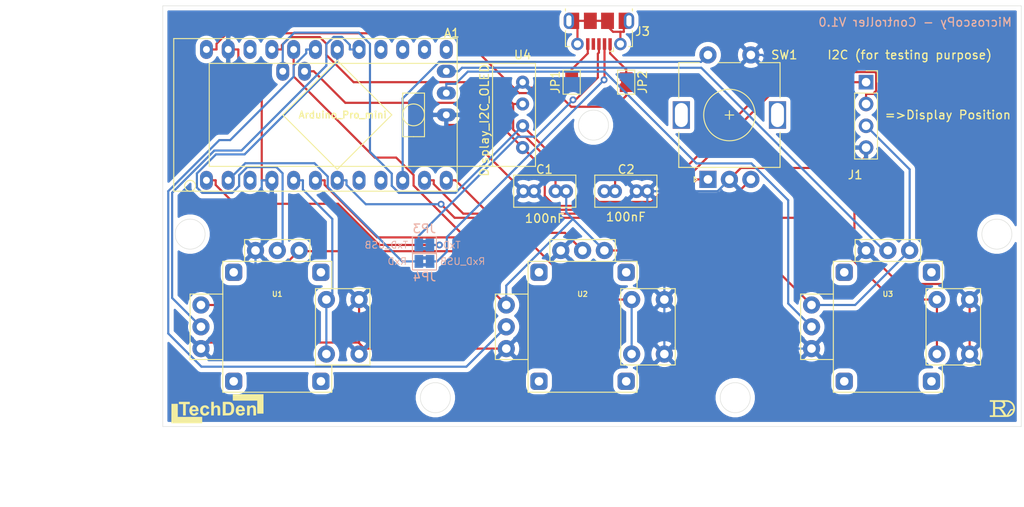
<source format=kicad_pcb>
(kicad_pcb (version 20171130) (host pcbnew "(5.1.5)-3")

  (general
    (thickness 1.6)
    (drawings 18)
    (tracks 276)
    (zones 0)
    (modules 16)
    (nets 25)
  )

  (page A4)
  (title_block
    (title "MicroscoPy - Controller")
    (date 2020-08-09)
    (rev V1.0)
    (company TechDen)
    (comment 1 "Designed by Roland")
  )

  (layers
    (0 F.Cu signal)
    (31 B.Cu signal)
    (32 B.Adhes user)
    (33 F.Adhes user)
    (34 B.Paste user)
    (35 F.Paste user)
    (36 B.SilkS user)
    (37 F.SilkS user)
    (38 B.Mask user)
    (39 F.Mask user)
    (40 Dwgs.User user)
    (41 Cmts.User user)
    (42 Eco1.User user)
    (43 Eco2.User user)
    (44 Edge.Cuts user)
    (45 Margin user)
    (46 B.CrtYd user)
    (47 F.CrtYd user)
    (48 B.Fab user)
    (49 F.Fab user)
  )

  (setup
    (last_trace_width 0.25)
    (user_trace_width 0.3)
    (trace_clearance 0.2)
    (zone_clearance 0.508)
    (zone_45_only no)
    (trace_min 0.2)
    (via_size 0.8)
    (via_drill 0.4)
    (via_min_size 0.4)
    (via_min_drill 0.3)
    (user_via 1 0.6)
    (uvia_size 0.3)
    (uvia_drill 0.1)
    (uvias_allowed no)
    (uvia_min_size 0.2)
    (uvia_min_drill 0.1)
    (edge_width 0.05)
    (segment_width 0.2)
    (pcb_text_width 0.3)
    (pcb_text_size 1.5 1.5)
    (mod_edge_width 0.12)
    (mod_text_size 1 1)
    (mod_text_width 0.15)
    (pad_size 1.524 1.524)
    (pad_drill 0.762)
    (pad_to_mask_clearance 0.051)
    (solder_mask_min_width 0.25)
    (aux_axis_origin 74.676 59.008)
    (grid_origin 74.676 59.008)
    (visible_elements 7FFFFFFF)
    (pcbplotparams
      (layerselection 0x010fc_ffffffff)
      (usegerberextensions false)
      (usegerberattributes false)
      (usegerberadvancedattributes false)
      (creategerberjobfile false)
      (excludeedgelayer true)
      (linewidth 0.100000)
      (plotframeref false)
      (viasonmask false)
      (mode 1)
      (useauxorigin false)
      (hpglpennumber 1)
      (hpglpenspeed 20)
      (hpglpendiameter 15.000000)
      (psnegative false)
      (psa4output false)
      (plotreference true)
      (plotvalue true)
      (plotinvisibletext false)
      (padsonsilk false)
      (subtractmaskfromsilk false)
      (outputformat 1)
      (mirror false)
      (drillshape 1)
      (scaleselection 1)
      (outputdirectory ""))
  )

  (net 0 "")
  (net 1 /GPIOA6)
  (net 2 /GPIOA7)
  (net 3 +5V)
  (net 4 /C)
  (net 5 /GPIOA2)
  (net 6 /GPIOA1)
  (net 7 /GPIOA0)
  (net 8 /CLK)
  (net 9 /DT)
  (net 10 /BUTTON4)
  (net 11 /BUTTON3)
  (net 12 /BUTTON2)
  (net 13 /BUTTON1)
  (net 14 GND)
  (net 15 /SCL)
  (net 16 /SDA)
  (net 17 VCC)
  (net 18 /RxD)
  (net 19 /TxD)
  (net 20 "Net-(J3-Pad6)")
  (net 21 /TxD_USB)
  (net 22 "Net-(J3-Pad5)")
  (net 23 "Net-(J3-Pad1)")
  (net 24 /RxD_USB)

  (net_class Default "This is the default net class."
    (clearance 0.2)
    (trace_width 0.25)
    (via_dia 0.8)
    (via_drill 0.4)
    (uvia_dia 0.3)
    (uvia_drill 0.1)
    (add_net /BUTTON1)
    (add_net /BUTTON2)
    (add_net /BUTTON3)
    (add_net /BUTTON4)
    (add_net /C)
    (add_net /CLK)
    (add_net /DT)
    (add_net /GPIOA0)
    (add_net /GPIOA1)
    (add_net /GPIOA2)
    (add_net /GPIOA6)
    (add_net /GPIOA7)
    (add_net /RxD)
    (add_net /RxD_USB)
    (add_net /SCL)
    (add_net /SDA)
    (add_net /TxD)
    (add_net /TxD_USB)
    (add_net "Net-(J3-Pad1)")
    (add_net "Net-(J3-Pad5)")
    (add_net "Net-(J3-Pad6)")
  )

  (net_class Power ""
    (clearance 0.3)
    (trace_width 0.3)
    (via_dia 1)
    (via_drill 0.6)
    (uvia_dia 0.3)
    (uvia_drill 0.1)
    (add_net +5V)
    (add_net GND)
    (add_net VCC)
  )

  (module Lib-Footprint:Arduino_pro_mini_v2 (layer F.Cu) (tedit 5F43D7E9) (tstamp 5F44EDAA)
    (at 108.966 80.598 90)
    (descr "ARDUINO_PRO_MINI x 0,6\"")
    (tags "DIL ARDUINO PRO MINI | Aliexpress")
    (path /5F2E9B46)
    (fp_text reference A1 (at 18.415 -0.635 180) (layer F.SilkS)
      (effects (font (size 1 1) (thickness 0.16)))
    )
    (fp_text value Arduino_Pro_mini (at 8.89 -13.335) (layer F.SilkS)
      (effects (font (size 0.8 0.8) (thickness 0.16)))
    )
    (fp_line (start 0 -33.02) (end 17.78 -33.02) (layer F.CrtYd) (width 0.12))
    (fp_circle (center 0.635 -31.115) (end 0.635 -30.48) (layer F.SilkS) (width 0.12))
    (fp_line (start 8.89 -7.62) (end 2.54 -13.97) (layer F.SilkS) (width 0.12))
    (fp_line (start 15.24 -13.97) (end 8.89 -7.62) (layer F.SilkS) (width 0.12))
    (fp_line (start 8.89 -20.32) (end 15.24 -13.97) (layer F.SilkS) (width 0.12))
    (fp_line (start 2.54 -13.97) (end 8.89 -20.32) (layer F.SilkS) (width 0.12))
    (fp_circle (center 8.89 -5.08) (end 10.16 -5.08) (layer F.SilkS) (width 0.12))
    (fp_line (start 6.35 -3.81) (end 6.35 -5.08) (layer F.SilkS) (width 0.12))
    (fp_line (start 11.43 -3.81) (end 6.35 -3.81) (layer F.SilkS) (width 0.12))
    (fp_line (start 11.43 -6.35) (end 11.43 -3.81) (layer F.SilkS) (width 0.12))
    (fp_line (start 6.35 -6.35) (end 11.43 -6.35) (layer F.SilkS) (width 0.12))
    (fp_line (start 6.35 -5.08) (end 6.35 -6.35) (layer F.SilkS) (width 0.12))
    (fp_line (start 17.78 -33.02) (end 0 -33.02) (layer F.Fab) (width 0.12))
    (fp_line (start 17.78 0) (end 17.78 -33.02) (layer F.Fab) (width 0.12))
    (fp_line (start 0 0) (end 17.78 0) (layer F.Fab) (width 0.12))
    (fp_line (start 0 -33.02) (end 0 0) (layer F.Fab) (width 0.12))
    (fp_line (start 17.78 0) (end 17.78 -33.02) (layer F.CrtYd) (width 0.12))
    (fp_line (start 0 0) (end 17.78 0) (layer F.CrtYd) (width 0.12))
    (fp_line (start 0 -33.02) (end 0 0) (layer F.CrtYd) (width 0.12))
    (fp_line (start 0 -33.02) (end 0 0) (layer F.SilkS) (width 0.12))
    (fp_line (start 17.78 -33.02) (end 0 -33.02) (layer F.SilkS) (width 0.12))
    (fp_line (start 17.78 0) (end 17.78 -33.02) (layer F.SilkS) (width 0.12))
    (fp_line (start 0 0) (end 17.78 0) (layer F.SilkS) (width 0.12))
    (pad 35 thru_hole oval (at 8.89 -1.27) (size 2.19964 1.50114) (drill 0.8001) (layers *.Cu *.Mask)
      (net 14 GND))
    (pad 34 thru_hole oval (at 11.43 -1.27) (size 2.19964 1.50114) (drill 0.8001) (layers *.Cu *.Mask)
      (net 1 /GPIOA6))
    (pad 33 thru_hole oval (at 13.97 -1.27) (size 2.19964 1.50114) (drill 0.8001) (layers *.Cu *.Mask)
      (net 2 /GPIOA7))
    (pad 31 thru_hole oval (at 13.97 -20.32) (size 1.50114 2.19964) (drill 0.8001) (layers *.Cu *.Mask)
      (net 15 /SCL))
    (pad 32 thru_hole oval (at 13.97 -17.78) (size 1.50114 2.19964) (drill 0.8001) (layers *.Cu *.Mask)
      (net 16 /SDA))
    (pad 24 thru_hole oval (at 16.51 -29.21) (size 1.50114 2.19964) (drill 0.8001) (layers *.Cu *.Mask)
      (net 17 VCC))
    (pad 23 thru_hole oval (at 16.51 -26.67) (size 1.50114 2.19964) (drill 0.8001) (layers *.Cu *.Mask)
      (net 14 GND))
    (pad 22 thru_hole oval (at 16.51 -24.13) (size 1.50114 2.19964) (drill 0.8001) (layers *.Cu *.Mask))
    (pad 21 thru_hole oval (at 16.51 -21.59) (size 1.50114 2.19964) (drill 0.8001) (layers *.Cu *.Mask)
      (net 3 +5V))
    (pad 20 thru_hole oval (at 16.51 -19.05) (size 1.50114 2.19964) (drill 0.8001) (layers *.Cu *.Mask)
      (net 4 /C))
    (pad 19 thru_hole oval (at 16.51 -16.51) (size 1.50114 2.19964) (drill 0.8001) (layers *.Cu *.Mask)
      (net 5 /GPIOA2))
    (pad 18 thru_hole oval (at 16.51 -13.97) (size 1.50114 2.19964) (drill 0.8001) (layers *.Cu *.Mask)
      (net 6 /GPIOA1))
    (pad 17 thru_hole oval (at 16.51 -11.43) (size 1.50114 2.19964) (drill 0.8001) (layers *.Cu *.Mask)
      (net 7 /GPIOA0))
    (pad 16 thru_hole oval (at 16.51 -8.89) (size 1.50114 2.19964) (drill 0.8001) (layers *.Cu *.Mask))
    (pad 15 thru_hole oval (at 16.51 -6.35) (size 1.50114 2.19964) (drill 0.8001) (layers *.Cu *.Mask))
    (pad 14 thru_hole oval (at 16.51 -3.81) (size 1.50114 2.19964) (drill 0.8001) (layers *.Cu *.Mask))
    (pad 13 thru_hole oval (at 16.51 -1.27) (size 1.50114 2.19964) (drill 0.8001) (layers *.Cu *.Mask))
    (pad 12 thru_hole oval (at 1.27 -1.27) (size 1.50114 2.19964) (drill 0.8001) (layers *.Cu *.Mask)
      (net 8 /CLK))
    (pad 11 thru_hole oval (at 1.27 -3.81) (size 1.50114 2.19964) (drill 0.8001) (layers *.Cu *.Mask)
      (net 9 /DT))
    (pad 10 thru_hole oval (at 1.27 -6.35) (size 1.50114 2.19964) (drill 0.8001) (layers *.Cu *.Mask)
      (net 10 /BUTTON4))
    (pad 9 thru_hole oval (at 1.27 -8.89) (size 1.50114 2.19964) (drill 0.8001) (layers *.Cu *.Mask))
    (pad 8 thru_hole oval (at 1.27 -11.43) (size 1.50114 2.19964) (drill 0.8001) (layers *.Cu *.Mask))
    (pad 7 thru_hole oval (at 1.27 -13.97) (size 1.50114 2.19964) (drill 0.8001) (layers *.Cu *.Mask)
      (net 11 /BUTTON3))
    (pad 6 thru_hole oval (at 1.27 -16.51) (size 1.50114 2.19964) (drill 0.8001) (layers *.Cu *.Mask)
      (net 12 /BUTTON2))
    (pad 5 thru_hole oval (at 1.27 -19.05) (size 1.50114 2.19964) (drill 0.8001) (layers *.Cu *.Mask)
      (net 13 /BUTTON1))
    (pad 4 thru_hole oval (at 1.27 -21.59) (size 1.50114 2.19964) (drill 0.8001) (layers *.Cu *.Mask)
      (net 14 GND))
    (pad 3 thru_hole oval (at 1.27 -24.13) (size 1.50114 2.19964) (drill 0.8001) (layers *.Cu *.Mask))
    (pad 2 thru_hole oval (at 1.27 -26.67) (size 1.50114 2.19964) (drill 0.8001) (layers *.Cu *.Mask)
      (net 18 /RxD))
    (pad 1 thru_hole oval (at 1.27 -29.21) (size 1.50114 2.19964) (drill 0.8001) (layers *.Cu *.Mask)
      (net 19 /TxD))
    (model "${LIB3D}/Arduino Pro-Mini.stp"
      (offset (xyz 9 16.5 3.5))
      (scale (xyz 1 1 1))
      (rotate (xyz 180 0 -90))
    )
  )

  (module Lib-Footprint:SSD1306_OLED-0.91-128x32 (layer F.Cu) (tedit 5F437D81) (tstamp 5F42D946)
    (at 116.586 71.708 180)
    (descr SSD1306_OLED-0.91-128x32)
    (tags "Display OLED 128x64 0.91\" I2C | Aliexpress")
    (path /5F2F3DA1)
    (fp_text reference U4 (at 0 6.985) (layer F.SilkS)
      (effects (font (size 1 1) (thickness 0.15)))
    )
    (fp_text value Display_I2C_OLED (at 4.445 -0.635 90) (layer F.SilkS)
      (effects (font (size 1 1) (thickness 0.15)))
    )
    (fp_line (start 3.5 -6) (end 3.5 6) (layer F.SilkS) (width 0.12))
    (fp_line (start -1.5 6) (end -1.5 0) (layer F.SilkS) (width 0.12))
    (fp_line (start 36.5 6) (end -1.5 6) (layer F.SilkS) (width 0.12))
    (fp_line (start 36.5 -6) (end 36.5 6) (layer F.SilkS) (width 0.12))
    (fp_line (start -1.5 -6) (end 36.5 -6) (layer F.SilkS) (width 0.12))
    (fp_line (start -1.5 0) (end -1.5 -6) (layer F.SilkS) (width 0.12))
    (pad 4 thru_hole circle (at 0 3.81 180) (size 1.524 1.524) (drill 0.762) (layers *.Cu *.Mask)
      (net 14 GND))
    (pad 3 thru_hole circle (at 0 1.27 180) (size 1.524 1.524) (drill 0.762) (layers *.Cu *.Mask)
      (net 3 +5V))
    (pad 2 thru_hole circle (at 0 -1.27 180) (size 1.524 1.524) (drill 0.762) (layers *.Cu *.Mask)
      (net 15 /SCL))
    (pad 1 thru_hole circle (at 0 -3.81 180) (size 1.524 1.524) (drill 0.762) (layers *.Cu *.Mask)
      (net 16 /SDA))
    (model "${LIB3D}/0.91in OLED Module - Without Glass.stp"
      (offset (xyz 17.5 0 6))
      (scale (xyz 1 1 1))
      (rotate (xyz 0 0 0))
    )
  )

  (module tinkerforge:Joystick_w_Button (layer F.Cu) (tedit 5F435D7C) (tstamp 5F2F14B3)
    (at 159.131 96.393)
    (descr "Joystick with Button")
    (tags "Thumb Joystick Button")
    (path /5F2E967E)
    (fp_text reference U3 (at 0 -3.81 180) (layer F.SilkS)
      (effects (font (size 0.59944 0.59944) (thickness 0.12446)))
    )
    (fp_text value JOYSTICK_BUTTON (at 0 2.54 180) (layer F.Fab)
      (effects (font (size 0.29972 0.29972) (thickness 0.07493)))
    )
    (fp_circle (center 0 0) (end 0.635 0) (layer F.Fab) (width 0.12))
    (fp_line (start 4.445 4.445) (end 6.35 4.445) (layer F.SilkS) (width 0.12))
    (fp_line (start 4.445 -4.445) (end 4.445 4.445) (layer F.SilkS) (width 0.12))
    (fp_line (start 6.35 -4.445) (end 4.445 -4.445) (layer F.SilkS) (width 0.12))
    (fp_line (start 6.35 7.62) (end 6.35 4.445) (layer F.SilkS) (width 0.12))
    (fp_line (start 6.35 -7.62) (end 6.35 -4.445) (layer F.SilkS) (width 0.12))
    (fp_line (start 10.795 4.445) (end 6.35 4.445) (layer F.SilkS) (width 0.12))
    (fp_line (start 10.795 -4.445) (end 10.795 4.445) (layer F.SilkS) (width 0.12))
    (fp_line (start 6.35 -4.445) (end 10.795 -4.445) (layer F.SilkS) (width 0.12))
    (fp_line (start -10.16 3.81) (end -6.35 3.81) (layer F.SilkS) (width 0.12))
    (fp_line (start -10.16 -3.81) (end -10.16 3.81) (layer F.SilkS) (width 0.12))
    (fp_line (start -6.35 -3.81) (end -10.16 -3.81) (layer F.SilkS) (width 0.12))
    (fp_line (start 3.81 -10.16) (end 3.81 -7.62) (layer F.SilkS) (width 0.12))
    (fp_line (start -3.81 -10.16) (end 3.81 -10.16) (layer F.SilkS) (width 0.12))
    (fp_line (start -3.81 -7.62) (end -3.81 -10.16) (layer F.SilkS) (width 0.12))
    (fp_line (start -6.35 7.62) (end -6.35 -7.62) (layer F.SilkS) (width 0.12))
    (fp_line (start 6.35 7.62) (end -6.35 7.62) (layer F.SilkS) (width 0.12))
    (fp_line (start -6.35 -7.62) (end 6.35 -7.62) (layer F.SilkS) (width 0.12))
    (pad "" thru_hole roundrect (at 5.08 6.35) (size 2 2) (drill 1) (layers *.Cu *.Mask) (roundrect_rratio 0.25))
    (pad "" thru_hole roundrect (at -5.08 6.35) (size 2 2) (drill 1) (layers *.Cu *.Mask) (roundrect_rratio 0.25))
    (pad "" thru_hole roundrect (at 5.08 -6.35) (size 2 2) (drill 1) (layers *.Cu *.Mask) (roundrect_rratio 0.25))
    (pad "" thru_hole roundrect (at -5.08 -6.35) (size 2 2) (drill 1) (layers *.Cu *.Mask) (roundrect_rratio 0.25))
    (pad X1 thru_hole circle (at 2.54 -8.89 90) (size 1.99898 1.99898) (drill 1.00076) (layers *.Cu *.Mask)
      (net 3 +5V))
    (pad X2 thru_hole circle (at 0 -8.89 90) (size 1.99898 1.99898) (drill 1.00076) (layers *.Cu *.Mask)
      (net 2 /GPIOA7))
    (pad X3 thru_hole circle (at -2.54 -8.89 90) (size 1.99898 1.99898) (drill 1.00076) (layers *.Cu *.Mask)
      (net 14 GND))
    (pad Y2 thru_hole circle (at -8.89 0 90) (size 1.99898 1.99898) (drill 1.00076) (layers *.Cu *.Mask)
      (net 1 /GPIOA6))
    (pad Y1 thru_hole circle (at -8.89 -2.54 90) (size 1.99898 1.99898) (drill 1.00076) (layers *.Cu *.Mask)
      (net 3 +5V))
    (pad Y3 thru_hole circle (at -8.89 2.54 90) (size 1.99898 1.99898) (drill 1.00076) (layers *.Cu *.Mask)
      (net 14 GND))
    (pad SWa thru_hole circle (at 5.715 3.175 90) (size 1.99898 1.99898) (drill 1.00076) (layers *.Cu *.Mask)
      (net 11 /BUTTON3))
    (pad SWa thru_hole circle (at 5.715 -3.175 90) (size 1.99898 1.99898) (drill 1.00076) (layers *.Cu *.Mask)
      (net 11 /BUTTON3))
    (pad SWb thru_hole circle (at 9.525 3.175 90) (size 1.99898 1.99898) (drill 1.00076) (layers *.Cu *.Mask)
      (net 14 GND))
    (pad SWb thru_hole circle (at 9.525 -3.175 90) (size 1.99898 1.99898) (drill 1.00076) (layers *.Cu *.Mask)
      (net 14 GND))
    (model Buttons_Switches/Joystick_withButton.wrl
      (offset (xyz 0 0 -1))
      (scale (xyz 1 1 1))
      (rotate (xyz 0 0 0))
    )
    (model ${LIB3D}/tinkerforge/Buttons_Switches/Joystick_withButton.step
      (at (xyz 0 0 0))
      (scale (xyz 0.8 0.8 1))
      (rotate (xyz 0 0 -90))
    )
  )

  (module tinkerforge:Joystick_w_Button (layer F.Cu) (tedit 5F435D7C) (tstamp 5F304394)
    (at 123.571 96.393)
    (descr "Joystick with Button")
    (tags "Thumb Joystick Button")
    (path /5F2E48FA)
    (fp_text reference U2 (at 0 -3.81 180) (layer F.SilkS)
      (effects (font (size 0.59944 0.59944) (thickness 0.12446)))
    )
    (fp_text value JOYSTICK_BUTTON (at 0 2.54 180) (layer F.Fab)
      (effects (font (size 0.29972 0.29972) (thickness 0.07493)))
    )
    (fp_circle (center 0 0) (end 0.635 0) (layer F.Fab) (width 0.12))
    (fp_line (start 4.445 4.445) (end 6.35 4.445) (layer F.SilkS) (width 0.12))
    (fp_line (start 4.445 -4.445) (end 4.445 4.445) (layer F.SilkS) (width 0.12))
    (fp_line (start 6.35 -4.445) (end 4.445 -4.445) (layer F.SilkS) (width 0.12))
    (fp_line (start 6.35 7.62) (end 6.35 4.445) (layer F.SilkS) (width 0.12))
    (fp_line (start 6.35 -7.62) (end 6.35 -4.445) (layer F.SilkS) (width 0.12))
    (fp_line (start 10.795 4.445) (end 6.35 4.445) (layer F.SilkS) (width 0.12))
    (fp_line (start 10.795 -4.445) (end 10.795 4.445) (layer F.SilkS) (width 0.12))
    (fp_line (start 6.35 -4.445) (end 10.795 -4.445) (layer F.SilkS) (width 0.12))
    (fp_line (start -10.16 3.81) (end -6.35 3.81) (layer F.SilkS) (width 0.12))
    (fp_line (start -10.16 -3.81) (end -10.16 3.81) (layer F.SilkS) (width 0.12))
    (fp_line (start -6.35 -3.81) (end -10.16 -3.81) (layer F.SilkS) (width 0.12))
    (fp_line (start 3.81 -10.16) (end 3.81 -7.62) (layer F.SilkS) (width 0.12))
    (fp_line (start -3.81 -10.16) (end 3.81 -10.16) (layer F.SilkS) (width 0.12))
    (fp_line (start -3.81 -7.62) (end -3.81 -10.16) (layer F.SilkS) (width 0.12))
    (fp_line (start -6.35 7.62) (end -6.35 -7.62) (layer F.SilkS) (width 0.12))
    (fp_line (start 6.35 7.62) (end -6.35 7.62) (layer F.SilkS) (width 0.12))
    (fp_line (start -6.35 -7.62) (end 6.35 -7.62) (layer F.SilkS) (width 0.12))
    (pad "" thru_hole roundrect (at 5.08 6.35) (size 2 2) (drill 1) (layers *.Cu *.Mask) (roundrect_rratio 0.25))
    (pad "" thru_hole roundrect (at -5.08 6.35) (size 2 2) (drill 1) (layers *.Cu *.Mask) (roundrect_rratio 0.25))
    (pad "" thru_hole roundrect (at 5.08 -6.35) (size 2 2) (drill 1) (layers *.Cu *.Mask) (roundrect_rratio 0.25))
    (pad "" thru_hole roundrect (at -5.08 -6.35) (size 2 2) (drill 1) (layers *.Cu *.Mask) (roundrect_rratio 0.25))
    (pad X1 thru_hole circle (at 2.54 -8.89 90) (size 1.99898 1.99898) (drill 1.00076) (layers *.Cu *.Mask)
      (net 3 +5V))
    (pad X2 thru_hole circle (at 0 -8.89 90) (size 1.99898 1.99898) (drill 1.00076) (layers *.Cu *.Mask)
      (net 4 /C))
    (pad X3 thru_hole circle (at -2.54 -8.89 90) (size 1.99898 1.99898) (drill 1.00076) (layers *.Cu *.Mask)
      (net 14 GND))
    (pad Y2 thru_hole circle (at -8.89 0 90) (size 1.99898 1.99898) (drill 1.00076) (layers *.Cu *.Mask)
      (net 5 /GPIOA2))
    (pad Y1 thru_hole circle (at -8.89 -2.54 90) (size 1.99898 1.99898) (drill 1.00076) (layers *.Cu *.Mask)
      (net 3 +5V))
    (pad Y3 thru_hole circle (at -8.89 2.54 90) (size 1.99898 1.99898) (drill 1.00076) (layers *.Cu *.Mask)
      (net 14 GND))
    (pad SWa thru_hole circle (at 5.715 3.175 90) (size 1.99898 1.99898) (drill 1.00076) (layers *.Cu *.Mask)
      (net 12 /BUTTON2))
    (pad SWa thru_hole circle (at 5.715 -3.175 90) (size 1.99898 1.99898) (drill 1.00076) (layers *.Cu *.Mask)
      (net 12 /BUTTON2))
    (pad SWb thru_hole circle (at 9.525 3.175 90) (size 1.99898 1.99898) (drill 1.00076) (layers *.Cu *.Mask)
      (net 14 GND))
    (pad SWb thru_hole circle (at 9.525 -3.175 90) (size 1.99898 1.99898) (drill 1.00076) (layers *.Cu *.Mask)
      (net 14 GND))
    (model Buttons_Switches/Joystick_withButton.wrl
      (offset (xyz 0 0 -1))
      (scale (xyz 1 1 1))
      (rotate (xyz 0 0 0))
    )
    (model ${LIB3D}/tinkerforge/Buttons_Switches/Joystick_withButton.step
      (at (xyz 0 0 0))
      (scale (xyz 0.8 0.8 1))
      (rotate (xyz 0 0 -90))
    )
  )

  (module tinkerforge:Joystick_w_Button (layer F.Cu) (tedit 5F435D7C) (tstamp 5F2F1467)
    (at 88.011 96.393)
    (descr "Joystick with Button")
    (tags "Thumb Joystick Button")
    (path /5F2E0D2D)
    (fp_text reference U1 (at 0 -3.81 180) (layer F.SilkS)
      (effects (font (size 0.59944 0.59944) (thickness 0.12446)))
    )
    (fp_text value JOYSTICK_BUTTON (at 0 2.54 180) (layer F.Fab)
      (effects (font (size 0.29972 0.29972) (thickness 0.07493)))
    )
    (fp_circle (center 0 0) (end 0.635 0) (layer F.Fab) (width 0.12))
    (fp_line (start 4.445 4.445) (end 6.35 4.445) (layer F.SilkS) (width 0.12))
    (fp_line (start 4.445 -4.445) (end 4.445 4.445) (layer F.SilkS) (width 0.12))
    (fp_line (start 6.35 -4.445) (end 4.445 -4.445) (layer F.SilkS) (width 0.12))
    (fp_line (start 6.35 7.62) (end 6.35 4.445) (layer F.SilkS) (width 0.12))
    (fp_line (start 6.35 -7.62) (end 6.35 -4.445) (layer F.SilkS) (width 0.12))
    (fp_line (start 10.795 4.445) (end 6.35 4.445) (layer F.SilkS) (width 0.12))
    (fp_line (start 10.795 -4.445) (end 10.795 4.445) (layer F.SilkS) (width 0.12))
    (fp_line (start 6.35 -4.445) (end 10.795 -4.445) (layer F.SilkS) (width 0.12))
    (fp_line (start -10.16 3.81) (end -6.35 3.81) (layer F.SilkS) (width 0.12))
    (fp_line (start -10.16 -3.81) (end -10.16 3.81) (layer F.SilkS) (width 0.12))
    (fp_line (start -6.35 -3.81) (end -10.16 -3.81) (layer F.SilkS) (width 0.12))
    (fp_line (start 3.81 -10.16) (end 3.81 -7.62) (layer F.SilkS) (width 0.12))
    (fp_line (start -3.81 -10.16) (end 3.81 -10.16) (layer F.SilkS) (width 0.12))
    (fp_line (start -3.81 -7.62) (end -3.81 -10.16) (layer F.SilkS) (width 0.12))
    (fp_line (start -6.35 7.62) (end -6.35 -7.62) (layer F.SilkS) (width 0.12))
    (fp_line (start 6.35 7.62) (end -6.35 7.62) (layer F.SilkS) (width 0.12))
    (fp_line (start -6.35 -7.62) (end 6.35 -7.62) (layer F.SilkS) (width 0.12))
    (pad "" thru_hole roundrect (at 5.08 6.35) (size 2 2) (drill 1) (layers *.Cu *.Mask) (roundrect_rratio 0.25))
    (pad "" thru_hole roundrect (at -5.08 6.35) (size 2 2) (drill 1) (layers *.Cu *.Mask) (roundrect_rratio 0.25))
    (pad "" thru_hole roundrect (at 5.08 -6.35) (size 2 2) (drill 1) (layers *.Cu *.Mask) (roundrect_rratio 0.25))
    (pad "" thru_hole roundrect (at -5.08 -6.35) (size 2 2) (drill 1) (layers *.Cu *.Mask) (roundrect_rratio 0.25))
    (pad X1 thru_hole circle (at 2.54 -8.89 90) (size 1.99898 1.99898) (drill 1.00076) (layers *.Cu *.Mask)
      (net 3 +5V))
    (pad X2 thru_hole circle (at 0 -8.89 90) (size 1.99898 1.99898) (drill 1.00076) (layers *.Cu *.Mask)
      (net 6 /GPIOA1))
    (pad X3 thru_hole circle (at -2.54 -8.89 90) (size 1.99898 1.99898) (drill 1.00076) (layers *.Cu *.Mask)
      (net 14 GND))
    (pad Y2 thru_hole circle (at -8.89 0 90) (size 1.99898 1.99898) (drill 1.00076) (layers *.Cu *.Mask)
      (net 7 /GPIOA0))
    (pad Y1 thru_hole circle (at -8.89 -2.54 90) (size 1.99898 1.99898) (drill 1.00076) (layers *.Cu *.Mask)
      (net 3 +5V))
    (pad Y3 thru_hole circle (at -8.89 2.54 90) (size 1.99898 1.99898) (drill 1.00076) (layers *.Cu *.Mask)
      (net 14 GND))
    (pad SWa thru_hole circle (at 5.715 3.175 90) (size 1.99898 1.99898) (drill 1.00076) (layers *.Cu *.Mask)
      (net 13 /BUTTON1))
    (pad SWa thru_hole circle (at 5.715 -3.175 90) (size 1.99898 1.99898) (drill 1.00076) (layers *.Cu *.Mask)
      (net 13 /BUTTON1))
    (pad SWb thru_hole circle (at 9.525 3.175 90) (size 1.99898 1.99898) (drill 1.00076) (layers *.Cu *.Mask)
      (net 14 GND))
    (pad SWb thru_hole circle (at 9.525 -3.175 90) (size 1.99898 1.99898) (drill 1.00076) (layers *.Cu *.Mask)
      (net 14 GND))
    (model Buttons_Switches/Joystick_withButton.wrl
      (offset (xyz 0 0 -1))
      (scale (xyz 1 1 1))
      (rotate (xyz 0 0 0))
    )
    (model ${LIB3D}/tinkerforge/Buttons_Switches/Joystick_withButton.step
      (at (xyz 0 0 0))
      (scale (xyz 0.8 0.8 1))
      (rotate (xyz 0 0 -90))
    )
  )

  (module "Logo:TechDen Logo - inverted" (layer F.Cu) (tedit 0) (tstamp 5F31DC9D)
    (at 81.026 105.918)
    (path /5F33F572)
    (fp_text reference L1 (at 0 0) (layer F.SilkS) hide
      (effects (font (size 1.524 1.524) (thickness 0.3)))
    )
    (fp_text value Logo-TechDen (at 1.905 0) (layer F.SilkS) hide
      (effects (font (size 1.524 1.524) (thickness 0.3)))
    )
    (fp_poly (pts (xy 5.37464 0.57912) (xy 4.65328 0.57912) (xy 4.65328 -0.93472) (xy 1.80848 -0.93472)
      (xy 1.80848 -1.66624) (xy 5.37464 -1.66624) (xy 5.37464 0.57912)) (layer F.SilkS) (width 0.01))
    (fp_poly (pts (xy 4.19681 -0.367929) (xy 4.241267 -0.361603) (xy 4.281519 -0.349805) (xy 4.29006 -0.346564)
      (xy 4.320612 -0.33351) (xy 4.341757 -0.322418) (xy 4.34848 -0.316421) (xy 4.35635 -0.306955)
      (xy 4.375663 -0.293176) (xy 4.379334 -0.290955) (xy 4.40238 -0.271603) (xy 4.428527 -0.241688)
      (xy 4.451851 -0.208826) (xy 4.466428 -0.180631) (xy 4.467345 -0.1778) (xy 4.476653 -0.145054)
      (xy 4.48431 -0.115018) (xy 4.490479 -0.085307) (xy 4.495322 -0.053538) (xy 4.499001 -0.017327)
      (xy 4.501679 0.02571) (xy 4.503516 0.077958) (xy 4.504676 0.1418) (xy 4.50532 0.21962)
      (xy 4.50561 0.313803) (xy 4.505687 0.38608) (xy 4.50596 0.79756) (xy 4.208418 0.80317)
      (xy 4.203347 0.419365) (xy 4.201879 0.328287) (xy 4.200001 0.2434) (xy 4.1978 0.167083)
      (xy 4.195364 0.101717) (xy 4.192781 0.049683) (xy 4.19014 0.013359) (xy 4.187693 -0.004294)
      (xy 4.166501 -0.056316) (xy 4.132341 -0.095187) (xy 4.094272 -0.11938) (xy 4.034875 -0.13923)
      (xy 3.974913 -0.139325) (xy 3.916412 -0.120063) (xy 3.861397 -0.081844) (xy 3.850432 -0.071402)
      (xy 3.832395 -0.052899) (xy 3.817539 -0.035518) (xy 3.805521 -0.01712) (xy 3.795997 0.004431)
      (xy 3.788621 0.031272) (xy 3.783049 0.06554) (xy 3.778937 0.109373) (xy 3.775941 0.164907)
      (xy 3.773715 0.23428) (xy 3.771916 0.319629) (xy 3.770198 0.42309) (xy 3.770141 0.42672)
      (xy 3.76428 0.79756) (xy 3.61442 0.800371) (xy 3.46456 0.803183) (xy 3.46456 -0.34544)
      (xy 3.74904 -0.34544) (xy 3.74904 -0.189947) (xy 3.807913 -0.246103) (xy 3.871401 -0.298785)
      (xy 3.936703 -0.335694) (xy 4.008352 -0.358517) (xy 4.090876 -0.368947) (xy 4.1402 -0.370029)
      (xy 4.19681 -0.367929)) (layer F.SilkS) (width 0.01))
    (fp_poly (pts (xy 1.111575 -0.782016) (xy 1.201251 -0.781141) (xy 1.280893 -0.77975) (xy 1.348234 -0.777901)
      (xy 1.401007 -0.77565) (xy 1.436942 -0.773053) (xy 1.448474 -0.771539) (xy 1.540191 -0.749256)
      (xy 1.619287 -0.716149) (xy 1.691306 -0.669254) (xy 1.761791 -0.605604) (xy 1.765272 -0.602034)
      (xy 1.831 -0.520566) (xy 1.883505 -0.425078) (xy 1.922996 -0.315019) (xy 1.949685 -0.189841)
      (xy 1.961113 -0.089776) (xy 1.96535 0.052448) (xy 1.955356 0.185103) (xy 1.931577 0.307126)
      (xy 1.894457 0.417451) (xy 1.844439 0.515013) (xy 1.781971 0.598747) (xy 1.707494 0.667588)
      (xy 1.623133 0.719652) (xy 1.586158 0.73717) (xy 1.551566 0.751717) (xy 1.516973 0.763606)
      (xy 1.479998 0.773148) (xy 1.438258 0.780657) (xy 1.389371 0.786446) (xy 1.330956 0.790825)
      (xy 1.260629 0.794109) (xy 1.176009 0.796609) (xy 1.074714 0.798638) (xy 1.01346 0.799629)
      (xy 0.64008 0.805368) (xy 0.64008 0.52832) (xy 0.9652 0.52832) (xy 1.134547 0.52832)
      (xy 1.197039 0.527621) (xy 1.257839 0.525694) (xy 1.311683 0.522794) (xy 1.353306 0.519174)
      (xy 1.368786 0.517019) (xy 1.43965 0.495692) (xy 1.500379 0.459171) (xy 1.547732 0.40954)
      (xy 1.556544 0.39624) (xy 1.5841 0.337674) (xy 1.60588 0.263725) (xy 1.62165 0.178559)
      (xy 1.63118 0.08634) (xy 1.634238 -0.008765) (xy 1.630593 -0.102591) (xy 1.620012 -0.190973)
      (xy 1.602265 -0.269746) (xy 1.594852 -0.292764) (xy 1.560909 -0.363781) (xy 1.512872 -0.421428)
      (xy 1.48065 -0.447835) (xy 1.449859 -0.467757) (xy 1.417115 -0.483186) (xy 1.379124 -0.494794)
      (xy 1.332593 -0.503255) (xy 1.274228 -0.509241) (xy 1.200734 -0.513427) (xy 1.15062 -0.51527)
      (xy 0.9652 -0.521184) (xy 0.9652 0.52832) (xy 0.64008 0.52832) (xy 0.64008 -0.78232)
      (xy 1.014134 -0.78232) (xy 1.111575 -0.782016)) (layer F.SilkS) (width 0.01))
    (fp_poly (pts (xy -0.4064 -0.211785) (xy -0.35306 -0.258629) (xy -0.283215 -0.31012) (xy -0.207958 -0.34512)
      (xy -0.121864 -0.366076) (xy -0.111266 -0.367661) (xy -0.019749 -0.372496) (xy 0.06462 -0.360905)
      (xy 0.13997 -0.333827) (xy 0.204429 -0.292201) (xy 0.256124 -0.236965) (xy 0.293186 -0.169057)
      (xy 0.295175 -0.163878) (xy 0.305338 -0.133258) (xy 0.313705 -0.099375) (xy 0.320409 -0.060147)
      (xy 0.325584 -0.013488) (xy 0.329363 0.042687) (xy 0.331881 0.110461) (xy 0.33327 0.191919)
      (xy 0.333664 0.289145) (xy 0.333197 0.404224) (xy 0.333034 0.42672) (xy 0.3302 0.79756)
      (xy 0.18034 0.800371) (xy 0.03048 0.803183) (xy 0.030278 0.449851) (xy 0.030003 0.333311)
      (xy 0.029105 0.235275) (xy 0.027262 0.15393) (xy 0.024148 0.087462) (xy 0.019441 0.034057)
      (xy 0.012817 -0.008098) (xy 0.003951 -0.040817) (xy -0.007479 -0.065913) (xy -0.021797 -0.085199)
      (xy -0.039327 -0.100491) (xy -0.060394 -0.1136) (xy -0.071328 -0.11938) (xy -0.129569 -0.138482)
      (xy -0.190507 -0.140043) (xy -0.249801 -0.125443) (xy -0.303107 -0.096059) (xy -0.346082 -0.053268)
      (xy -0.362467 -0.027026) (xy -0.372049 -0.007357) (xy -0.379895 0.012479) (xy -0.386221 0.034765)
      (xy -0.391241 0.061785) (xy -0.395171 0.095822) (xy -0.398226 0.13916) (xy -0.400621 0.19408)
      (xy -0.402571 0.262867) (xy -0.40429 0.347803) (xy -0.405691 0.4318) (xy -0.41148 0.79756)
      (xy -0.56134 0.800371) (xy -0.7112 0.803183) (xy -0.7112 -0.78232) (xy -0.4064 -0.78232)
      (xy -0.4064 -0.211785)) (layer F.SilkS) (width 0.01))
    (fp_poly (pts (xy -3.21056 -0.51816) (xy -3.67792 -0.51816) (xy -3.67792 0.80264) (xy -3.99288 0.80264)
      (xy -3.99288 -0.51816) (xy -4.4704 -0.51816) (xy -4.4704 -0.78232) (xy -3.21056 -0.78232)
      (xy -3.21056 -0.51816)) (layer F.SilkS) (width 0.01))
    (fp_poly (pts (xy 2.792792 -0.363481) (xy 2.877394 -0.341424) (xy 2.898293 -0.333153) (xy 2.940685 -0.310774)
      (xy 2.986842 -0.279823) (xy 3.0312 -0.244694) (xy 3.068199 -0.209779) (xy 3.091724 -0.180388)
      (xy 3.141534 -0.090347) (xy 3.176594 -0.005361) (xy 3.198885 0.081043) (xy 3.210391 0.175338)
      (xy 3.212306 0.21336) (xy 3.21564 0.30988) (xy 2.83718 0.312543) (xy 2.45872 0.315207)
      (xy 2.45872 0.338639) (xy 2.467305 0.394318) (xy 2.490701 0.451099) (xy 2.525368 0.503591)
      (xy 2.567766 0.546402) (xy 2.612973 0.573596) (xy 2.660086 0.586133) (xy 2.711962 0.590085)
      (xy 2.760459 0.585399) (xy 2.792575 0.574776) (xy 2.826817 0.549044) (xy 2.859038 0.511246)
      (xy 2.882754 0.46914) (xy 2.884491 0.464774) (xy 2.900545 0.441877) (xy 2.916689 0.43688)
      (xy 2.934253 0.438456) (xy 2.965759 0.442688) (xy 3.006702 0.448832) (xy 3.052575 0.456142)
      (xy 3.098873 0.463874) (xy 3.14109 0.471282) (xy 3.17472 0.477622) (xy 3.195258 0.482149)
      (xy 3.199353 0.483607) (xy 3.197147 0.493774) (xy 3.187639 0.517327) (xy 3.172766 0.549554)
      (xy 3.169596 0.556059) (xy 3.119441 0.636135) (xy 3.055088 0.702671) (xy 2.978015 0.755065)
      (xy 2.889699 0.792708) (xy 2.791615 0.814996) (xy 2.685241 0.821323) (xy 2.572052 0.811084)
      (xy 2.555058 0.808169) (xy 2.462881 0.781454) (xy 2.379817 0.73709) (xy 2.30744 0.676297)
      (xy 2.247323 0.600295) (xy 2.216819 0.545908) (xy 2.189294 0.484607) (xy 2.170213 0.428907)
      (xy 2.158241 0.372443) (xy 2.152044 0.308854) (xy 2.150287 0.231773) (xy 2.15029 0.2286)
      (xy 2.152347 0.145866) (xy 2.158497 0.082902) (xy 2.46888 0.082902) (xy 2.46888 0.12192)
      (xy 2.917165 0.12192) (xy 2.910274 0.07366) (xy 2.900989 0.035374) (xy 2.885303 -0.006672)
      (xy 2.876632 -0.024662) (xy 2.839949 -0.074268) (xy 2.792192 -0.110799) (xy 2.73733 -0.133247)
      (xy 2.679333 -0.140609) (xy 2.622169 -0.131877) (xy 2.569807 -0.106045) (xy 2.566135 -0.103353)
      (xy 2.535907 -0.072559) (xy 2.507483 -0.029939) (xy 2.484609 0.017335) (xy 2.471029 0.062088)
      (xy 2.46888 0.082902) (xy 2.158497 0.082902) (xy 2.159014 0.077611) (xy 2.171457 0.018285)
      (xy 2.190839 -0.037659) (xy 2.218325 -0.095769) (xy 2.218396 -0.095905) (xy 2.274725 -0.183884)
      (xy 2.342872 -0.255447) (xy 2.42239 -0.310278) (xy 2.51283 -0.34806) (xy 2.60307 -0.367211)
      (xy 2.69943 -0.372299) (xy 2.792792 -0.363481)) (layer F.SilkS) (width 0.01))
    (fp_poly (pts (xy -1.276884 -0.355929) (xy -1.187014 -0.323645) (xy -1.109324 -0.275347) (xy -1.04409 -0.211179)
      (xy -0.991591 -0.131284) (xy -0.979532 -0.10681) (xy -0.960324 -0.064293) (xy -0.94961 -0.036511)
      (xy -0.946981 -0.019936) (xy -0.952024 -0.011038) (xy -0.964329 -0.006288) (xy -0.96774 -0.0055)
      (xy -0.994063 -0.000101) (xy -1.031682 0.007101) (xy -1.075796 0.015248) (xy -1.121606 0.023483)
      (xy -1.16431 0.030949) (xy -1.199108 0.036789) (xy -1.221198 0.040145) (xy -1.226033 0.040624)
      (xy -1.236658 0.031944) (xy -1.247748 0.010482) (xy -1.249766 0.004821) (xy -1.277958 -0.050136)
      (xy -1.320666 -0.092541) (xy -1.375073 -0.120445) (xy -1.438363 -0.1319) (xy -1.447722 -0.13208)
      (xy -1.516878 -0.123818) (xy -1.57462 -0.098945) (xy -1.621071 -0.057335) (xy -1.656355 0.001137)
      (xy -1.680594 0.076599) (xy -1.687536 0.113551) (xy -1.695558 0.205593) (xy -1.691053 0.292424)
      (xy -1.674878 0.371657) (xy -1.64789 0.440905) (xy -1.610948 0.49778) (xy -1.564907 0.539895)
      (xy -1.527434 0.559426) (xy -1.488138 0.568005) (xy -1.439496 0.569956) (xy -1.390723 0.565586)
      (xy -1.351033 0.555203) (xy -1.346962 0.5534) (xy -1.3076 0.525159) (xy -1.272632 0.482364)
      (xy -1.24635 0.43078) (xy -1.239131 0.408607) (xy -1.231223 0.380309) (xy -1.225589 0.361706)
      (xy -1.224147 0.357929) (xy -1.214052 0.358543) (xy -1.188279 0.362183) (xy -1.151116 0.368096)
      (xy -1.106851 0.375531) (xy -1.059773 0.383738) (xy -1.01417 0.391965) (xy -0.97433 0.399461)
      (xy -0.944541 0.405476) (xy -0.92909 0.409259) (xy -0.927926 0.409808) (xy -0.927421 0.422883)
      (xy -0.934283 0.449363) (xy -0.94666 0.484545) (xy -0.962701 0.523723) (xy -0.980555 0.562195)
      (xy -0.998369 0.595257) (xy -1.005156 0.606043) (xy -1.04134 0.656048) (xy -1.076496 0.693714)
      (xy -1.117461 0.72528) (xy -1.16976 0.756271) (xy -1.2613 0.794754) (xy -1.363638 0.816396)
      (xy -1.476062 0.821098) (xy -1.57848 0.811784) (xy -1.662728 0.789635) (xy -1.743205 0.749852)
      (xy -1.817151 0.695095) (xy -1.881802 0.628024) (xy -1.934396 0.551299) (xy -1.972171 0.467582)
      (xy -1.985593 0.419692) (xy -1.99718 0.347028) (xy -2.0028 0.266076) (xy -2.002645 0.182503)
      (xy -1.996905 0.101973) (xy -1.985772 0.030154) (xy -1.970604 -0.024236) (xy -1.924756 -0.12106)
      (xy -1.865549 -0.202634) (xy -1.793352 -0.26869) (xy -1.708534 -0.31896) (xy -1.611462 -0.353178)
      (xy -1.502507 -0.371075) (xy -1.492049 -0.371881) (xy -1.378655 -0.372056) (xy -1.276884 -0.355929)) (layer F.SilkS) (width 0.01))
    (fp_poly (pts (xy -2.596218 -0.360856) (xy -2.502207 -0.330309) (xy -2.416787 -0.281549) (xy -2.403787 -0.271933)
      (xy -2.362875 -0.238035) (xy -2.331433 -0.204466) (xy -2.302898 -0.163618) (xy -2.286372 -0.135826)
      (xy -2.262756 -0.092064) (xy -2.241258 -0.047738) (xy -2.225543 -0.010544) (xy -2.222305 -0.001313)
      (xy -2.210037 0.045739) (xy -2.199279 0.103348) (xy -2.191048 0.164003) (xy -2.186362 0.220195)
      (xy -2.186239 0.264413) (xy -2.186257 0.264667) (xy -2.18948 0.30988) (xy -2.947608 0.315208)
      (xy -2.94083 0.363344) (xy -2.922277 0.432306) (xy -2.888593 0.493115) (xy -2.842402 0.542146)
      (xy -2.787446 0.57531) (xy -2.749618 0.585093) (xy -2.70337 0.588742) (xy -2.657196 0.586303)
      (xy -2.61959 0.577819) (xy -2.611826 0.574404) (xy -2.574198 0.546318) (xy -2.5404 0.505781)
      (xy -2.52024 0.468709) (xy -2.506833 0.447016) (xy -2.491832 0.436803) (xy -2.490508 0.436693)
      (xy -2.467835 0.438291) (xy -2.432924 0.442889) (xy -2.390078 0.449681) (xy -2.343594 0.45786)
      (xy -2.297775 0.466621) (xy -2.25692 0.475156) (xy -2.22533 0.482661) (xy -2.207305 0.488328)
      (xy -2.20472 0.490271) (xy -2.209171 0.503328) (xy -2.220961 0.529175) (xy -2.237744 0.562737)
      (xy -2.241728 0.570374) (xy -2.292254 0.645324) (xy -2.358442 0.70995) (xy -2.437258 0.761889)
      (xy -2.525668 0.798774) (xy -2.540257 0.803053) (xy -2.563317 0.807317) (xy -2.598461 0.811407)
      (xy -2.640727 0.815028) (xy -2.685154 0.817887) (xy -2.72678 0.819689) (xy -2.760645 0.820141)
      (xy -2.781788 0.818949) (xy -2.786072 0.817614) (xy -2.79694 0.814626) (xy -2.820589 0.81031)
      (xy -2.82956 0.808903) (xy -2.870371 0.802203) (xy -2.899712 0.796299) (xy -2.913288 0.792058)
      (xy -2.91338 0.791987) (xy -2.92354 0.787768) (xy -2.982924 0.762362) (xy -3.043479 0.721496)
      (xy -3.100685 0.669217) (xy -3.150024 0.609572) (xy -3.182543 0.555819) (xy -3.213361 0.487674)
      (xy -3.234401 0.423586) (xy -3.247104 0.356927) (xy -3.252913 0.281065) (xy -3.253688 0.2286)
      (xy -3.247801 0.12192) (xy -2.93624 0.12192) (xy -2.486439 0.12192) (xy -2.492956 0.07366)
      (xy -2.510997 0.004544) (xy -2.543919 -0.053277) (xy -2.589928 -0.097734) (xy -2.647229 -0.126756)
      (xy -2.672552 -0.133506) (xy -2.737653 -0.13839) (xy -2.795817 -0.124415) (xy -2.848554 -0.0912)
      (xy -2.851624 -0.088547) (xy -2.885207 -0.050222) (xy -2.912956 -0.002269) (xy -2.931092 0.047608)
      (xy -2.936141 0.08382) (xy -2.93624 0.12192) (xy -3.247801 0.12192) (xy -3.24715 0.110132)
      (xy -3.227538 0.006174) (xy -3.194208 -0.084838) (xy -3.146517 -0.16447) (xy -3.08382 -0.234285)
      (xy -3.051837 -0.261878) (xy -2.982421 -0.310076) (xy -2.911376 -0.342703) (xy -2.831244 -0.362952)
      (xy -2.807319 -0.366679) (xy -2.698146 -0.373032) (xy -2.596218 -0.360856)) (layer F.SilkS) (width 0.01))
    (fp_poly (pts (xy -4.61264 0.97536) (xy -1.76784 0.97536) (xy -1.76784 1.70688) (xy -5.344249 1.70688)
      (xy -5.341665 0.58166) (xy -5.33908 -0.54356) (xy -4.97586 -0.546229) (xy -4.61264 -0.548897)
      (xy -4.61264 0.97536)) (layer F.SilkS) (width 0.01))
  )

  (module Connector_USB:USB_Micro-B_Molex-105017-0001 (layer F.Cu) (tedit 5F2FE3C1) (tstamp 5F2F83F4)
    (at 125.476 61.9905 180)
    (descr http://www.molex.com/pdm_docs/sd/1050170001_sd.pdf)
    (tags "Micro-USB SMD Typ-B")
    (path /5F33247E)
    (attr smd)
    (fp_text reference J3 (at -5.08 0) (layer F.SilkS)
      (effects (font (size 1 1) (thickness 0.15)))
    )
    (fp_text value "Power in" (at 0 -3.81) (layer F.Fab)
      (effects (font (size 1 1) (thickness 0.15)))
    )
    (fp_line (start -1.1 -2.1225) (end -1.1 -1.9125) (layer F.Fab) (width 0.1))
    (fp_line (start -1.5 -2.1225) (end -1.5 -1.9125) (layer F.Fab) (width 0.1))
    (fp_line (start -1.5 -2.1225) (end -1.1 -2.1225) (layer F.Fab) (width 0.1))
    (fp_line (start -1.1 -1.9125) (end -1.3 -1.7125) (layer F.Fab) (width 0.1))
    (fp_line (start -1.3 -1.7125) (end -1.5 -1.9125) (layer F.Fab) (width 0.1))
    (fp_line (start -1.7 -2.3125) (end -1.7 -1.8625) (layer F.SilkS) (width 0.12))
    (fp_line (start -1.7 -2.3125) (end -1.25 -2.3125) (layer F.SilkS) (width 0.12))
    (fp_line (start 3.9 -1.7625) (end 3.45 -1.7625) (layer F.SilkS) (width 0.12))
    (fp_line (start 3.9 0.0875) (end 3.9 -1.7625) (layer F.SilkS) (width 0.12))
    (fp_line (start -3.9 2.6375) (end -3.9 2.3875) (layer F.SilkS) (width 0.12))
    (fp_line (start -3.75 3.3875) (end -3.75 -1.6125) (layer F.Fab) (width 0.1))
    (fp_line (start -3.75 -1.6125) (end 3.75 -1.6125) (layer F.Fab) (width 0.1))
    (fp_line (start -3.75 3.389204) (end 3.75 3.389204) (layer F.Fab) (width 0.1))
    (fp_line (start -3 2.689204) (end 3 2.689204) (layer F.Fab) (width 0.1))
    (fp_line (start 3.75 3.3875) (end 3.75 -1.6125) (layer F.Fab) (width 0.1))
    (fp_line (start 3.9 2.6375) (end 3.9 2.3875) (layer F.SilkS) (width 0.12))
    (fp_line (start -3.9 0.0875) (end -3.9 -1.7625) (layer F.SilkS) (width 0.12))
    (fp_line (start -3.9 -1.7625) (end -3.45 -1.7625) (layer F.SilkS) (width 0.12))
    (fp_line (start -4.4 3.64) (end -4.4 -2.46) (layer F.CrtYd) (width 0.05))
    (fp_line (start -4.4 -2.46) (end 4.4 -2.46) (layer F.CrtYd) (width 0.05))
    (fp_line (start 4.4 -2.46) (end 4.4 3.64) (layer F.CrtYd) (width 0.05))
    (fp_line (start -4.4 3.64) (end 4.4 3.64) (layer F.CrtYd) (width 0.05))
    (fp_text user %R (at 0 0.8875) (layer F.Fab)
      (effects (font (size 1 1) (thickness 0.15)))
    )
    (fp_text user "PCB Edge" (at 0 2.6875) (layer Dwgs.User)
      (effects (font (size 0.5 0.5) (thickness 0.08)))
    )
    (pad 6 smd rect (at -2.9 1.2375 180) (size 1.2 1.9) (layers F.Cu F.Mask)
      (net 20 "Net-(J3-Pad6)"))
    (pad 6 smd rect (at 2.9 1.2375 180) (size 1.2 1.9) (layers F.Cu F.Mask)
      (net 20 "Net-(J3-Pad6)"))
    (pad 6 thru_hole oval (at 3.5 1.2375 180) (size 1.2 1.9) (drill oval 0.6 1.3) (layers *.Cu *.Mask)
      (net 20 "Net-(J3-Pad6)"))
    (pad 6 thru_hole oval (at -3.5 1.2375) (size 1.2 1.9) (drill oval 0.6 1.3) (layers *.Cu *.Mask)
      (net 20 "Net-(J3-Pad6)"))
    (pad 6 smd rect (at -1 1.2375 180) (size 1.5 1.9) (layers F.Cu F.Paste F.Mask)
      (net 20 "Net-(J3-Pad6)"))
    (pad 6 thru_hole circle (at 2.5 -1.4625 180) (size 1.45 1.45) (drill 0.85) (layers *.Cu *.Mask)
      (net 20 "Net-(J3-Pad6)"))
    (pad 3 smd rect (at 0 -1.4625 180) (size 0.4 1.35) (layers F.Cu F.Paste F.Mask)
      (net 21 /TxD_USB))
    (pad 4 smd rect (at 0.65 -1.4625 180) (size 0.4 1.35) (layers F.Cu F.Paste F.Mask))
    (pad 5 smd rect (at 1.3 -1.4625 180) (size 0.4 1.35) (layers F.Cu F.Paste F.Mask)
      (net 22 "Net-(J3-Pad5)"))
    (pad 1 smd rect (at -1.3 -1.4625 180) (size 0.4 1.35) (layers F.Cu F.Paste F.Mask)
      (net 23 "Net-(J3-Pad1)"))
    (pad 2 smd rect (at -0.65 -1.4625 180) (size 0.4 1.35) (layers F.Cu F.Paste F.Mask)
      (net 24 /RxD_USB))
    (pad 6 thru_hole circle (at -2.5 -1.4625 180) (size 1.45 1.45) (drill 0.85) (layers *.Cu *.Mask)
      (net 20 "Net-(J3-Pad6)"))
    (pad 6 smd rect (at 1 1.2375 180) (size 1.5 1.9) (layers F.Cu F.Paste F.Mask)
      (net 20 "Net-(J3-Pad6)"))
    (model ${KISYS3DMOD}/Connector_USB.3dshapes/USB_Micro-B_Molex-105017-0001.wrl
      (at (xyz 0 0 0))
      (scale (xyz 1 1 1))
      (rotate (xyz 0 0 0))
    )
    (model "${LIB3D}/Micro USB-B Female 5Pin SMD.STEP"
      (offset (xyz 0 1.5 1.2))
      (scale (xyz 1 1 1))
      (rotate (xyz -90 0 0))
    )
  )

  (module Connector_PinSocket_2.54mm:PinSocket_1x04_P2.54mm_Vertical (layer F.Cu) (tedit 5A19A429) (tstamp 5F42DEE4)
    (at 156.591 67.898)
    (descr "Through hole straight socket strip, 1x04, 2.54mm pitch, single row (from Kicad 4.0.7), script generated")
    (tags "Through hole socket strip THT 1x04 2.54mm single row")
    (path /5F3593B8)
    (fp_text reference J1 (at -1.27 10.795) (layer F.SilkS)
      (effects (font (size 1 1) (thickness 0.15)))
    )
    (fp_text value "I2C (for testing purpose)" (at 5.08 -3.175) (layer F.SilkS)
      (effects (font (size 1 1) (thickness 0.15)))
    )
    (fp_text user "=>Display Position" (at 9.525 3.81 180) (layer F.SilkS)
      (effects (font (size 1 1) (thickness 0.15)))
    )
    (fp_line (start -1.8 9.4) (end -1.8 -1.8) (layer F.CrtYd) (width 0.05))
    (fp_line (start 1.75 9.4) (end -1.8 9.4) (layer F.CrtYd) (width 0.05))
    (fp_line (start 1.75 -1.8) (end 1.75 9.4) (layer F.CrtYd) (width 0.05))
    (fp_line (start -1.8 -1.8) (end 1.75 -1.8) (layer F.CrtYd) (width 0.05))
    (fp_line (start 0 -1.33) (end 1.33 -1.33) (layer F.SilkS) (width 0.12))
    (fp_line (start 1.33 -1.33) (end 1.33 0) (layer F.SilkS) (width 0.12))
    (fp_line (start 1.33 1.27) (end 1.33 8.95) (layer F.SilkS) (width 0.12))
    (fp_line (start -1.33 8.95) (end 1.33 8.95) (layer F.SilkS) (width 0.12))
    (fp_line (start -1.33 1.27) (end -1.33 8.95) (layer F.SilkS) (width 0.12))
    (fp_line (start -1.33 1.27) (end 1.33 1.27) (layer F.SilkS) (width 0.12))
    (fp_line (start -1.27 8.89) (end -1.27 -1.27) (layer F.Fab) (width 0.1))
    (fp_line (start 1.27 8.89) (end -1.27 8.89) (layer F.Fab) (width 0.1))
    (fp_line (start 1.27 -0.635) (end 1.27 8.89) (layer F.Fab) (width 0.1))
    (fp_line (start 0.635 -1.27) (end 1.27 -0.635) (layer F.Fab) (width 0.1))
    (fp_line (start -1.27 -1.27) (end 0.635 -1.27) (layer F.Fab) (width 0.1))
    (pad 4 thru_hole oval (at 0 7.62) (size 1.7 1.7) (drill 1) (layers *.Cu *.Mask)
      (net 14 GND))
    (pad 3 thru_hole oval (at 0 5.08) (size 1.7 1.7) (drill 1) (layers *.Cu *.Mask)
      (net 3 +5V))
    (pad 2 thru_hole oval (at 0 2.54) (size 1.7 1.7) (drill 1) (layers *.Cu *.Mask)
      (net 15 /SCL))
    (pad 1 thru_hole rect (at 0 0) (size 1.7 1.7) (drill 1) (layers *.Cu *.Mask)
      (net 16 /SDA))
    (model ${KISYS3DMOD}/Connector_PinSocket_2.54mm.3dshapes/PinSocket_1x04_P2.54mm_Vertical.wrl
      (at (xyz 0 0 0))
      (scale (xyz 1 1 1))
      (rotate (xyz 0 0 0))
    )
  )

  (module "Logo:RvD Logo inverted small" (layer F.Cu) (tedit 0) (tstamp 5F3037CE)
    (at 172.466 105.918)
    (path /5F340929)
    (fp_text reference L2 (at 0 0) (layer F.SilkS) hide
      (effects (font (size 1.524 1.524) (thickness 0.3)))
    )
    (fp_text value Logo-RvD (at -3.81 0) (layer F.SilkS) hide
      (effects (font (size 1.524 1.524) (thickness 0.3)))
    )
    (fp_poly (pts (xy 0.59182 -0.977227) (xy 0.6604 -0.963824) (xy 0.717225 -0.951967) (xy 0.766297 -0.93998)
      (xy 0.810009 -0.927176) (xy 0.850753 -0.91287) (xy 0.88138 -0.900497) (xy 0.969506 -0.857567)
      (xy 1.052187 -0.806349) (xy 1.128942 -0.747423) (xy 1.199287 -0.681369) (xy 1.262741 -0.608764)
      (xy 1.318821 -0.530189) (xy 1.367045 -0.446221) (xy 1.406929 -0.357441) (xy 1.437993 -0.264426)
      (xy 1.44963 -0.21844) (xy 1.459392 -0.171611) (xy 1.466228 -0.128564) (xy 1.470525 -0.08565)
      (xy 1.472671 -0.039218) (xy 1.4731 0.002406) (xy 1.468262 0.10286) (xy 1.453958 0.199694)
      (xy 1.430105 0.293188) (xy 1.39662 0.383619) (xy 1.35342 0.471265) (xy 1.31366 0.536762)
      (xy 1.255076 0.616729) (xy 1.189476 0.689444) (xy 1.117152 0.754716) (xy 1.038396 0.81235)
      (xy 0.953499 0.862155) (xy 0.862755 0.903938) (xy 0.766453 0.937506) (xy 0.67056 0.961512)
      (xy 0.61722 0.972486) (xy -1.45796 0.975572) (xy -1.45796 0.78232) (xy -1.08204 0.78232)
      (xy -0.84328 0.78232) (xy -0.33528 0.78232) (xy -0.264382 0.782296) (xy -0.196421 0.782229)
      (xy -0.132079 0.78212) (xy -0.072034 0.781973) (xy -0.016968 0.781791) (xy 0.03244 0.781578)
      (xy 0.075509 0.781336) (xy 0.11156 0.781069) (xy 0.139912 0.78078) (xy 0.159886 0.780472)
      (xy 0.1708 0.780148) (xy 0.17272 0.779941) (xy 0.170081 0.775282) (xy 0.162549 0.762973)
      (xy 0.150697 0.743926) (xy 0.135096 0.719054) (xy 0.116322 0.68927) (xy 0.094947 0.655487)
      (xy 0.071544 0.618619) (xy 0.061313 0.602534) (xy 0.010826 0.523528) (xy -0.034891 0.452748)
      (xy -0.076259 0.389684) (xy -0.113701 0.33383) (xy -0.14764 0.284678) (xy -0.178498 0.24172)
      (xy -0.206698 0.20445) (xy -0.232662 0.172358) (xy -0.256812 0.144938) (xy -0.279571 0.121682)
      (xy -0.301362 0.102082) (xy -0.322607 0.085631) (xy -0.343728 0.071822) (xy -0.365148 0.060145)
      (xy -0.387289 0.050095) (xy -0.40386 0.0436) (xy -0.4445 0.02854) (xy -0.84328 0.024496)
      (xy -0.84328 0.78232) (xy -1.08204 0.78232) (xy -1.08204 0.006157) (xy -0.14842 0.006157)
      (xy -0.109844 0.027208) (xy -0.07244 0.049112) (xy -0.039637 0.071965) (xy -0.008704 0.09797)
      (xy 0.023089 0.129332) (xy 0.042108 0.14986) (xy 0.08775 0.202155) (xy 0.127691 0.252076)
      (xy 0.1646 0.30301) (xy 0.176181 0.32004) (xy 0.183035 0.330459) (xy 0.19467 0.34837)
      (xy 0.210399 0.372703) (xy 0.229535 0.402387) (xy 0.251391 0.436352) (xy 0.275281 0.473526)
      (xy 0.300517 0.512839) (xy 0.326413 0.553221) (xy 0.352282 0.593599) (xy 0.377437 0.632905)
      (xy 0.40119 0.670066) (xy 0.422856 0.704013) (xy 0.441747 0.733674) (xy 0.457177 0.757979)
      (xy 0.460722 0.763582) (xy 0.46992 0.776016) (xy 0.478318 0.781136) (xy 0.486571 0.781362)
      (xy 0.489546 0.780347) (xy 0.493308 0.777561) (xy 0.498221 0.772449) (xy 0.504648 0.764454)
      (xy 0.512954 0.75302) (xy 0.51532 0.749559) (xy 0.70104 0.749559) (xy 0.702438 0.751383)
      (xy 0.707673 0.751097) (xy 0.7183 0.748323) (xy 0.735876 0.742685) (xy 0.752157 0.737172)
      (xy 0.830701 0.705121) (xy 0.905656 0.664292) (xy 0.97605 0.615525) (xy 1.040914 0.559661)
      (xy 1.09928 0.49754) (xy 1.150178 0.430003) (xy 1.192637 0.357891) (xy 1.195085 0.35306)
      (xy 1.203741 0.334777) (xy 1.213515 0.31251) (xy 1.223563 0.288395) (xy 1.233039 0.264568)
      (xy 1.241099 0.243163) (xy 1.246897 0.226317) (xy 1.249588 0.216165) (xy 1.24968 0.215075)
      (xy 1.244874 0.214335) (xy 1.231549 0.213873) (xy 1.21134 0.213705) (xy 1.185885 0.213847)
      (xy 1.16205 0.21421) (xy 1.129939 0.214904) (xy 1.106074 0.215739) (xy 1.088541 0.216973)
      (xy 1.075428 0.218867) (xy 1.064821 0.22168) (xy 1.054807 0.225671) (xy 1.045717 0.229995)
      (xy 1.027822 0.240537) (xy 1.011879 0.25289) (xy 1.004065 0.261068) (xy 0.999351 0.268029)
      (xy 0.990084 0.282406) (xy 0.976851 0.303253) (xy 0.960236 0.329624) (xy 0.940828 0.360575)
      (xy 0.919211 0.395161) (xy 0.895973 0.432435) (xy 0.8717 0.471453) (xy 0.846979 0.51127)
      (xy 0.822395 0.55094) (xy 0.798535 0.589517) (xy 0.775985 0.626058) (xy 0.755333 0.659616)
      (xy 0.737163 0.689246) (xy 0.722063 0.714002) (xy 0.710619 0.732941) (xy 0.703418 0.745115)
      (xy 0.70104 0.749559) (xy 0.51532 0.749559) (xy 0.523502 0.737593) (xy 0.536655 0.717616)
      (xy 0.552779 0.692534) (xy 0.572236 0.661792) (xy 0.595389 0.624832) (xy 0.622604 0.581101)
      (xy 0.654243 0.530041) (xy 0.690671 0.471098) (xy 0.70709 0.4445) (xy 0.750289 0.374646)
      (xy 0.788476 0.313216) (xy 0.821843 0.25991) (xy 0.850586 0.214427) (xy 0.874896 0.176466)
      (xy 0.894969 0.145726) (xy 0.910996 0.121907) (xy 0.923173 0.104709) (xy 0.931692 0.093829)
      (xy 0.935168 0.090174) (xy 0.946374 0.080759) (xy 0.957656 0.07323) (xy 0.970279 0.067378)
      (xy 0.985504 0.062997) (xy 1.004595 0.059878) (xy 1.028815 0.057814) (xy 1.059427 0.056598)
      (xy 1.097694 0.056023) (xy 1.143922 0.05588) (xy 1.28016 0.05588) (xy 1.279999 0.00381)
      (xy 1.274858 -0.084994) (xy 1.260282 -0.171268) (xy 1.236706 -0.254394) (xy 1.204566 -0.333754)
      (xy 1.164296 -0.40873) (xy 1.116333 -0.478704) (xy 1.061111 -0.543058) (xy 0.999066 -0.601175)
      (xy 0.930634 -0.652435) (xy 0.85625 -0.696221) (xy 0.776349 -0.731916) (xy 0.756532 -0.739163)
      (xy 0.728012 -0.748915) (xy 0.70244 -0.756922) (xy 0.678345 -0.763374) (xy 0.654253 -0.768461)
      (xy 0.628693 -0.772372) (xy 0.600193 -0.775297) (xy 0.56728 -0.777426) (xy 0.528482 -0.778948)
      (xy 0.482327 -0.780054) (xy 0.43307 -0.780853) (xy 0.383922 -0.781471) (xy 0.344154 -0.78176)
      (xy 0.312991 -0.781668) (xy 0.289657 -0.781143) (xy 0.273374 -0.780132) (xy 0.263369 -0.778585)
      (xy 0.258864 -0.776448) (xy 0.259083 -0.77367) (xy 0.263251 -0.770198) (xy 0.264296 -0.769536)
      (xy 0.269122 -0.763413) (xy 0.276949 -0.750137) (xy 0.286687 -0.731855) (xy 0.297249 -0.710717)
      (xy 0.307544 -0.68887) (xy 0.316484 -0.668461) (xy 0.320122 -0.659424) (xy 0.334634 -0.611983)
      (xy 0.344416 -0.558446) (xy 0.349143 -0.501874) (xy 0.348491 -0.445326) (xy 0.345871 -0.41656)
      (xy 0.342262 -0.391388) (xy 0.337668 -0.365853) (xy 0.332595 -0.342169) (xy 0.327545 -0.322549)
      (xy 0.323024 -0.309206) (xy 0.320408 -0.304754) (xy 0.316759 -0.299222) (xy 0.310014 -0.287234)
      (xy 0.301817 -0.271734) (xy 0.268081 -0.215912) (xy 0.227784 -0.167269) (xy 0.17969 -0.124329)
      (xy 0.175635 -0.121222) (xy 0.152287 -0.104108) (xy 0.128091 -0.087356) (xy 0.106131 -0.07305)
      (xy 0.09144 -0.064322) (xy 0.062402 -0.050411) (xy 0.027071 -0.036548) (xy -0.010764 -0.02403)
      (xy -0.047312 -0.014156) (xy -0.066803 -0.010086) (xy -0.088858 -0.005994) (xy -0.111298 -0.001621)
      (xy -0.12374 0.000929) (xy -0.14842 0.006157) (xy -1.08204 0.006157) (xy -1.08204 -0.176884)
      (xy -0.84328 -0.176884) (xy -0.52959 -0.179243) (xy -0.464762 -0.179748) (xy -0.409225 -0.180233)
      (xy -0.362108 -0.18073) (xy -0.322543 -0.181268) (xy -0.28966 -0.18188) (xy -0.26259 -0.182595)
      (xy -0.240463 -0.183444) (xy -0.22241 -0.184458) (xy -0.207561 -0.185668) (xy -0.195047 -0.187104)
      (xy -0.183998 -0.188796) (xy -0.173546 -0.190777) (xy -0.16764 -0.19202) (xy -0.121857 -0.202767)
      (xy -0.084288 -0.213787) (xy -0.05301 -0.225979) (xy -0.026097 -0.24024) (xy -0.001623 -0.257469)
      (xy 0.022337 -0.278563) (xy 0.026448 -0.28255) (xy 0.052864 -0.314006) (xy 0.075751 -0.351971)
      (xy 0.09324 -0.392928) (xy 0.101827 -0.42418) (xy 0.10513 -0.452862) (xy 0.105281 -0.487056)
      (xy 0.10251 -0.522694) (xy 0.097045 -0.555708) (xy 0.093671 -0.56896) (xy 0.075423 -0.613802)
      (xy 0.048288 -0.653927) (xy 0.012209 -0.689394) (xy -0.032874 -0.720261) (xy -0.082219 -0.744589)
      (xy -0.095279 -0.749827) (xy -0.108411 -0.754361) (xy -0.122422 -0.758241) (xy -0.138121 -0.761517)
      (xy -0.156317 -0.764239) (xy -0.177817 -0.766457) (xy -0.203429 -0.768223) (xy -0.233964 -0.769587)
      (xy -0.270227 -0.770598) (xy -0.313029 -0.771307) (xy -0.363177 -0.771765) (xy -0.421479 -0.772022)
      (xy -0.488744 -0.772128) (xy -0.52451 -0.77214) (xy -0.84328 -0.77216) (xy -0.84328 -0.176884)
      (xy -1.08204 -0.176884) (xy -1.08204 -0.78232) (xy -1.45796 -0.78232) (xy -1.45796 -0.980857)
      (xy 0.59182 -0.977227)) (layer F.SilkS) (width 0.01))
  )

  (module Capacitor_THT:C_Rect_L7.0mm_W3.5mm_P2.50mm_P5.00mm (layer F.Cu) (tedit 5AE50EF0) (tstamp 5F42B81B)
    (at 126.111 80.598)
    (descr "C, Rect series, Radial, pin pitch=2.50mm 5.00mm, , length*width=7*3.5mm^2, Capacitor")
    (tags "C Rect series Radial pin pitch 2.50mm 5.00mm  length 7mm width 3.5mm Capacitor")
    (path /5F36478D)
    (fp_text reference C2 (at 2.54 -2.54) (layer F.SilkS)
      (effects (font (size 1 1) (thickness 0.15)))
    )
    (fp_text value 100nF (at 2.5 3) (layer F.SilkS)
      (effects (font (size 1 1) (thickness 0.15)))
    )
    (fp_text user %R (at 1.25 0) (layer F.Fab)
      (effects (font (size 1 1) (thickness 0.15)))
    )
    (fp_line (start 6.25 -2) (end -1.25 -2) (layer F.CrtYd) (width 0.05))
    (fp_line (start 6.25 2) (end 6.25 -2) (layer F.CrtYd) (width 0.05))
    (fp_line (start -1.25 2) (end 6.25 2) (layer F.CrtYd) (width 0.05))
    (fp_line (start -1.25 -2) (end -1.25 2) (layer F.CrtYd) (width 0.05))
    (fp_line (start 6.12 -1.87) (end 6.12 1.87) (layer F.SilkS) (width 0.12))
    (fp_line (start -1.12 -1.87) (end -1.12 1.87) (layer F.SilkS) (width 0.12))
    (fp_line (start -1.12 1.87) (end 6.12 1.87) (layer F.SilkS) (width 0.12))
    (fp_line (start -1.12 -1.87) (end 6.12 -1.87) (layer F.SilkS) (width 0.12))
    (fp_line (start 6 -1.75) (end -1 -1.75) (layer F.Fab) (width 0.1))
    (fp_line (start 6 1.75) (end 6 -1.75) (layer F.Fab) (width 0.1))
    (fp_line (start -1 1.75) (end 6 1.75) (layer F.Fab) (width 0.1))
    (fp_line (start -1 -1.75) (end -1 1.75) (layer F.Fab) (width 0.1))
    (pad 2 thru_hole circle (at 5 0) (size 1.6 1.6) (drill 0.8) (layers *.Cu *.Mask)
      (net 14 GND))
    (pad 1 thru_hole circle (at 0 0) (size 1.6 1.6) (drill 0.8) (layers *.Cu *.Mask)
      (net 17 VCC))
    (pad 2 thru_hole circle (at 3.75 0) (size 1.6 1.6) (drill 0.8) (layers *.Cu *.Mask)
      (net 14 GND))
    (pad 1 thru_hole circle (at 1.25 0) (size 1.6 1.6) (drill 0.8) (layers *.Cu *.Mask)
      (net 17 VCC))
    (model ${KISYS3DMOD}/Capacitor_THT.3dshapes/C_Rect_L7.0mm_W3.5mm_P2.50mm_P5.00mm.wrl
      (at (xyz 0 0 0))
      (scale (xyz 1 1 1))
      (rotate (xyz 0 0 0))
    )
  )

  (module Capacitor_THT:C_Rect_L7.0mm_W3.5mm_P2.50mm_P5.00mm (layer F.Cu) (tedit 5AE50EF0) (tstamp 5F42B8D2)
    (at 121.666 80.598 180)
    (descr "C, Rect series, Radial, pin pitch=2.50mm 5.00mm, , length*width=7*3.5mm^2, Capacitor")
    (tags "C Rect series Radial pin pitch 2.50mm 5.00mm  length 7mm width 3.5mm Capacitor")
    (path /5F364EBC)
    (fp_text reference C1 (at 2.54 2.54) (layer F.SilkS)
      (effects (font (size 1 1) (thickness 0.15)))
    )
    (fp_text value 100nF (at 2.5 -3.175) (layer F.SilkS)
      (effects (font (size 1 1) (thickness 0.15)))
    )
    (fp_text user %R (at 1.25 0) (layer F.Fab)
      (effects (font (size 1 1) (thickness 0.15)))
    )
    (fp_line (start 6.25 -2) (end -1.25 -2) (layer F.CrtYd) (width 0.05))
    (fp_line (start 6.25 2) (end 6.25 -2) (layer F.CrtYd) (width 0.05))
    (fp_line (start -1.25 2) (end 6.25 2) (layer F.CrtYd) (width 0.05))
    (fp_line (start -1.25 -2) (end -1.25 2) (layer F.CrtYd) (width 0.05))
    (fp_line (start 6.12 -1.87) (end 6.12 1.87) (layer F.SilkS) (width 0.12))
    (fp_line (start -1.12 -1.87) (end -1.12 1.87) (layer F.SilkS) (width 0.12))
    (fp_line (start -1.12 1.87) (end 6.12 1.87) (layer F.SilkS) (width 0.12))
    (fp_line (start -1.12 -1.87) (end 6.12 -1.87) (layer F.SilkS) (width 0.12))
    (fp_line (start 6 -1.75) (end -1 -1.75) (layer F.Fab) (width 0.1))
    (fp_line (start 6 1.75) (end 6 -1.75) (layer F.Fab) (width 0.1))
    (fp_line (start -1 1.75) (end 6 1.75) (layer F.Fab) (width 0.1))
    (fp_line (start -1 -1.75) (end -1 1.75) (layer F.Fab) (width 0.1))
    (pad 2 thru_hole circle (at 5 0 180) (size 1.6 1.6) (drill 0.8) (layers *.Cu *.Mask)
      (net 14 GND))
    (pad 1 thru_hole circle (at 0 0 180) (size 1.6 1.6) (drill 0.8) (layers *.Cu *.Mask)
      (net 3 +5V))
    (pad 2 thru_hole circle (at 3.75 0 180) (size 1.6 1.6) (drill 0.8) (layers *.Cu *.Mask)
      (net 14 GND))
    (pad 1 thru_hole circle (at 1.25 0 180) (size 1.6 1.6) (drill 0.8) (layers *.Cu *.Mask)
      (net 3 +5V))
    (model ${KISYS3DMOD}/Capacitor_THT.3dshapes/C_Rect_L7.0mm_W3.5mm_P2.50mm_P5.00mm.wrl
      (at (xyz 0 0 0))
      (scale (xyz 1 1 1))
      (rotate (xyz 0 0 0))
    )
  )

  (module Rotary_Encoder:RotaryEncoder_Alps_EC11E-Switch_Vertical_H20mm (layer F.Cu) (tedit 5F2EC70A) (tstamp 5F42AF19)
    (at 138.176 79.223 90)
    (descr "Alps rotary encoder, EC12E... with switch, vertical shaft, http://www.alps.com/prod/info/E/HTML/Encoder/Incremental/EC11/EC11E15204A3.html")
    (tags "rotary encoder")
    (path /5F30CA77)
    (fp_text reference SW1 (at 14.5 8.89) (layer F.SilkS)
      (effects (font (size 1 1) (thickness 0.15)))
    )
    (fp_text value Rotary_Encoder_Switch (at 7.5 10.4 90) (layer F.Fab)
      (effects (font (size 1 1) (thickness 0.15)))
    )
    (fp_circle (center 7.5 2.5) (end 10.5 2.5) (layer F.Fab) (width 0.12))
    (fp_circle (center 7.5 2.5) (end 10.5 2.5) (layer F.SilkS) (width 0.12))
    (fp_line (start 16 9.6) (end -1.5 9.6) (layer F.CrtYd) (width 0.05))
    (fp_line (start 16 9.6) (end 16 -4.6) (layer F.CrtYd) (width 0.05))
    (fp_line (start -1.5 -4.6) (end -1.5 9.6) (layer F.CrtYd) (width 0.05))
    (fp_line (start -1.5 -4.6) (end 16 -4.6) (layer F.CrtYd) (width 0.05))
    (fp_line (start 2.5 -3.3) (end 13.5 -3.3) (layer F.Fab) (width 0.12))
    (fp_line (start 13.5 -3.3) (end 13.5 8.3) (layer F.Fab) (width 0.12))
    (fp_line (start 13.5 8.3) (end 1.5 8.3) (layer F.Fab) (width 0.12))
    (fp_line (start 1.5 8.3) (end 1.5 -2.2) (layer F.Fab) (width 0.12))
    (fp_line (start 1.5 -2.2) (end 2.5 -3.3) (layer F.Fab) (width 0.12))
    (fp_line (start 9.5 -3.4) (end 13.6 -3.4) (layer F.SilkS) (width 0.12))
    (fp_line (start 13.6 8.4) (end 9.5 8.4) (layer F.SilkS) (width 0.12))
    (fp_line (start 5.5 8.4) (end 1.4 8.4) (layer F.SilkS) (width 0.12))
    (fp_line (start 5.5 -3.4) (end 1.4 -3.4) (layer F.SilkS) (width 0.12))
    (fp_line (start 1.4 -3.4) (end 1.4 8.4) (layer F.SilkS) (width 0.12))
    (fp_line (start 0 -1.3) (end -0.3 -1.6) (layer F.SilkS) (width 0.12))
    (fp_line (start -0.3 -1.6) (end 0.3 -1.6) (layer F.SilkS) (width 0.12))
    (fp_line (start 0.3 -1.6) (end 0 -1.3) (layer F.SilkS) (width 0.12))
    (fp_line (start 7.5 -0.5) (end 7.5 5.5) (layer F.Fab) (width 0.12))
    (fp_line (start 4.5 2.5) (end 10.5 2.5) (layer F.Fab) (width 0.12))
    (fp_line (start 13.6 -3.4) (end 13.6 -1) (layer F.SilkS) (width 0.12))
    (fp_line (start 13.6 1.2) (end 13.6 3.8) (layer F.SilkS) (width 0.12))
    (fp_line (start 13.6 6) (end 13.6 8.4) (layer F.SilkS) (width 0.12))
    (fp_line (start 7.5 2) (end 7.5 3) (layer F.SilkS) (width 0.12))
    (fp_line (start 7 2.5) (end 8 2.5) (layer F.SilkS) (width 0.12))
    (fp_text user %R (at 12.58 7.06 180) (layer F.Fab) hide
      (effects (font (size 1 1) (thickness 0.15)))
    )
    (pad A thru_hole rect (at 0 0 90) (size 2 2) (drill 1) (layers *.Cu *.Mask)
      (net 8 /CLK))
    (pad C thru_hole circle (at 0 2.5 90) (size 2 2) (drill 1) (layers *.Cu *.Mask)
      (net 14 GND))
    (pad B thru_hole circle (at 0 5 90) (size 2 2) (drill 1) (layers *.Cu *.Mask)
      (net 9 /DT))
    (pad MP thru_hole rect (at 7.5 -3.1 90) (size 3.2 2) (drill oval 2.8 1.5) (layers *.Cu *.Mask))
    (pad MP thru_hole rect (at 7.5 8.1 90) (size 3.2 2) (drill oval 2.8 1.5) (layers *.Cu *.Mask))
    (pad S2 thru_hole circle (at 14.5 0 90) (size 2 2) (drill 1) (layers *.Cu *.Mask)
      (net 10 /BUTTON4))
    (pad S1 thru_hole circle (at 14.5 5 90) (size 2 2) (drill 1) (layers *.Cu *.Mask)
      (net 14 GND))
    (model ${KISYS3DMOD}/Rotary_Encoder.3dshapes/RotaryEncoder_Alps_EC11E-Switch_Vertical_H20mm.wrl
      (at (xyz 0 0 0))
      (scale (xyz 1 1 1))
      (rotate (xyz 0 0 5))
    )
    (model "${LIB3D}/Rotary encoder EC11B-SW-Vert-20F-black.step"
      (offset (xyz 7.5 -2.5 0))
      (scale (xyz 1 1 1))
      (rotate (xyz 0 0 90))
    )
  )

  (module Jumper:SolderJumper-2_P1.3mm_Bridged2Bar_Pad1.0x1.5mm (layer F.Cu) (tedit 5C756A82) (tstamp 5F42B14F)
    (at 122.301 67.898 270)
    (descr "SMD Solder Jumper, 1x1.5mm Pads, 0.3mm gap, bridged with 2 copper strips")
    (tags "solder jumper open")
    (path /5F3593D4)
    (attr virtual)
    (fp_text reference JP1 (at 0 1.905 90) (layer F.SilkS)
      (effects (font (size 1 1) (thickness 0.15)))
    )
    (fp_text value SolderJumper_2_Bridged (at 0 1.9 90) (layer F.Fab)
      (effects (font (size 1 1) (thickness 0.15)))
    )
    (fp_poly (pts (xy -0.25 -0.6) (xy 0.25 -0.6) (xy 0.25 -0.2) (xy -0.25 -0.2)) (layer F.Cu) (width 0))
    (fp_poly (pts (xy -0.25 0.2) (xy 0.25 0.2) (xy 0.25 0.6) (xy -0.25 0.6)) (layer F.Cu) (width 0))
    (fp_line (start 1.65 1.25) (end -1.65 1.25) (layer F.CrtYd) (width 0.05))
    (fp_line (start 1.65 1.25) (end 1.65 -1.25) (layer F.CrtYd) (width 0.05))
    (fp_line (start -1.65 -1.25) (end -1.65 1.25) (layer F.CrtYd) (width 0.05))
    (fp_line (start -1.65 -1.25) (end 1.65 -1.25) (layer F.CrtYd) (width 0.05))
    (fp_line (start -1.4 -1) (end 1.4 -1) (layer F.SilkS) (width 0.12))
    (fp_line (start 1.4 -1) (end 1.4 1) (layer F.SilkS) (width 0.12))
    (fp_line (start 1.4 1) (end -1.4 1) (layer F.SilkS) (width 0.12))
    (fp_line (start -1.4 1) (end -1.4 -1) (layer F.SilkS) (width 0.12))
    (pad 2 smd rect (at 0.65 0 270) (size 1 1.5) (layers F.Cu F.Mask)
      (net 14 GND))
    (pad 1 smd rect (at -0.65 0 270) (size 1 1.5) (layers F.Cu F.Mask)
      (net 22 "Net-(J3-Pad5)"))
  )

  (module Jumper:SolderJumper-2_P1.3mm_Bridged2Bar_Pad1.0x1.5mm (layer F.Cu) (tedit 5C756A82) (tstamp 5F42B11C)
    (at 128.651 67.898 270)
    (descr "SMD Solder Jumper, 1x1.5mm Pads, 0.3mm gap, bridged with 2 copper strips")
    (tags "solder jumper open")
    (path /5F3574A5)
    (attr virtual)
    (fp_text reference JP2 (at 0 -1.905 90) (layer F.SilkS)
      (effects (font (size 1 1) (thickness 0.15)))
    )
    (fp_text value SolderJumper_2_Bridged (at 0 1.9 90) (layer F.Fab)
      (effects (font (size 1 1) (thickness 0.15)))
    )
    (fp_line (start -1.4 1) (end -1.4 -1) (layer F.SilkS) (width 0.12))
    (fp_line (start 1.4 1) (end -1.4 1) (layer F.SilkS) (width 0.12))
    (fp_line (start 1.4 -1) (end 1.4 1) (layer F.SilkS) (width 0.12))
    (fp_line (start -1.4 -1) (end 1.4 -1) (layer F.SilkS) (width 0.12))
    (fp_line (start -1.65 -1.25) (end 1.65 -1.25) (layer F.CrtYd) (width 0.05))
    (fp_line (start -1.65 -1.25) (end -1.65 1.25) (layer F.CrtYd) (width 0.05))
    (fp_line (start 1.65 1.25) (end 1.65 -1.25) (layer F.CrtYd) (width 0.05))
    (fp_line (start 1.65 1.25) (end -1.65 1.25) (layer F.CrtYd) (width 0.05))
    (fp_poly (pts (xy -0.25 0.2) (xy 0.25 0.2) (xy 0.25 0.6) (xy -0.25 0.6)) (layer F.Cu) (width 0))
    (fp_poly (pts (xy -0.25 -0.6) (xy 0.25 -0.6) (xy 0.25 -0.2) (xy -0.25 -0.2)) (layer F.Cu) (width 0))
    (pad 1 smd rect (at -0.65 0 270) (size 1 1.5) (layers F.Cu F.Mask)
      (net 23 "Net-(J3-Pad1)"))
    (pad 2 smd rect (at 0.65 0 270) (size 1 1.5) (layers F.Cu F.Mask)
      (net 17 VCC))
  )

  (module Jumper:SolderJumper-2_P1.3mm_Bridged2Bar_Pad1.0x1.5mm (layer B.Cu) (tedit 5C756A82) (tstamp 5F31DC8C)
    (at 105.141 86.868)
    (descr "SMD Solder Jumper, 1x1.5mm Pads, 0.3mm gap, bridged with 2 copper strips")
    (tags "solder jumper open")
    (path /5F35B7DE)
    (attr virtual)
    (fp_text reference JP3 (at 0 -1.905) (layer B.SilkS)
      (effects (font (size 1 1) (thickness 0.15)) (justify mirror))
    )
    (fp_text value SolderJumper_2_Bridged (at 0 -1.9) (layer B.Fab)
      (effects (font (size 1 1) (thickness 0.15)) (justify mirror))
    )
    (fp_line (start -1.4 -1) (end -1.4 1) (layer B.SilkS) (width 0.12))
    (fp_line (start 1.4 -1) (end -1.4 -1) (layer B.SilkS) (width 0.12))
    (fp_line (start 1.4 1) (end 1.4 -1) (layer B.SilkS) (width 0.12))
    (fp_line (start -1.4 1) (end 1.4 1) (layer B.SilkS) (width 0.12))
    (fp_line (start -1.65 1.25) (end 1.65 1.25) (layer B.CrtYd) (width 0.05))
    (fp_line (start -1.65 1.25) (end -1.65 -1.25) (layer B.CrtYd) (width 0.05))
    (fp_line (start 1.65 -1.25) (end 1.65 1.25) (layer B.CrtYd) (width 0.05))
    (fp_line (start 1.65 -1.25) (end -1.65 -1.25) (layer B.CrtYd) (width 0.05))
    (fp_poly (pts (xy -0.25 -0.2) (xy 0.25 -0.2) (xy 0.25 -0.6) (xy -0.25 -0.6)) (layer B.Cu) (width 0))
    (fp_poly (pts (xy -0.25 0.6) (xy 0.25 0.6) (xy 0.25 0.2) (xy -0.25 0.2)) (layer B.Cu) (width 0))
    (pad 1 smd rect (at -0.65 0) (size 1 1.5) (layers B.Cu B.Mask)
      (net 21 /TxD_USB))
    (pad 2 smd rect (at 0.65 0) (size 1 1.5) (layers B.Cu B.Mask)
      (net 19 /TxD))
  )

  (module Jumper:SolderJumper-2_P1.3mm_Bridged2Bar_Pad1.0x1.5mm (layer B.Cu) (tedit 5C756A82) (tstamp 5F31DC9C)
    (at 105.156 88.773)
    (descr "SMD Solder Jumper, 1x1.5mm Pads, 0.3mm gap, bridged with 2 copper strips")
    (tags "solder jumper open")
    (path /5F35C6FD)
    (attr virtual)
    (fp_text reference JP4 (at 0 1.8) (layer B.SilkS)
      (effects (font (size 1 1) (thickness 0.15)) (justify mirror))
    )
    (fp_text value SolderJumper_2_Bridged (at 0 -1.9) (layer B.Fab)
      (effects (font (size 1 1) (thickness 0.15)) (justify mirror))
    )
    (fp_poly (pts (xy -0.25 0.6) (xy 0.25 0.6) (xy 0.25 0.2) (xy -0.25 0.2)) (layer B.Cu) (width 0))
    (fp_poly (pts (xy -0.25 -0.2) (xy 0.25 -0.2) (xy 0.25 -0.6) (xy -0.25 -0.6)) (layer B.Cu) (width 0))
    (fp_line (start 1.65 -1.25) (end -1.65 -1.25) (layer B.CrtYd) (width 0.05))
    (fp_line (start 1.65 -1.25) (end 1.65 1.25) (layer B.CrtYd) (width 0.05))
    (fp_line (start -1.65 1.25) (end -1.65 -1.25) (layer B.CrtYd) (width 0.05))
    (fp_line (start -1.65 1.25) (end 1.65 1.25) (layer B.CrtYd) (width 0.05))
    (fp_line (start -1.4 1) (end 1.4 1) (layer B.SilkS) (width 0.12))
    (fp_line (start 1.4 1) (end 1.4 -1) (layer B.SilkS) (width 0.12))
    (fp_line (start 1.4 -1) (end -1.4 -1) (layer B.SilkS) (width 0.12))
    (fp_line (start -1.4 -1) (end -1.4 1) (layer B.SilkS) (width 0.12))
    (pad 2 smd rect (at 0.65 0) (size 1 1.5) (layers B.Cu B.Mask)
      (net 24 /RxD_USB))
    (pad 1 smd rect (at -0.65 0) (size 1 1.5) (layers B.Cu B.Mask)
      (net 18 /RxD))
  )

  (dimension 49 (width 0.15) (layer Dwgs.User)
    (gr_text "49.000 mm" (at 59.376 83.508 90) (layer Dwgs.User)
      (effects (font (size 1 1) (thickness 0.15)))
    )
    (feature1 (pts (xy 74.676 59.008) (xy 60.089579 59.008)))
    (feature2 (pts (xy 74.676 108.008) (xy 60.089579 108.008)))
    (crossbar (pts (xy 60.676 108.008) (xy 60.676 59.008)))
    (arrow1a (pts (xy 60.676 59.008) (xy 61.262421 60.134504)))
    (arrow1b (pts (xy 60.676 59.008) (xy 60.089579 60.134504)))
    (arrow2a (pts (xy 60.676 108.008) (xy 61.262421 106.881496)))
    (arrow2b (pts (xy 60.676 108.008) (xy 60.089579 106.881496)))
  )
  (gr_line (start 174.676 59.008) (end 174.676 64.008) (layer Edge.Cuts) (width 0.05) (tstamp 5F42ADA1))
  (gr_line (start 74.676 59.008) (end 174.676 59.008) (layer Edge.Cuts) (width 0.05))
  (gr_line (start 74.676 64.008) (end 74.676 59.008) (layer Edge.Cuts) (width 0.05))
  (gr_text TxD_USB (at 100.711 86.868) (layer B.SilkS) (tstamp 5F31E2BC)
    (effects (font (size 0.8 0.8) (thickness 0.1)) (justify mirror))
  )
  (gr_text TxD (at 108.331 86.868) (layer B.SilkS) (tstamp 5F31E2BC)
    (effects (font (size 0.8 0.8) (thickness 0.1)) (justify mirror))
  )
  (gr_text RxD_USB (at 109.601 88.773) (layer B.SilkS) (tstamp 5F31E2BC)
    (effects (font (size 0.8 0.8) (thickness 0.1)) (justify mirror))
  )
  (gr_text RxD (at 101.981 88.773) (layer B.SilkS)
    (effects (font (size 0.8 0.8) (thickness 0.1)) (justify mirror))
  )
  (gr_text "MicroscoPy - Controller V1.0" (at 162.306 60.913) (layer B.SilkS) (tstamp 5F42B13B)
    (effects (font (size 1 1) (thickness 0.15)) (justify mirror))
  )
  (gr_circle (center 124.841 72.898) (end 126.591 72.898) (layer Edge.Cuts) (width 0.05) (tstamp 5F42B13E))
  (gr_circle (center 171.831 85.598) (end 173.581 85.598) (layer Edge.Cuts) (width 0.05) (tstamp 5F2F3527))
  (gr_circle (center 77.851 85.598) (end 79.601 85.598) (layer Edge.Cuts) (width 0.05) (tstamp 5F2F3527))
  (gr_circle (center 141.351 104.648) (end 143.101 104.648) (layer Edge.Cuts) (width 0.05) (tstamp 5F2F3527))
  (gr_circle (center 106.426 104.648) (end 108.176 104.648) (layer Edge.Cuts) (width 0.05))
  (dimension 100 (width 0.15) (layer Dwgs.User) (tstamp 5F2E7D48)
    (gr_text "100.000 mm" (at 124.676 118.058) (layer Dwgs.User) (tstamp 5F2E7D48)
      (effects (font (size 1 1) (thickness 0.15)))
    )
    (feature1 (pts (xy 174.676 108.008) (xy 174.676 117.344421)))
    (feature2 (pts (xy 74.676 108.008) (xy 74.676 117.344421)))
    (crossbar (pts (xy 74.676 116.758) (xy 174.676 116.758)))
    (arrow1a (pts (xy 174.676 116.758) (xy 173.549496 117.344421)))
    (arrow1b (pts (xy 174.676 116.758) (xy 173.549496 116.171579)))
    (arrow2a (pts (xy 74.676 116.758) (xy 75.802504 117.344421)))
    (arrow2b (pts (xy 74.676 116.758) (xy 75.802504 116.171579)))
  )
  (gr_line (start 74.676 64.008) (end 74.676 108.008) (layer Edge.Cuts) (width 0.05) (tstamp 5F2E7D50))
  (gr_line (start 174.676 108.008) (end 174.676 64.008) (layer Edge.Cuts) (width 0.05) (tstamp 5F2E7D44))
  (gr_line (start 74.676 108.008) (end 174.676 108.008) (layer Edge.Cuts) (width 0.05) (tstamp 5F2E7D53))

  (segment (start 107.696 68.0921) (end 108.7719 68.0921) (width 0.25) (layer B.Cu) (net 1))
  (segment (start 108.7719 68.0921) (end 110.1954 66.6686) (width 0.25) (layer B.Cu) (net 1))
  (segment (start 110.1954 66.6686) (end 126.1438 66.6686) (width 0.25) (layer B.Cu) (net 1))
  (segment (start 126.1438 66.6686) (end 136.8337 77.3585) (width 0.25) (layer B.Cu) (net 1))
  (segment (start 136.8337 77.3585) (end 143.23 77.3585) (width 0.25) (layer B.Cu) (net 1))
  (segment (start 143.23 77.3585) (end 147.5222 81.6507) (width 0.25) (layer B.Cu) (net 1))
  (segment (start 147.5222 81.6507) (end 147.5222 93.6742) (width 0.25) (layer B.Cu) (net 1))
  (segment (start 147.5222 93.6742) (end 150.241 96.393) (width 0.25) (layer B.Cu) (net 1))
  (segment (start 107.696 69.168) (end 107.696 68.0921) (width 0.25) (layer B.Cu) (net 1))
  (segment (start 107.696 66.628) (end 109.1212 66.628) (width 0.25) (layer B.Cu) (net 2))
  (segment (start 109.1212 66.628) (end 109.531 66.2182) (width 0.25) (layer B.Cu) (net 2))
  (segment (start 109.531 66.2182) (end 137.3972 66.2182) (width 0.25) (layer B.Cu) (net 2))
  (segment (start 137.3972 66.2182) (end 158.682 87.503) (width 0.25) (layer B.Cu) (net 2))
  (segment (start 158.682 87.503) (end 159.131 87.503) (width 0.25) (layer B.Cu) (net 2))
  (segment (start 126.111 87.503) (end 143.891 87.503) (width 0.25) (layer F.Cu) (net 3))
  (segment (start 143.891 87.503) (end 150.241 93.853) (width 0.25) (layer F.Cu) (net 3))
  (segment (start 122.4399 83.8319) (end 121.666 83.058) (width 0.25) (layer B.Cu) (net 3))
  (segment (start 121.666 83.058) (end 121.666 80.598) (width 0.25) (layer B.Cu) (net 3))
  (segment (start 126.111 87.503) (end 122.4399 83.8319) (width 0.25) (layer B.Cu) (net 3))
  (segment (start 122.4399 83.8319) (end 114.681 91.5908) (width 0.25) (layer B.Cu) (net 3))
  (segment (start 114.681 91.5908) (end 114.681 93.853) (width 0.25) (layer B.Cu) (net 3))
  (segment (start 90.551 87.503) (end 90.6342 87.5862) (width 0.25) (layer F.Cu) (net 3))
  (segment (start 90.6342 87.5862) (end 108.4142 87.5862) (width 0.25) (layer F.Cu) (net 3))
  (segment (start 108.4142 87.5862) (end 114.681 93.853) (width 0.25) (layer F.Cu) (net 3))
  (segment (start 115.4863 70.438) (end 116.586 70.438) (width 0.25) (layer F.Cu) (net 3))
  (segment (start 88.5521 64.088) (end 88.5521 63.5735) (width 0.25) (layer F.Cu) (net 3))
  (segment (start 88.5521 63.5735) (end 89.4764 62.6492) (width 0.25) (layer F.Cu) (net 3))
  (segment (start 89.4764 62.6492) (end 92.9565 62.6492) (width 0.25) (layer F.Cu) (net 3))
  (segment (start 92.9565 62.6492) (end 93.726 63.4187) (width 0.25) (layer F.Cu) (net 3))
  (segment (start 93.726 63.4187) (end 93.726 64.7279) (width 0.25) (layer F.Cu) (net 3))
  (segment (start 93.726 64.7279) (end 96.8961 67.898) (width 0.25) (layer F.Cu) (net 3))
  (segment (start 96.8961 67.898) (end 112.9463 67.898) (width 0.25) (layer F.Cu) (net 3))
  (segment (start 112.9463 67.898) (end 115.4863 70.438) (width 0.25) (layer F.Cu) (net 3))
  (segment (start 115.4863 70.438) (end 115.4863 73.4161) (width 0.25) (layer F.Cu) (net 3))
  (segment (start 115.4863 73.4161) (end 116.3374 74.2672) (width 0.25) (layer F.Cu) (net 3))
  (segment (start 116.3374 74.2672) (end 116.9428 74.2672) (width 0.25) (layer F.Cu) (net 3))
  (segment (start 116.9428 74.2672) (end 120.416 77.7404) (width 0.25) (layer F.Cu) (net 3))
  (segment (start 120.416 77.7404) (end 120.416 80.598) (width 0.25) (layer F.Cu) (net 3))
  (segment (start 161.671 87.503) (end 155.321 93.853) (width 0.25) (layer B.Cu) (net 3))
  (segment (start 155.321 93.853) (end 150.241 93.853) (width 0.25) (layer B.Cu) (net 3))
  (segment (start 156.591 72.978) (end 161.671 78.058) (width 0.25) (layer B.Cu) (net 3))
  (segment (start 161.671 78.058) (end 161.671 87.503) (width 0.25) (layer B.Cu) (net 3))
  (segment (start 87.376 64.088) (end 88.5521 64.088) (width 0.25) (layer F.Cu) (net 3))
  (segment (start 79.121 93.853) (end 84.201 93.853) (width 0.25) (layer F.Cu) (net 3))
  (segment (start 84.201 93.853) (end 90.551 87.503) (width 0.25) (layer F.Cu) (net 3))
  (segment (start 120.416 80.598) (end 121.666 80.598) (width 0.25) (layer F.Cu) (net 3))
  (segment (start 89.916 64.088) (end 89.916 67.2324) (width 0.25) (layer F.Cu) (net 4))
  (segment (start 89.916 67.2324) (end 99.3663 76.6827) (width 0.25) (layer F.Cu) (net 4))
  (segment (start 99.3663 76.6827) (end 101.8598 76.6827) (width 0.25) (layer F.Cu) (net 4))
  (segment (start 101.8598 76.6827) (end 103.886 78.7089) (width 0.25) (layer F.Cu) (net 4))
  (segment (start 103.886 78.7089) (end 103.886 79.9367) (width 0.25) (layer F.Cu) (net 4))
  (segment (start 103.886 79.9367) (end 109.3979 85.4486) (width 0.25) (layer F.Cu) (net 4))
  (segment (start 109.3979 85.4486) (end 121.5166 85.4486) (width 0.25) (layer F.Cu) (net 4))
  (segment (start 121.5166 85.4486) (end 123.571 87.503) (width 0.25) (layer F.Cu) (net 4))
  (segment (start 91.3801 64.088) (end 91.3801 64.5289) (width 0.25) (layer B.Cu) (net 5))
  (segment (start 91.3801 64.5289) (end 89.916 65.993) (width 0.25) (layer B.Cu) (net 5))
  (segment (start 89.916 65.993) (end 89.916 67.2546) (width 0.25) (layer B.Cu) (net 5))
  (segment (start 89.916 67.2546) (end 82.5249 74.6457) (width 0.25) (layer B.Cu) (net 5))
  (segment (start 82.5249 74.6457) (end 81.2568 74.6457) (width 0.25) (layer B.Cu) (net 5))
  (segment (start 81.2568 74.6457) (end 75.3109 80.5916) (width 0.25) (layer B.Cu) (net 5))
  (segment (start 75.3109 80.5916) (end 75.3109 97.1697) (width 0.25) (layer B.Cu) (net 5))
  (segment (start 75.3109 97.1697) (end 79.1804 101.0392) (width 0.25) (layer B.Cu) (net 5))
  (segment (start 79.1804 101.0392) (end 110.0348 101.0392) (width 0.25) (layer B.Cu) (net 5))
  (segment (start 110.0348 101.0392) (end 114.681 96.393) (width 0.25) (layer B.Cu) (net 5))
  (segment (start 92.456 64.088) (end 91.3801 64.088) (width 0.25) (layer B.Cu) (net 5))
  (segment (start 94.996 65.5132) (end 84.1978 76.3114) (width 0.25) (layer B.Cu) (net 6))
  (segment (start 84.1978 76.3114) (end 80.8649 76.3114) (width 0.25) (layer B.Cu) (net 6))
  (segment (start 80.8649 76.3114) (end 78.6456 78.5307) (width 0.25) (layer B.Cu) (net 6))
  (segment (start 78.6456 78.5307) (end 78.6456 80.1716) (width 0.25) (layer B.Cu) (net 6))
  (segment (start 78.6456 80.1716) (end 79.272 80.798) (width 0.25) (layer B.Cu) (net 6))
  (segment (start 79.272 80.798) (end 82.7575 80.798) (width 0.25) (layer B.Cu) (net 6))
  (segment (start 82.7575 80.798) (end 83.566 79.9895) (width 0.25) (layer B.Cu) (net 6))
  (segment (start 83.566 79.9895) (end 83.566 78.7271) (width 0.25) (layer B.Cu) (net 6))
  (segment (start 83.566 78.7271) (end 84.5023 77.7908) (width 0.25) (layer B.Cu) (net 6))
  (segment (start 84.5023 77.7908) (end 87.9045 77.7908) (width 0.25) (layer B.Cu) (net 6))
  (segment (start 87.9045 77.7908) (end 88.6286 78.5149) (width 0.25) (layer B.Cu) (net 6))
  (segment (start 88.6286 78.5149) (end 88.6286 86.8854) (width 0.25) (layer B.Cu) (net 6))
  (segment (start 88.6286 86.8854) (end 88.011 87.503) (width 0.25) (layer B.Cu) (net 6))
  (segment (start 94.996 64.088) (end 94.996 65.5132) (width 0.25) (layer B.Cu) (net 6))
  (segment (start 96.4601 64.088) (end 96.4601 63.5501) (width 0.25) (layer B.Cu) (net 7))
  (segment (start 96.4601 63.5501) (end 95.5339 62.6239) (width 0.25) (layer B.Cu) (net 7))
  (segment (start 95.5339 62.6239) (end 94.5843 62.6239) (width 0.25) (layer B.Cu) (net 7))
  (segment (start 94.5843 62.6239) (end 93.726 63.4822) (width 0.25) (layer B.Cu) (net 7))
  (segment (start 93.726 63.4822) (end 93.726 65.9711) (width 0.25) (layer B.Cu) (net 7))
  (segment (start 93.726 65.9711) (end 83.8361 75.861) (width 0.25) (layer B.Cu) (net 7))
  (segment (start 83.8361 75.861) (end 80.6784 75.861) (width 0.25) (layer B.Cu) (net 7))
  (segment (start 80.6784 75.861) (end 75.7613 80.7781) (width 0.25) (layer B.Cu) (net 7))
  (segment (start 75.7613 80.7781) (end 75.7613 93.0333) (width 0.25) (layer B.Cu) (net 7))
  (segment (start 75.7613 93.0333) (end 79.121 96.393) (width 0.25) (layer B.Cu) (net 7))
  (segment (start 97.536 64.088) (end 96.4601 64.088) (width 0.25) (layer B.Cu) (net 7))
  (segment (start 136.8507 79.223) (end 133.311 82.7627) (width 0.25) (layer F.Cu) (net 8))
  (segment (start 133.311 82.7627) (end 112.2066 82.7627) (width 0.25) (layer F.Cu) (net 8))
  (segment (start 112.2066 82.7627) (end 108.7719 79.328) (width 0.25) (layer F.Cu) (net 8))
  (segment (start 107.696 79.328) (end 108.7719 79.328) (width 0.25) (layer F.Cu) (net 8))
  (segment (start 138.176 79.223) (end 136.8507 79.223) (width 0.25) (layer F.Cu) (net 8))
  (segment (start 143.176 79.223) (end 139.186 83.213) (width 0.25) (layer F.Cu) (net 9))
  (segment (start 139.186 83.213) (end 109.6763 83.213) (width 0.25) (layer F.Cu) (net 9))
  (segment (start 109.6763 83.213) (end 106.2319 79.7686) (width 0.25) (layer F.Cu) (net 9))
  (segment (start 106.2319 79.7686) (end 106.2319 79.328) (width 0.25) (layer F.Cu) (net 9))
  (segment (start 105.156 79.328) (end 106.2319 79.328) (width 0.25) (layer F.Cu) (net 9))
  (segment (start 138.176 64.723) (end 137.3663 65.5327) (width 0.25) (layer B.Cu) (net 10))
  (segment (start 137.3663 65.5327) (end 106.8682 65.5327) (width 0.25) (layer B.Cu) (net 10))
  (segment (start 106.8682 65.5327) (end 102.616 69.7849) (width 0.25) (layer B.Cu) (net 10))
  (segment (start 102.616 69.7849) (end 102.616 79.328) (width 0.25) (layer B.Cu) (net 10))
  (segment (start 94.996 79.328) (end 96.0719 79.328) (width 0.25) (layer B.Cu) (net 11))
  (segment (start 107.0888 82.1138) (end 108.6702 83.6952) (width 0.25) (layer F.Cu) (net 11))
  (segment (start 108.6702 83.6952) (end 150.1454 83.6952) (width 0.25) (layer F.Cu) (net 11))
  (segment (start 150.1454 83.6952) (end 159.6682 93.218) (width 0.25) (layer F.Cu) (net 11))
  (segment (start 159.6682 93.218) (end 164.846 93.218) (width 0.25) (layer F.Cu) (net 11))
  (segment (start 96.0719 79.328) (end 96.0719 79.866) (width 0.25) (layer B.Cu) (net 11))
  (segment (start 96.0719 79.866) (end 98.3197 82.1138) (width 0.25) (layer B.Cu) (net 11))
  (segment (start 98.3197 82.1138) (end 107.0888 82.1138) (width 0.25) (layer B.Cu) (net 11))
  (segment (start 164.846 93.218) (end 164.846 99.568) (width 0.25) (layer F.Cu) (net 11))
  (via (at 107.0888 82.1138) (size 0.8) (layers F.Cu B.Cu) (net 11))
  (segment (start 92.456 79.328) (end 93.5319 79.328) (width 0.25) (layer F.Cu) (net 12))
  (segment (start 93.5319 79.328) (end 93.5319 79.8659) (width 0.25) (layer F.Cu) (net 12))
  (segment (start 93.5319 79.8659) (end 99.6422 85.9762) (width 0.25) (layer F.Cu) (net 12))
  (segment (start 99.6422 85.9762) (end 116.8665 85.9762) (width 0.25) (layer F.Cu) (net 12))
  (segment (start 116.8665 85.9762) (end 124.1083 93.218) (width 0.25) (layer F.Cu) (net 12))
  (segment (start 124.1083 93.218) (end 129.286 93.218) (width 0.25) (layer F.Cu) (net 12))
  (segment (start 129.286 93.218) (end 129.286 99.568) (width 0.25) (layer B.Cu) (net 12))
  (segment (start 89.916 79.328) (end 90.9919 79.328) (width 0.25) (layer B.Cu) (net 13))
  (segment (start 90.9919 79.328) (end 90.9919 80.4039) (width 0.25) (layer B.Cu) (net 13))
  (segment (start 90.9919 80.4039) (end 94.4189 83.8309) (width 0.25) (layer B.Cu) (net 13))
  (segment (start 94.4189 83.8309) (end 94.4189 92.5251) (width 0.25) (layer B.Cu) (net 13))
  (segment (start 94.4189 92.5251) (end 93.726 93.218) (width 0.25) (layer B.Cu) (net 13))
  (segment (start 93.726 93.218) (end 93.726 99.568) (width 0.25) (layer B.Cu) (net 13))
  (segment (start 156.591 75.518) (end 156.591 76.7935) (width 0.25) (layer F.Cu) (net 14))
  (segment (start 155.2371 77.8915) (end 155.2371 86.1491) (width 0.25) (layer F.Cu) (net 14))
  (segment (start 155.2371 86.1491) (end 156.591 87.503) (width 0.25) (layer F.Cu) (net 14))
  (segment (start 156.591 76.7935) (end 156.3351 76.7935) (width 0.25) (layer F.Cu) (net 14))
  (segment (start 156.3351 76.7935) (end 155.2371 77.8915) (width 0.25) (layer F.Cu) (net 14))
  (segment (start 140.676 79.223) (end 142.0075 77.8915) (width 0.25) (layer F.Cu) (net 14))
  (segment (start 142.0075 77.8915) (end 155.2371 77.8915) (width 0.25) (layer F.Cu) (net 14))
  (segment (start 168.656 93.218) (end 166.8419 91.4039) (width 0.25) (layer F.Cu) (net 14))
  (segment (start 166.8419 91.4039) (end 160.4919 91.4039) (width 0.25) (layer F.Cu) (net 14))
  (segment (start 160.4919 91.4039) (end 156.591 87.503) (width 0.25) (layer F.Cu) (net 14))
  (segment (start 107.696 71.708) (end 107.696 72.8841) (width 0.25) (layer F.Cu) (net 14))
  (segment (start 107.696 72.8841) (end 108.9521 72.8841) (width 0.25) (layer F.Cu) (net 14))
  (segment (start 108.9521 72.8841) (end 116.666 80.598) (width 0.25) (layer F.Cu) (net 14))
  (segment (start 97.536 98.2255) (end 97.536 93.218) (width 0.25) (layer F.Cu) (net 14))
  (segment (start 98.171 98.933) (end 97.536 98.298) (width 0.25) (layer F.Cu) (net 14))
  (segment (start 97.536 98.298) (end 97.536 98.2255) (width 0.25) (layer F.Cu) (net 14))
  (segment (start 79.121 98.933) (end 79.8285 98.2255) (width 0.25) (layer F.Cu) (net 14))
  (segment (start 79.8285 98.2255) (end 97.536 98.2255) (width 0.25) (layer F.Cu) (net 14))
  (segment (start 98.171 98.933) (end 114.681 98.933) (width 0.25) (layer F.Cu) (net 14))
  (segment (start 97.536 99.568) (end 98.171 98.933) (width 0.25) (layer F.Cu) (net 14))
  (segment (start 82.296 64.088) (end 83.4721 64.088) (width 0.25) (layer F.Cu) (net 14))
  (segment (start 87.376 79.328) (end 86.1999 79.328) (width 0.25) (layer F.Cu) (net 14))
  (segment (start 86.1999 79.328) (end 86.1999 67.9919) (width 0.25) (layer F.Cu) (net 14))
  (segment (start 86.1999 67.9919) (end 83.4721 65.2641) (width 0.25) (layer F.Cu) (net 14))
  (segment (start 83.4721 65.2641) (end 83.4721 64.088) (width 0.25) (layer F.Cu) (net 14))
  (segment (start 117.916 80.598) (end 119.2178 79.2962) (width 0.25) (layer B.Cu) (net 14))
  (segment (start 119.2178 79.2962) (end 128.5592 79.2962) (width 0.25) (layer B.Cu) (net 14))
  (segment (start 128.5592 79.2962) (end 129.861 80.598) (width 0.25) (layer B.Cu) (net 14))
  (segment (start 133.096 98.933) (end 133.096 93.218) (width 0.25) (layer B.Cu) (net 14))
  (segment (start 133.096 99.568) (end 133.096 98.933) (width 0.25) (layer B.Cu) (net 14))
  (segment (start 133.096 98.933) (end 150.241 98.933) (width 0.25) (layer B.Cu) (net 14))
  (segment (start 116.586 67.898) (end 112.776 71.708) (width 0.25) (layer B.Cu) (net 14))
  (segment (start 112.776 71.708) (end 107.696 71.708) (width 0.25) (layer B.Cu) (net 14))
  (segment (start 168.656 93.218) (end 168.656 99.568) (width 0.25) (layer F.Cu) (net 14))
  (segment (start 87.376 79.328) (end 86.1999 79.328) (width 0.25) (layer B.Cu) (net 14))
  (segment (start 86.1999 79.328) (end 86.1999 86.7741) (width 0.25) (layer B.Cu) (net 14))
  (segment (start 86.1999 86.7741) (end 85.471 87.503) (width 0.25) (layer B.Cu) (net 14))
  (segment (start 79.121 98.933) (end 85.471 92.583) (width 0.25) (layer B.Cu) (net 14))
  (segment (start 85.471 92.583) (end 85.471 87.503) (width 0.25) (layer B.Cu) (net 14))
  (segment (start 122.4584 88.9304) (end 127.3214 88.9304) (width 0.25) (layer B.Cu) (net 14))
  (segment (start 127.3214 88.9304) (end 127.5423 88.7095) (width 0.25) (layer B.Cu) (net 14))
  (segment (start 127.5423 88.7095) (end 131.111 88.7095) (width 0.25) (layer B.Cu) (net 14))
  (segment (start 121.031 87.503) (end 122.4584 88.9304) (width 0.25) (layer B.Cu) (net 14))
  (segment (start 114.681 98.933) (end 122.4584 91.1556) (width 0.25) (layer B.Cu) (net 14))
  (segment (start 122.4584 91.1556) (end 122.4584 88.9304) (width 0.25) (layer B.Cu) (net 14))
  (segment (start 131.111 88.7095) (end 131.111 80.598) (width 0.25) (layer B.Cu) (net 14))
  (segment (start 133.096 93.218) (end 133.096 90.6945) (width 0.25) (layer B.Cu) (net 14))
  (segment (start 133.096 90.6945) (end 131.111 88.7095) (width 0.25) (layer B.Cu) (net 14))
  (segment (start 131.111 80.598) (end 139.301 80.598) (width 0.25) (layer B.Cu) (net 14))
  (segment (start 139.301 80.598) (end 140.676 79.223) (width 0.25) (layer B.Cu) (net 14))
  (segment (start 156.591 75.518) (end 155.3155 75.518) (width 0.25) (layer B.Cu) (net 14))
  (segment (start 155.3155 75.518) (end 144.5205 64.723) (width 0.25) (layer B.Cu) (net 14))
  (segment (start 144.5205 64.723) (end 143.176 64.723) (width 0.25) (layer B.Cu) (net 14))
  (segment (start 129.861 80.598) (end 131.111 80.598) (width 0.25) (layer F.Cu) (net 14))
  (segment (start 117.916 80.598) (end 116.666 80.598) (width 0.25) (layer F.Cu) (net 14))
  (segment (start 122.301 68.548) (end 117.236 68.548) (width 0.25) (layer F.Cu) (net 14))
  (segment (start 117.236 68.548) (end 116.586 67.898) (width 0.25) (layer F.Cu) (net 14))
  (segment (start 88.646 66.628) (end 88.646 63.4759) (width 0.25) (layer B.Cu) (net 15))
  (segment (start 88.646 63.4759) (end 89.996 62.1259) (width 0.25) (layer B.Cu) (net 15))
  (segment (start 89.996 62.1259) (end 97.4951 62.1259) (width 0.25) (layer B.Cu) (net 15))
  (segment (start 97.4951 62.1259) (end 98.806 63.4368) (width 0.25) (layer B.Cu) (net 15))
  (segment (start 98.806 63.4368) (end 98.806 76.0073) (width 0.25) (layer B.Cu) (net 15))
  (segment (start 98.806 76.0073) (end 101.346 78.5473) (width 0.25) (layer B.Cu) (net 15))
  (segment (start 101.346 78.5473) (end 101.346 79.964) (width 0.25) (layer B.Cu) (net 15))
  (segment (start 101.346 79.964) (end 102.1698 80.7878) (width 0.25) (layer B.Cu) (net 15))
  (segment (start 102.1698 80.7878) (end 108.7762 80.7878) (width 0.25) (layer B.Cu) (net 15))
  (segment (start 108.7762 80.7878) (end 116.586 72.978) (width 0.25) (layer B.Cu) (net 15))
  (segment (start 156.591 70.438) (end 156.591 69.2627) (width 0.25) (layer F.Cu) (net 15))
  (segment (start 116.586 72.978) (end 125.456 81.848) (width 0.25) (layer F.Cu) (net 15))
  (segment (start 125.456 81.848) (end 131.5942 81.848) (width 0.25) (layer F.Cu) (net 15))
  (segment (start 131.5942 81.848) (end 146.7196 66.7226) (width 0.25) (layer F.Cu) (net 15))
  (segment (start 146.7196 66.7226) (end 157.6336 66.7226) (width 0.25) (layer F.Cu) (net 15))
  (segment (start 157.6336 66.7226) (end 157.7663 66.8553) (width 0.25) (layer F.Cu) (net 15))
  (segment (start 157.7663 66.8553) (end 157.7663 68.8955) (width 0.25) (layer F.Cu) (net 15))
  (segment (start 157.7663 68.8955) (end 157.3991 69.2627) (width 0.25) (layer F.Cu) (net 15))
  (segment (start 157.3991 69.2627) (end 156.591 69.2627) (width 0.25) (layer F.Cu) (net 15))
  (segment (start 156.591 67.898) (end 146.8743 67.898) (width 0.25) (layer F.Cu) (net 16))
  (segment (start 146.8743 67.898) (end 132.4599 82.3124) (width 0.25) (layer F.Cu) (net 16))
  (segment (start 132.4599 82.3124) (end 120.337 82.3124) (width 0.25) (layer F.Cu) (net 16))
  (segment (start 120.337 82.3124) (end 119.166 81.1414) (width 0.25) (layer F.Cu) (net 16))
  (segment (start 119.166 81.1414) (end 119.166 78.098) (width 0.25) (layer F.Cu) (net 16))
  (segment (start 119.166 78.098) (end 116.586 75.518) (width 0.25) (layer F.Cu) (net 16))
  (segment (start 92.2619 66.628) (end 95.9352 70.3013) (width 0.25) (layer F.Cu) (net 16))
  (segment (start 95.9352 70.3013) (end 111.3693 70.3013) (width 0.25) (layer F.Cu) (net 16))
  (segment (start 111.3693 70.3013) (end 116.586 75.518) (width 0.25) (layer F.Cu) (net 16))
  (segment (start 91.186 66.628) (end 92.2619 66.628) (width 0.25) (layer F.Cu) (net 16))
  (segment (start 80.9321 64.088) (end 80.9321 63.4264) (width 0.25) (layer F.Cu) (net 17))
  (segment (start 80.9321 63.4264) (end 82.1597 62.1988) (width 0.25) (layer F.Cu) (net 17))
  (segment (start 82.1597 62.1988) (end 109.1897 62.1988) (width 0.25) (layer F.Cu) (net 17))
  (segment (start 109.1897 62.1988) (end 116.1589 69.168) (width 0.25) (layer F.Cu) (net 17))
  (segment (start 116.1589 69.168) (end 120.644 69.168) (width 0.25) (layer F.Cu) (net 17))
  (segment (start 120.644 69.168) (end 122.2395 70.7635) (width 0.25) (layer F.Cu) (net 17))
  (segment (start 122.2395 70.7635) (end 127.361 70.7635) (width 0.25) (layer F.Cu) (net 17))
  (segment (start 127.361 70.7635) (end 127.361 80.598) (width 0.25) (layer F.Cu) (net 17))
  (segment (start 128.651 69.4735) (end 127.361 70.7635) (width 0.25) (layer F.Cu) (net 17))
  (segment (start 128.651 68.548) (end 128.651 69.4735) (width 0.25) (layer F.Cu) (net 17))
  (segment (start 79.756 64.088) (end 80.9321 64.088) (width 0.25) (layer F.Cu) (net 17))
  (segment (start 127.361 80.598) (end 126.111 80.598) (width 0.25) (layer F.Cu) (net 17))
  (segment (start 82.296 79.328) (end 84.2835 77.3405) (width 0.25) (layer B.Cu) (net 18))
  (segment (start 84.2835 77.3405) (end 92.3395 77.3405) (width 0.25) (layer B.Cu) (net 18))
  (segment (start 92.3395 77.3405) (end 93.8853 78.8863) (width 0.25) (layer B.Cu) (net 18))
  (segment (start 93.8853 78.8863) (end 93.8853 80.103) (width 0.25) (layer B.Cu) (net 18))
  (segment (start 93.8853 80.103) (end 102.5553 88.773) (width 0.25) (layer B.Cu) (net 18))
  (segment (start 102.5553 88.773) (end 104.506 88.773) (width 0.25) (layer B.Cu) (net 18))
  (segment (start 80.8319 79.328) (end 80.8319 79.866) (width 0.25) (layer F.Cu) (net 19))
  (segment (start 80.8319 79.866) (end 83.0294 82.0635) (width 0.25) (layer F.Cu) (net 19))
  (segment (start 83.0294 82.0635) (end 95.0926 82.0635) (width 0.25) (layer F.Cu) (net 19))
  (segment (start 95.0926 82.0635) (end 99.89 86.8609) (width 0.25) (layer F.Cu) (net 19))
  (segment (start 99.89 86.8609) (end 106.8975 86.8609) (width 0.25) (layer F.Cu) (net 19))
  (segment (start 105.791 86.868) (end 106.8904 86.868) (width 0.25) (layer B.Cu) (net 19))
  (segment (start 106.8904 86.868) (end 106.8975 86.8609) (width 0.25) (layer B.Cu) (net 19))
  (segment (start 79.756 79.328) (end 80.8319 79.328) (width 0.25) (layer F.Cu) (net 19))
  (via (at 106.8975 86.8609) (size 0.8) (layers F.Cu B.Cu) (net 19))
  (segment (start 122.976 60.753) (end 122.576 60.753) (width 0.25) (layer F.Cu) (net 20))
  (segment (start 124.476 60.753) (end 122.976 60.753) (width 0.25) (layer F.Cu) (net 20))
  (segment (start 122.976 60.753) (end 122.976 63.453) (width 0.25) (layer F.Cu) (net 20))
  (segment (start 128.976 60.753) (end 128.376 60.753) (width 0.25) (layer F.Cu) (net 20))
  (segment (start 127.976 62.0283) (end 128.376 62.0283) (width 0.25) (layer F.Cu) (net 20))
  (segment (start 127.976 62.0283) (end 127.976 63.453) (width 0.25) (layer F.Cu) (net 20))
  (segment (start 126.476 61.3906) (end 127.1137 62.0283) (width 0.25) (layer F.Cu) (net 20))
  (segment (start 127.1137 62.0283) (end 127.976 62.0283) (width 0.25) (layer F.Cu) (net 20))
  (segment (start 128.376 60.753) (end 128.376 62.0283) (width 0.25) (layer F.Cu) (net 20))
  (segment (start 126.476 60.753) (end 126.476 61.3906) (width 0.25) (layer F.Cu) (net 20))
  (segment (start 124.476 60.753) (end 126.476 60.753) (width 0.25) (layer F.Cu) (net 20))
  (segment (start 121.976 60.753) (end 122.576 60.753) (width 0.25) (layer F.Cu) (net 20))
  (segment (start 104.491 86.868) (end 104.491 85.7927) (width 0.25) (layer B.Cu) (net 21))
  (segment (start 125.476 63.453) (end 125.476 64.4533) (width 0.25) (layer F.Cu) (net 21))
  (segment (start 122.4581 69.9564) (end 122.7446 69.9564) (width 0.25) (layer F.Cu) (net 21))
  (segment (start 122.7446 69.9564) (end 125.3514 67.3496) (width 0.25) (layer F.Cu) (net 21))
  (segment (start 125.3514 67.3496) (end 125.3514 64.5779) (width 0.25) (layer F.Cu) (net 21))
  (segment (start 125.3514 64.5779) (end 125.476 64.4533) (width 0.25) (layer F.Cu) (net 21))
  (segment (start 104.491 85.7927) (end 116.0357 74.248) (width 0.25) (layer B.Cu) (net 21))
  (segment (start 116.0357 74.248) (end 118.1665 74.248) (width 0.25) (layer B.Cu) (net 21))
  (segment (start 118.1665 74.248) (end 122.4581 69.9564) (width 0.25) (layer B.Cu) (net 21))
  (via (at 122.4581 69.9564) (size 0.8) (layers F.Cu B.Cu) (net 21))
  (segment (start 122.301 67.248) (end 122.301 66.4227) (width 0.25) (layer F.Cu) (net 22))
  (segment (start 122.301 66.4227) (end 124.176 64.5477) (width 0.25) (layer F.Cu) (net 22))
  (segment (start 124.176 64.5477) (end 124.176 63.453) (width 0.25) (layer F.Cu) (net 22))
  (segment (start 128.651 67.248) (end 128.651 66.4227) (width 0.25) (layer F.Cu) (net 23))
  (segment (start 128.651 66.4227) (end 126.776 64.5477) (width 0.25) (layer F.Cu) (net 23))
  (segment (start 126.776 64.5477) (end 126.776 63.453) (width 0.25) (layer F.Cu) (net 23))
  (segment (start 126.126 64.4533) (end 126.126 67.5806) (width 0.25) (layer F.Cu) (net 24))
  (segment (start 126.126 67.5806) (end 126.0779 67.6287) (width 0.25) (layer F.Cu) (net 24))
  (segment (start 106.6313 88.773) (end 107.7602 87.6441) (width 0.25) (layer B.Cu) (net 24))
  (segment (start 107.7602 87.6441) (end 107.7602 85.9464) (width 0.25) (layer B.Cu) (net 24))
  (segment (start 107.7602 85.9464) (end 126.0779 67.6287) (width 0.25) (layer B.Cu) (net 24))
  (segment (start 126.126 63.453) (end 126.126 64.4533) (width 0.25) (layer F.Cu) (net 24))
  (segment (start 105.806 88.773) (end 106.6313 88.773) (width 0.25) (layer B.Cu) (net 24))
  (via (at 126.0779 67.6287) (size 0.8) (layers F.Cu B.Cu) (net 24))

  (zone (net 14) (net_name GND) (layer B.Cu) (tstamp 5F44E4FF) (hatch edge 0.508)
    (connect_pads (clearance 0.508))
    (min_thickness 0.254)
    (fill yes (arc_segments 32) (thermal_gap 0.508) (thermal_bridge_width 0.508))
    (polygon
      (pts
        (xy 175.006 107.903) (xy 74.676 107.903) (xy 74.676 59.008) (xy 175.006 59.008)
      )
    )
    (filled_polygon
      (pts
        (xy 174.016001 63.975581) (xy 174.016001 84.553738) (xy 173.974069 84.452506) (xy 173.709415 84.056424) (xy 173.372576 83.719585)
        (xy 172.976494 83.454931) (xy 172.536392 83.272635) (xy 172.069182 83.179701) (xy 171.592818 83.179701) (xy 171.125608 83.272635)
        (xy 170.685506 83.454931) (xy 170.289424 83.719585) (xy 169.952585 84.056424) (xy 169.687931 84.452506) (xy 169.505635 84.892608)
        (xy 169.412701 85.359818) (xy 169.412701 85.836182) (xy 169.505635 86.303392) (xy 169.687931 86.743494) (xy 169.952585 87.139576)
        (xy 170.289424 87.476415) (xy 170.685506 87.741069) (xy 171.125608 87.923365) (xy 171.592818 88.016299) (xy 172.069182 88.016299)
        (xy 172.536392 87.923365) (xy 172.976494 87.741069) (xy 173.372576 87.476415) (xy 173.709415 87.139576) (xy 173.974069 86.743494)
        (xy 174.016 86.642262) (xy 174.016 107.348) (xy 75.336 107.348) (xy 75.336 104.409818) (xy 104.007701 104.409818)
        (xy 104.007701 104.886182) (xy 104.100635 105.353392) (xy 104.282931 105.793494) (xy 104.547585 106.189576) (xy 104.884424 106.526415)
        (xy 105.280506 106.791069) (xy 105.720608 106.973365) (xy 106.187818 107.066299) (xy 106.664182 107.066299) (xy 107.131392 106.973365)
        (xy 107.571494 106.791069) (xy 107.967576 106.526415) (xy 108.304415 106.189576) (xy 108.569069 105.793494) (xy 108.751365 105.353392)
        (xy 108.844299 104.886182) (xy 108.844299 104.409818) (xy 138.932701 104.409818) (xy 138.932701 104.886182) (xy 139.025635 105.353392)
        (xy 139.207931 105.793494) (xy 139.472585 106.189576) (xy 139.809424 106.526415) (xy 140.205506 106.791069) (xy 140.645608 106.973365)
        (xy 141.112818 107.066299) (xy 141.589182 107.066299) (xy 142.056392 106.973365) (xy 142.496494 106.791069) (xy 142.892576 106.526415)
        (xy 143.229415 106.189576) (xy 143.494069 105.793494) (xy 143.676365 105.353392) (xy 143.769299 104.886182) (xy 143.769299 104.409818)
        (xy 143.676365 103.942608) (xy 143.494069 103.502506) (xy 143.229415 103.106424) (xy 142.892576 102.769585) (xy 142.496494 102.504931)
        (xy 142.056392 102.322635) (xy 141.656041 102.243) (xy 152.412928 102.243) (xy 152.412928 103.243) (xy 152.434796 103.465027)
        (xy 152.499559 103.678521) (xy 152.604728 103.875279) (xy 152.746262 104.047738) (xy 152.918721 104.189272) (xy 153.115479 104.294441)
        (xy 153.328973 104.359204) (xy 153.551 104.381072) (xy 154.551 104.381072) (xy 154.773027 104.359204) (xy 154.986521 104.294441)
        (xy 155.183279 104.189272) (xy 155.355738 104.047738) (xy 155.497272 103.875279) (xy 155.602441 103.678521) (xy 155.667204 103.465027)
        (xy 155.689072 103.243) (xy 155.689072 102.243) (xy 162.572928 102.243) (xy 162.572928 103.243) (xy 162.594796 103.465027)
        (xy 162.659559 103.678521) (xy 162.764728 103.875279) (xy 162.906262 104.047738) (xy 163.078721 104.189272) (xy 163.275479 104.294441)
        (xy 163.488973 104.359204) (xy 163.711 104.381072) (xy 164.711 104.381072) (xy 164.933027 104.359204) (xy 165.146521 104.294441)
        (xy 165.343279 104.189272) (xy 165.515738 104.047738) (xy 165.657272 103.875279) (xy 165.762441 103.678521) (xy 165.827204 103.465027)
        (xy 165.849072 103.243) (xy 165.849072 102.243) (xy 165.827204 102.020973) (xy 165.762441 101.807479) (xy 165.657272 101.610721)
        (xy 165.515738 101.438262) (xy 165.343279 101.296728) (xy 165.146521 101.191559) (xy 165.113023 101.181397) (xy 165.322763 101.139678)
        (xy 165.620222 101.016467) (xy 165.887927 100.837592) (xy 166.022469 100.70305) (xy 167.700555 100.70305) (xy 167.796258 100.967399)
        (xy 168.085787 101.108238) (xy 168.397229 101.189885) (xy 168.718615 101.209205) (xy 169.037595 101.165454) (xy 169.341911 101.060314)
        (xy 169.515742 100.967399) (xy 169.611445 100.70305) (xy 168.656 99.747605) (xy 167.700555 100.70305) (xy 166.022469 100.70305)
        (xy 166.115592 100.609927) (xy 166.294467 100.342222) (xy 166.417678 100.044763) (xy 166.48049 99.728983) (xy 166.48049 99.630615)
        (xy 167.014795 99.630615) (xy 167.058546 99.949595) (xy 167.163686 100.253911) (xy 167.256601 100.427742) (xy 167.52095 100.523445)
        (xy 168.476395 99.568) (xy 168.835605 99.568) (xy 169.79105 100.523445) (xy 170.055399 100.427742) (xy 170.196238 100.138213)
        (xy 170.277885 99.826771) (xy 170.297205 99.505385) (xy 170.253454 99.186405) (xy 170.148314 98.882089) (xy 170.055399 98.708258)
        (xy 169.79105 98.612555) (xy 168.835605 99.568) (xy 168.476395 99.568) (xy 167.52095 98.612555) (xy 167.256601 98.708258)
        (xy 167.115762 98.997787) (xy 167.034115 99.309229) (xy 167.014795 99.630615) (xy 166.48049 99.630615) (xy 166.48049 99.407017)
        (xy 166.417678 99.091237) (xy 166.294467 98.793778) (xy 166.115592 98.526073) (xy 166.022469 98.43295) (xy 167.700555 98.43295)
        (xy 168.656 99.388395) (xy 169.611445 98.43295) (xy 169.515742 98.168601) (xy 169.226213 98.027762) (xy 168.914771 97.946115)
        (xy 168.593385 97.926795) (xy 168.274405 97.970546) (xy 167.970089 98.075686) (xy 167.796258 98.168601) (xy 167.700555 98.43295)
        (xy 166.022469 98.43295) (xy 165.887927 98.298408) (xy 165.620222 98.119533) (xy 165.322763 97.996322) (xy 165.006983 97.93351)
        (xy 164.685017 97.93351) (xy 164.369237 97.996322) (xy 164.071778 98.119533) (xy 163.804073 98.298408) (xy 163.576408 98.526073)
        (xy 163.397533 98.793778) (xy 163.274322 99.091237) (xy 163.21151 99.407017) (xy 163.21151 99.728983) (xy 163.274322 100.044763)
        (xy 163.397533 100.342222) (xy 163.576408 100.609927) (xy 163.804073 100.837592) (xy 164.071778 101.016467) (xy 164.285343 101.104928)
        (xy 163.711 101.104928) (xy 163.488973 101.126796) (xy 163.275479 101.191559) (xy 163.078721 101.296728) (xy 162.906262 101.438262)
        (xy 162.764728 101.610721) (xy 162.659559 101.807479) (xy 162.594796 102.020973) (xy 162.572928 102.243) (xy 155.689072 102.243)
        (xy 155.667204 102.020973) (xy 155.602441 101.807479) (xy 155.497272 101.610721) (xy 155.355738 101.438262) (xy 155.183279 101.296728)
        (xy 154.986521 101.191559) (xy 154.773027 101.126796) (xy 154.551 101.104928) (xy 153.551 101.104928) (xy 153.328973 101.126796)
        (xy 153.115479 101.191559) (xy 152.918721 101.296728) (xy 152.746262 101.438262) (xy 152.604728 101.610721) (xy 152.499559 101.807479)
        (xy 152.434796 102.020973) (xy 152.412928 102.243) (xy 141.656041 102.243) (xy 141.589182 102.229701) (xy 141.112818 102.229701)
        (xy 140.645608 102.322635) (xy 140.205506 102.504931) (xy 139.809424 102.769585) (xy 139.472585 103.106424) (xy 139.207931 103.502506)
        (xy 139.025635 103.942608) (xy 138.932701 104.409818) (xy 108.844299 104.409818) (xy 108.751365 103.942608) (xy 108.569069 103.502506)
        (xy 108.304415 103.106424) (xy 107.967576 102.769585) (xy 107.571494 102.504931) (xy 107.131392 102.322635) (xy 106.731041 102.243)
        (xy 116.852928 102.243) (xy 116.852928 103.243) (xy 116.874796 103.465027) (xy 116.939559 103.678521) (xy 117.044728 103.875279)
        (xy 117.186262 104.047738) (xy 117.358721 104.189272) (xy 117.555479 104.294441) (xy 117.768973 104.359204) (xy 117.991 104.381072)
        (xy 118.991 104.381072) (xy 119.213027 104.359204) (xy 119.426521 104.294441) (xy 119.623279 104.189272) (xy 119.795738 104.047738)
        (xy 119.937272 103.875279) (xy 120.042441 103.678521) (xy 120.107204 103.465027) (xy 120.129072 103.243) (xy 120.129072 102.243)
        (xy 120.107204 102.020973) (xy 120.042441 101.807479) (xy 119.937272 101.610721) (xy 119.795738 101.438262) (xy 119.623279 101.296728)
        (xy 119.426521 101.191559) (xy 119.213027 101.126796) (xy 118.991 101.104928) (xy 117.991 101.104928) (xy 117.768973 101.126796)
        (xy 117.555479 101.191559) (xy 117.358721 101.296728) (xy 117.186262 101.438262) (xy 117.044728 101.610721) (xy 116.939559 101.807479)
        (xy 116.874796 102.020973) (xy 116.852928 102.243) (xy 106.731041 102.243) (xy 106.664182 102.229701) (xy 106.187818 102.229701)
        (xy 105.720608 102.322635) (xy 105.280506 102.504931) (xy 104.884424 102.769585) (xy 104.547585 103.106424) (xy 104.282931 103.502506)
        (xy 104.100635 103.942608) (xy 104.007701 104.409818) (xy 75.336 104.409818) (xy 75.336 98.269601) (xy 78.616605 101.550208)
        (xy 78.640399 101.579201) (xy 78.669392 101.602995) (xy 78.669396 101.602999) (xy 78.740085 101.661011) (xy 78.756124 101.674174)
        (xy 78.888153 101.744746) (xy 79.031414 101.788203) (xy 79.143067 101.7992) (xy 79.143076 101.7992) (xy 79.180399 101.802876)
        (xy 79.217722 101.7992) (xy 81.383984 101.7992) (xy 81.379559 101.807479) (xy 81.314796 102.020973) (xy 81.292928 102.243)
        (xy 81.292928 103.243) (xy 81.314796 103.465027) (xy 81.379559 103.678521) (xy 81.484728 103.875279) (xy 81.626262 104.047738)
        (xy 81.798721 104.189272) (xy 81.995479 104.294441) (xy 82.208973 104.359204) (xy 82.431 104.381072) (xy 83.431 104.381072)
        (xy 83.653027 104.359204) (xy 83.866521 104.294441) (xy 84.063279 104.189272) (xy 84.235738 104.047738) (xy 84.377272 103.875279)
        (xy 84.482441 103.678521) (xy 84.547204 103.465027) (xy 84.569072 103.243) (xy 84.569072 102.243) (xy 84.547204 102.020973)
        (xy 84.482441 101.807479) (xy 84.478016 101.7992) (xy 91.543984 101.7992) (xy 91.539559 101.807479) (xy 91.474796 102.020973)
        (xy 91.452928 102.243) (xy 91.452928 103.243) (xy 91.474796 103.465027) (xy 91.539559 103.678521) (xy 91.644728 103.875279)
        (xy 91.786262 104.047738) (xy 91.958721 104.189272) (xy 92.155479 104.294441) (xy 92.368973 104.359204) (xy 92.591 104.381072)
        (xy 93.591 104.381072) (xy 93.813027 104.359204) (xy 94.026521 104.294441) (xy 94.223279 104.189272) (xy 94.395738 104.047738)
        (xy 94.537272 103.875279) (xy 94.642441 103.678521) (xy 94.707204 103.465027) (xy 94.729072 103.243) (xy 94.729072 102.243)
        (xy 94.707204 102.020973) (xy 94.642441 101.807479) (xy 94.638016 101.7992) (xy 109.997478 101.7992) (xy 110.0348 101.802876)
        (xy 110.072122 101.7992) (xy 110.072133 101.7992) (xy 110.183786 101.788203) (xy 110.327047 101.744746) (xy 110.459076 101.674174)
        (xy 110.574801 101.579201) (xy 110.598604 101.550197) (xy 112.080751 100.06805) (xy 113.725555 100.06805) (xy 113.821258 100.332399)
        (xy 114.110787 100.473238) (xy 114.422229 100.554885) (xy 114.743615 100.574205) (xy 115.062595 100.530454) (xy 115.366911 100.425314)
        (xy 115.540742 100.332399) (xy 115.636445 100.06805) (xy 114.681 99.112605) (xy 113.725555 100.06805) (xy 112.080751 100.06805)
        (xy 113.053472 99.09533) (xy 113.083546 99.314595) (xy 113.188686 99.618911) (xy 113.281601 99.792742) (xy 113.54595 99.888445)
        (xy 114.501395 98.933) (xy 114.860605 98.933) (xy 115.81605 99.888445) (xy 116.080399 99.792742) (xy 116.221238 99.503213)
        (xy 116.302885 99.191771) (xy 116.322205 98.870385) (xy 116.278454 98.551405) (xy 116.173314 98.247089) (xy 116.080399 98.073258)
        (xy 115.81605 97.977555) (xy 114.860605 98.933) (xy 114.501395 98.933) (xy 114.487253 98.918858) (xy 114.666858 98.739253)
        (xy 114.681 98.753395) (xy 115.636445 97.79795) (xy 115.613831 97.735487) (xy 115.722927 97.662592) (xy 115.950592 97.434927)
        (xy 116.129467 97.167222) (xy 116.252678 96.869763) (xy 116.31549 96.553983) (xy 116.31549 96.232017) (xy 116.252678 95.916237)
        (xy 116.129467 95.618778) (xy 115.950592 95.351073) (xy 115.722927 95.123408) (xy 115.722316 95.123) (xy 115.722927 95.122592)
        (xy 115.950592 94.894927) (xy 116.129467 94.627222) (xy 116.252678 94.329763) (xy 116.31549 94.013983) (xy 116.31549 93.692017)
        (xy 116.252678 93.376237) (xy 116.129467 93.078778) (xy 115.950592 92.811073) (xy 115.722927 92.583408) (xy 115.455222 92.404533)
        (xy 115.441 92.398642) (xy 115.441 91.905601) (xy 116.852928 90.493673) (xy 116.852928 90.543) (xy 116.874796 90.765027)
        (xy 116.939559 90.978521) (xy 117.044728 91.175279) (xy 117.186262 91.347738) (xy 117.358721 91.489272) (xy 117.555479 91.594441)
        (xy 117.768973 91.659204) (xy 117.991 91.681072) (xy 118.991 91.681072) (xy 119.213027 91.659204) (xy 119.426521 91.594441)
        (xy 119.623279 91.489272) (xy 119.795738 91.347738) (xy 119.937272 91.175279) (xy 120.042441 90.978521) (xy 120.107204 90.765027)
        (xy 120.129072 90.543) (xy 120.129072 89.543) (xy 127.012928 89.543) (xy 127.012928 90.543) (xy 127.034796 90.765027)
        (xy 127.099559 90.978521) (xy 127.204728 91.175279) (xy 127.346262 91.347738) (xy 127.518721 91.489272) (xy 127.715479 91.594441)
        (xy 127.928973 91.659204) (xy 128.151 91.681072) (xy 128.725343 91.681072) (xy 128.511778 91.769533) (xy 128.244073 91.948408)
        (xy 128.016408 92.176073) (xy 127.837533 92.443778) (xy 127.714322 92.741237) (xy 127.65151 93.057017) (xy 127.65151 93.378983)
        (xy 127.714322 93.694763) (xy 127.837533 93.992222) (xy 128.016408 94.259927) (xy 128.244073 94.487592) (xy 128.511778 94.666467)
        (xy 128.526 94.672358) (xy 128.526001 98.113642) (xy 128.511778 98.119533) (xy 128.244073 98.298408) (xy 128.016408 98.526073)
        (xy 127.837533 98.793778) (xy 127.714322 99.091237) (xy 127.65151 99.407017) (xy 127.65151 99.728983) (xy 127.714322 100.044763)
        (xy 127.837533 100.342222) (xy 128.016408 100.609927) (xy 128.244073 100.837592) (xy 128.511778 101.016467) (xy 128.725343 101.104928)
        (xy 128.151 101.104928) (xy 127.928973 101.126796) (xy 127.715479 101.191559) (xy 127.518721 101.296728) (xy 127.346262 101.438262)
        (xy 127.204728 101.610721) (xy 127.099559 101.807479) (xy 127.034796 102.020973) (xy 127.012928 102.243) (xy 127.012928 103.243)
        (xy 127.034796 103.465027) (xy 127.099559 103.678521) (xy 127.204728 103.875279) (xy 127.346262 104.047738) (xy 127.518721 104.189272)
        (xy 127.715479 104.294441) (xy 127.928973 104.359204) (xy 128.151 104.381072) (xy 129.151 104.381072) (xy 129.373027 104.359204)
        (xy 129.586521 104.294441) (xy 129.783279 104.189272) (xy 129.955738 104.047738) (xy 130.097272 103.875279) (xy 130.202441 103.678521)
        (xy 130.267204 103.465027) (xy 130.289072 103.243) (xy 130.289072 102.243) (xy 130.267204 102.020973) (xy 130.202441 101.807479)
        (xy 130.097272 101.610721) (xy 129.955738 101.438262) (xy 129.783279 101.296728) (xy 129.586521 101.191559) (xy 129.553023 101.181397)
        (xy 129.762763 101.139678) (xy 130.060222 101.016467) (xy 130.327927 100.837592) (xy 130.462469 100.70305) (xy 132.140555 100.70305)
        (xy 132.236258 100.967399) (xy 132.525787 101.108238) (xy 132.837229 101.189885) (xy 133.158615 101.209205) (xy 133.477595 101.165454)
        (xy 133.781911 101.060314) (xy 133.955742 100.967399) (xy 134.051445 100.70305) (xy 133.096 99.747605) (xy 132.140555 100.70305)
        (xy 130.462469 100.70305) (xy 130.555592 100.609927) (xy 130.734467 100.342222) (xy 130.857678 100.044763) (xy 130.92049 99.728983)
        (xy 130.92049 99.630615) (xy 131.454795 99.630615) (xy 131.498546 99.949595) (xy 131.603686 100.253911) (xy 131.696601 100.427742)
        (xy 131.96095 100.523445) (xy 132.916395 99.568) (xy 133.275605 99.568) (xy 134.23105 100.523445) (xy 134.495399 100.427742)
        (xy 134.636238 100.138213) (xy 134.654631 100.06805) (xy 149.285555 100.06805) (xy 149.381258 100.332399) (xy 149.670787 100.473238)
        (xy 149.982229 100.554885) (xy 150.303615 100.574205) (xy 150.622595 100.530454) (xy 150.926911 100.425314) (xy 151.100742 100.332399)
        (xy 151.196445 100.06805) (xy 150.241 99.112605) (xy 149.285555 100.06805) (xy 134.654631 100.06805) (xy 134.717885 99.826771)
        (xy 134.737205 99.505385) (xy 134.693454 99.186405) (xy 134.627537 98.995615) (xy 148.599795 98.995615) (xy 148.643546 99.314595)
        (xy 148.748686 99.618911) (xy 148.841601 99.792742) (xy 149.10595 99.888445) (xy 150.061395 98.933) (xy 150.420605 98.933)
        (xy 151.37605 99.888445) (xy 151.640399 99.792742) (xy 151.781238 99.503213) (xy 151.862885 99.191771) (xy 151.882205 98.870385)
        (xy 151.838454 98.551405) (xy 151.733314 98.247089) (xy 151.640399 98.073258) (xy 151.37605 97.977555) (xy 150.420605 98.933)
        (xy 150.061395 98.933) (xy 149.10595 97.977555) (xy 148.841601 98.073258) (xy 148.700762 98.362787) (xy 148.619115 98.674229)
        (xy 148.599795 98.995615) (xy 134.627537 98.995615) (xy 134.588314 98.882089) (xy 134.495399 98.708258) (xy 134.23105 98.612555)
        (xy 133.275605 99.568) (xy 132.916395 99.568) (xy 131.96095 98.612555) (xy 131.696601 98.708258) (xy 131.555762 98.997787)
        (xy 131.474115 99.309229) (xy 131.454795 99.630615) (xy 130.92049 99.630615) (xy 130.92049 99.407017) (xy 130.857678 99.091237)
        (xy 130.734467 98.793778) (xy 130.555592 98.526073) (xy 130.462469 98.43295) (xy 132.140555 98.43295) (xy 133.096 99.388395)
        (xy 134.051445 98.43295) (xy 133.955742 98.168601) (xy 133.666213 98.027762) (xy 133.354771 97.946115) (xy 133.033385 97.926795)
        (xy 132.714405 97.970546) (xy 132.410089 98.075686) (xy 132.236258 98.168601) (xy 132.140555 98.43295) (xy 130.462469 98.43295)
        (xy 130.327927 98.298408) (xy 130.060222 98.119533) (xy 130.046 98.113642) (xy 130.046 94.672358) (xy 130.060222 94.666467)
        (xy 130.327927 94.487592) (xy 130.462469 94.35305) (xy 132.140555 94.35305) (xy 132.236258 94.617399) (xy 132.525787 94.758238)
        (xy 132.837229 94.839885) (xy 133.158615 94.859205) (xy 133.477595 94.815454) (xy 133.781911 94.710314) (xy 133.955742 94.617399)
        (xy 134.051445 94.35305) (xy 133.096 93.397605) (xy 132.140555 94.35305) (xy 130.462469 94.35305) (xy 130.555592 94.259927)
        (xy 130.734467 93.992222) (xy 130.857678 93.694763) (xy 130.92049 93.378983) (xy 130.92049 93.280615) (xy 131.454795 93.280615)
        (xy 131.498546 93.599595) (xy 131.603686 93.903911) (xy 131.696601 94.077742) (xy 131.96095 94.173445) (xy 132.916395 93.218)
        (xy 133.275605 93.218) (xy 134.23105 94.173445) (xy 134.495399 94.077742) (xy 134.636238 93.788213) (xy 134.717885 93.476771)
        (xy 134.737205 93.155385) (xy 134.693454 92.836405) (xy 134.588314 92.532089) (xy 134.495399 92.358258) (xy 134.23105 92.262555)
        (xy 133.275605 93.218) (xy 132.916395 93.218) (xy 131.96095 92.262555) (xy 131.696601 92.358258) (xy 131.555762 92.647787)
        (xy 131.474115 92.959229) (xy 131.454795 93.280615) (xy 130.92049 93.280615) (xy 130.92049 93.057017) (xy 130.857678 92.741237)
        (xy 130.734467 92.443778) (xy 130.555592 92.176073) (xy 130.462469 92.08295) (xy 132.140555 92.08295) (xy 133.096 93.038395)
        (xy 134.051445 92.08295) (xy 133.955742 91.818601) (xy 133.666213 91.677762) (xy 133.354771 91.596115) (xy 133.033385 91.576795)
        (xy 132.714405 91.620546) (xy 132.410089 91.725686) (xy 132.236258 91.818601) (xy 132.140555 92.08295) (xy 130.462469 92.08295)
        (xy 130.327927 91.948408) (xy 130.060222 91.769533) (xy 129.762763 91.646322) (xy 129.553023 91.604603) (xy 129.586521 91.594441)
        (xy 129.783279 91.489272) (xy 129.955738 91.347738) (xy 130.097272 91.175279) (xy 130.202441 90.978521) (xy 130.267204 90.765027)
        (xy 130.289072 90.543) (xy 130.289072 89.543) (xy 130.267204 89.320973) (xy 130.202441 89.107479) (xy 130.097272 88.910721)
        (xy 129.955738 88.738262) (xy 129.783279 88.596728) (xy 129.586521 88.491559) (xy 129.373027 88.426796) (xy 129.151 88.404928)
        (xy 128.151 88.404928) (xy 127.928973 88.426796) (xy 127.715479 88.491559) (xy 127.518721 88.596728) (xy 127.346262 88.738262)
        (xy 127.204728 88.910721) (xy 127.099559 89.107479) (xy 127.034796 89.320973) (xy 127.012928 89.543) (xy 120.129072 89.543)
        (xy 120.107204 89.320973) (xy 120.042441 89.107479) (xy 119.937272 88.910721) (xy 119.795738 88.738262) (xy 119.67363 88.63805)
        (xy 120.075555 88.63805) (xy 120.171258 88.902399) (xy 120.460787 89.043238) (xy 120.772229 89.124885) (xy 121.093615 89.144205)
        (xy 121.412595 89.100454) (xy 121.716911 88.995314) (xy 121.890742 88.902399) (xy 121.986445 88.63805) (xy 121.031 87.682605)
        (xy 120.075555 88.63805) (xy 119.67363 88.63805) (xy 119.623279 88.596728) (xy 119.426521 88.491559) (xy 119.213027 88.426796)
        (xy 118.991 88.404928) (xy 118.941673 88.404928) (xy 119.440854 87.905747) (xy 119.538686 88.188911) (xy 119.631601 88.362742)
        (xy 119.89595 88.458445) (xy 120.851395 87.503) (xy 120.837253 87.488858) (xy 121.016858 87.309253) (xy 121.031 87.323395)
        (xy 121.986445 86.36795) (xy 121.890742 86.103601) (xy 121.601213 85.962762) (xy 121.42899 85.917612) (xy 122.4399 84.906702)
        (xy 123.403087 85.869889) (xy 123.094237 85.931322) (xy 122.796778 86.054533) (xy 122.529073 86.233408) (xy 122.301408 86.461073)
        (xy 122.228513 86.570169) (xy 122.16605 86.547555) (xy 121.210605 87.503) (xy 122.16605 88.458445) (xy 122.228513 88.435831)
        (xy 122.301408 88.544927) (xy 122.529073 88.772592) (xy 122.796778 88.951467) (xy 123.094237 89.074678) (xy 123.410017 89.13749)
        (xy 123.731983 89.13749) (xy 124.047763 89.074678) (xy 124.345222 88.951467) (xy 124.612927 88.772592) (xy 124.840592 88.544927)
        (xy 124.841 88.544316) (xy 124.841408 88.544927) (xy 125.069073 88.772592) (xy 125.336778 88.951467) (xy 125.634237 89.074678)
        (xy 125.950017 89.13749) (xy 126.271983 89.13749) (xy 126.587763 89.074678) (xy 126.885222 88.951467) (xy 127.152927 88.772592)
        (xy 127.380592 88.544927) (xy 127.559467 88.277222) (xy 127.682678 87.979763) (xy 127.74549 87.663983) (xy 127.74549 87.342017)
        (xy 127.682678 87.026237) (xy 127.559467 86.728778) (xy 127.380592 86.461073) (xy 127.152927 86.233408) (xy 126.885222 86.054533)
        (xy 126.587763 85.931322) (xy 126.271983 85.86851) (xy 125.950017 85.86851) (xy 125.634237 85.931322) (xy 125.620015 85.937213)
        (xy 123.003703 83.320902) (xy 123.003699 83.320897) (xy 122.979901 83.291899) (xy 122.950902 83.268101) (xy 122.426 82.743199)
        (xy 122.426 81.816043) (xy 122.580759 81.712637) (xy 122.780637 81.512759) (xy 122.93768 81.277727) (xy 123.045853 81.016574)
        (xy 123.101 80.739335) (xy 123.101 80.456665) (xy 124.676 80.456665) (xy 124.676 80.739335) (xy 124.731147 81.016574)
        (xy 124.83932 81.277727) (xy 124.996363 81.512759) (xy 125.196241 81.712637) (xy 125.431273 81.86968) (xy 125.692426 81.977853)
        (xy 125.969665 82.033) (xy 126.252335 82.033) (xy 126.529574 81.977853) (xy 126.736 81.892349) (xy 126.942426 81.977853)
        (xy 127.219665 82.033) (xy 127.502335 82.033) (xy 127.779574 81.977853) (xy 128.040727 81.86968) (xy 128.275759 81.712637)
        (xy 128.475637 81.512759) (xy 128.609692 81.312131) (xy 128.624329 81.339514) (xy 128.868298 81.411097) (xy 129.673889 80.605506)
        (xy 129.670783 80.668512) (xy 129.709408 80.929197) (xy 129.047903 81.590702) (xy 129.119486 81.834671) (xy 129.374996 81.955571)
        (xy 129.649184 82.0243) (xy 129.931512 82.038217) (xy 130.21113 81.996787) (xy 130.477292 81.901603) (xy 130.493092 81.893158)
        (xy 130.624996 81.955571) (xy 130.899184 82.0243) (xy 131.181512 82.038217) (xy 131.46113 81.996787) (xy 131.727292 81.901603)
        (xy 131.852514 81.834671) (xy 131.924097 81.590702) (xy 131.258421 80.925026) (xy 131.2873 80.809816) (xy 131.297406 80.604801)
        (xy 132.103702 81.411097) (xy 132.347671 81.339514) (xy 132.468571 81.084004) (xy 132.5373 80.809816) (xy 132.551217 80.527488)
        (xy 132.509787 80.24787) (xy 132.414603 79.981708) (xy 132.347671 79.856486) (xy 132.103702 79.784903) (xy 131.298111 80.590494)
        (xy 131.301217 80.527488) (xy 131.262592 80.266803) (xy 131.924097 79.605298) (xy 131.852514 79.361329) (xy 131.597004 79.240429)
        (xy 131.322816 79.1717) (xy 131.040488 79.157783) (xy 130.76087 79.199213) (xy 130.494708 79.294397) (xy 130.478908 79.302842)
        (xy 130.347004 79.240429) (xy 130.072816 79.1717) (xy 129.790488 79.157783) (xy 129.51087 79.199213) (xy 129.244708 79.294397)
        (xy 129.119486 79.361329) (xy 129.047903 79.605298) (xy 129.713579 80.270974) (xy 129.6847 80.386184) (xy 129.674594 80.591199)
        (xy 128.868298 79.784903) (xy 128.624329 79.856486) (xy 128.610676 79.885341) (xy 128.475637 79.683241) (xy 128.275759 79.483363)
        (xy 128.040727 79.32632) (xy 127.779574 79.218147) (xy 127.502335 79.163) (xy 127.219665 79.163) (xy 126.942426 79.218147)
        (xy 126.736 79.303651) (xy 126.529574 79.218147) (xy 126.252335 79.163) (xy 125.969665 79.163) (xy 125.692426 79.218147)
        (xy 125.431273 79.32632) (xy 125.196241 79.483363) (xy 124.996363 79.683241) (xy 124.83932 79.918273) (xy 124.731147 80.179426)
        (xy 124.676 80.456665) (xy 123.101 80.456665) (xy 123.045853 80.179426) (xy 122.93768 79.918273) (xy 122.780637 79.683241)
        (xy 122.580759 79.483363) (xy 122.345727 79.32632) (xy 122.084574 79.218147) (xy 121.807335 79.163) (xy 121.524665 79.163)
        (xy 121.247426 79.218147) (xy 121.041 79.303651) (xy 120.834574 79.218147) (xy 120.557335 79.163) (xy 120.274665 79.163)
        (xy 119.997426 79.218147) (xy 119.736273 79.32632) (xy 119.501241 79.483363) (xy 119.301363 79.683241) (xy 119.167308 79.883869)
        (xy 119.152671 79.856486) (xy 118.908702 79.784903) (xy 118.103111 80.590494) (xy 118.106217 80.527488) (xy 118.067592 80.266803)
        (xy 118.729097 79.605298) (xy 118.657514 79.361329) (xy 118.402004 79.240429) (xy 118.127816 79.1717) (xy 117.845488 79.157783)
        (xy 117.56587 79.199213) (xy 117.299708 79.294397) (xy 117.283908 79.302842) (xy 117.152004 79.240429) (xy 116.877816 79.1717)
        (xy 116.595488 79.157783) (xy 116.31587 79.199213) (xy 116.049708 79.294397) (xy 115.924486 79.361329) (xy 115.852903 79.605298)
        (xy 116.518579 80.270974) (xy 116.4897 80.386184) (xy 116.479594 80.591199) (xy 115.673298 79.784903) (xy 115.429329 79.856486)
        (xy 115.308429 80.111996) (xy 115.2397 80.386184) (xy 115.225783 80.668512) (xy 115.267213 80.94813) (xy 115.362397 81.214292)
        (xy 115.429329 81.339514) (xy 115.673298 81.411097) (xy 116.478889 80.605506) (xy 116.475783 80.668512) (xy 116.514408 80.929197)
        (xy 115.852903 81.590702) (xy 115.924486 81.834671) (xy 116.179996 81.955571) (xy 116.454184 82.0243) (xy 116.736512 82.038217)
        (xy 117.01613 81.996787) (xy 117.282292 81.901603) (xy 117.298092 81.893158) (xy 117.429996 81.955571) (xy 117.704184 82.0243)
        (xy 117.986512 82.038217) (xy 118.26613 81.996787) (xy 118.532292 81.901603) (xy 118.657514 81.834671) (xy 118.729097 81.590702)
        (xy 118.063421 80.925026) (xy 118.0923 80.809816) (xy 118.102406 80.604801) (xy 118.908702 81.411097) (xy 119.152671 81.339514)
        (xy 119.166324 81.310659) (xy 119.301363 81.512759) (xy 119.501241 81.712637) (xy 119.736273 81.86968) (xy 119.997426 81.977853)
        (xy 120.274665 82.033) (xy 120.557335 82.033) (xy 120.834574 81.977853) (xy 120.906 81.948267) (xy 120.906 83.020677)
        (xy 120.902324 83.058) (xy 120.906 83.095322) (xy 120.906 83.095332) (xy 120.916997 83.206985) (xy 120.942452 83.290899)
        (xy 120.960454 83.350246) (xy 121.031026 83.482276) (xy 121.070871 83.530826) (xy 121.125999 83.598001) (xy 121.155002 83.621803)
        (xy 121.365098 83.8319) (xy 114.170003 91.026996) (xy 114.140999 91.050799) (xy 114.085871 91.117974) (xy 114.046026 91.166524)
        (xy 113.975455 91.298553) (xy 113.975454 91.298554) (xy 113.931997 91.441815) (xy 113.921 91.553468) (xy 113.921 91.553478)
        (xy 113.917324 91.5908) (xy 113.921 91.628123) (xy 113.921 92.398642) (xy 113.906778 92.404533) (xy 113.639073 92.583408)
        (xy 113.411408 92.811073) (xy 113.232533 93.078778) (xy 113.109322 93.376237) (xy 113.04651 93.692017) (xy 113.04651 94.013983)
        (xy 113.109322 94.329763) (xy 113.232533 94.627222) (xy 113.411408 94.894927) (xy 113.639073 95.122592) (xy 113.639684 95.123)
        (xy 113.639073 95.123408) (xy 113.411408 95.351073) (xy 113.232533 95.618778) (xy 113.109322 95.916237) (xy 113.04651 96.232017)
        (xy 113.04651 96.553983) (xy 113.109322 96.869763) (xy 113.115213 96.883985) (xy 109.719999 100.2792) (xy 99.007656 100.2792)
        (xy 99.076238 100.138213) (xy 99.157885 99.826771) (xy 99.177205 99.505385) (xy 99.133454 99.186405) (xy 99.028314 98.882089)
        (xy 98.935399 98.708258) (xy 98.67105 98.612555) (xy 97.715605 99.568) (xy 97.729748 99.582143) (xy 97.550143 99.761748)
        (xy 97.536 99.747605) (xy 97.521858 99.761748) (xy 97.342253 99.582143) (xy 97.356395 99.568) (xy 96.40095 98.612555)
        (xy 96.136601 98.708258) (xy 95.995762 98.997787) (xy 95.914115 99.309229) (xy 95.894795 99.630615) (xy 95.938546 99.949595)
        (xy 96.043686 100.253911) (xy 96.057203 100.2792) (xy 95.200571 100.2792) (xy 95.297678 100.044763) (xy 95.36049 99.728983)
        (xy 95.36049 99.407017) (xy 95.297678 99.091237) (xy 95.174467 98.793778) (xy 94.995592 98.526073) (xy 94.902469 98.43295)
        (xy 96.580555 98.43295) (xy 97.536 99.388395) (xy 98.491445 98.43295) (xy 98.395742 98.168601) (xy 98.106213 98.027762)
        (xy 97.794771 97.946115) (xy 97.473385 97.926795) (xy 97.154405 97.970546) (xy 96.850089 98.075686) (xy 96.676258 98.168601)
        (xy 96.580555 98.43295) (xy 94.902469 98.43295) (xy 94.767927 98.298408) (xy 94.500222 98.119533) (xy 94.486 98.113642)
        (xy 94.486 94.672358) (xy 94.500222 94.666467) (xy 94.767927 94.487592) (xy 94.902469 94.35305) (xy 96.580555 94.35305)
        (xy 96.676258 94.617399) (xy 96.965787 94.758238) (xy 97.277229 94.839885) (xy 97.598615 94.859205) (xy 97.917595 94.815454)
        (xy 98.221911 94.710314) (xy 98.395742 94.617399) (xy 98.491445 94.35305) (xy 97.536 93.397605) (xy 96.580555 94.35305)
        (xy 94.902469 94.35305) (xy 94.995592 94.259927) (xy 95.174467 93.992222) (xy 95.297678 93.694763) (xy 95.36049 93.378983)
        (xy 95.36049 93.280615) (xy 95.894795 93.280615) (xy 95.938546 93.599595) (xy 96.043686 93.903911) (xy 96.136601 94.077742)
        (xy 96.40095 94.173445) (xy 97.356395 93.218) (xy 97.715605 93.218) (xy 98.67105 94.173445) (xy 98.935399 94.077742)
        (xy 99.076238 93.788213) (xy 99.157885 93.476771) (xy 99.177205 93.155385) (xy 99.133454 92.836405) (xy 99.028314 92.532089)
        (xy 98.935399 92.358258) (xy 98.67105 92.262555) (xy 97.715605 93.218) (xy 97.356395 93.218) (xy 96.40095 92.262555)
        (xy 96.136601 92.358258) (xy 95.995762 92.647787) (xy 95.914115 92.959229) (xy 95.894795 93.280615) (xy 95.36049 93.280615)
        (xy 95.36049 93.057017) (xy 95.297678 92.741237) (xy 95.1789 92.45448) (xy 95.1789 92.08295) (xy 96.580555 92.08295)
        (xy 97.536 93.038395) (xy 98.491445 92.08295) (xy 98.395742 91.818601) (xy 98.106213 91.677762) (xy 97.794771 91.596115)
        (xy 97.473385 91.576795) (xy 97.154405 91.620546) (xy 96.850089 91.725686) (xy 96.676258 91.818601) (xy 96.580555 92.08295)
        (xy 95.1789 92.08295) (xy 95.1789 83.868223) (xy 95.182576 83.8309) (xy 95.1789 83.793577) (xy 95.1789 83.793567)
        (xy 95.167903 83.681914) (xy 95.124446 83.538653) (xy 95.053874 83.406623) (xy 94.982699 83.319897) (xy 94.958901 83.290899)
        (xy 94.929904 83.267102) (xy 92.70755 81.044749) (xy 92.727619 81.042772) (xy 92.9888 80.963543) (xy 93.229506 80.834884)
        (xy 93.401352 80.693853) (xy 101.991501 89.284003) (xy 102.015299 89.313001) (xy 102.044297 89.336799) (xy 102.131024 89.407974)
        (xy 102.263053 89.478546) (xy 102.406314 89.522003) (xy 102.5553 89.536677) (xy 102.592633 89.533) (xy 103.368913 89.533)
        (xy 103.380188 89.647482) (xy 103.416498 89.76718) (xy 103.475463 89.877494) (xy 103.554815 89.974185) (xy 103.651506 90.053537)
        (xy 103.76182 90.112502) (xy 103.881518 90.148812) (xy 104.006 90.161072) (xy 105.006 90.161072) (xy 105.130482 90.148812)
        (xy 105.156 90.141071) (xy 105.181518 90.148812) (xy 105.306 90.161072) (xy 106.306 90.161072) (xy 106.430482 90.148812)
        (xy 106.55018 90.112502) (xy 106.660494 90.053537) (xy 106.757185 89.974185) (xy 106.836537 89.877494) (xy 106.895502 89.76718)
        (xy 106.931812 89.647482) (xy 106.944072 89.523) (xy 106.944072 89.467575) (xy 107.055576 89.407974) (xy 107.171301 89.313001)
        (xy 107.195104 89.283998) (xy 108.271204 88.207898) (xy 108.300201 88.184101) (xy 108.395174 88.068376) (xy 108.465746 87.936347)
        (xy 108.509203 87.793086) (xy 108.5202 87.681433) (xy 108.5202 87.681425) (xy 108.523876 87.6441) (xy 108.5202 87.606775)
        (xy 108.5202 86.261201) (xy 122.497469 72.283932) (xy 122.422701 72.659818) (xy 122.422701 73.136182) (xy 122.515635 73.603392)
        (xy 122.697931 74.043494) (xy 122.962585 74.439576) (xy 123.299424 74.776415) (xy 123.695506 75.041069) (xy 124.135608 75.223365)
        (xy 124.602818 75.316299) (xy 125.079182 75.316299) (xy 125.546392 75.223365) (xy 125.986494 75.041069) (xy 126.382576 74.776415)
        (xy 126.719415 74.439576) (xy 126.984069 74.043494) (xy 127.166365 73.603392) (xy 127.259299 73.136182) (xy 127.259299 72.659818)
        (xy 127.166365 72.192608) (xy 126.984069 71.752506) (xy 126.719415 71.356424) (xy 126.382576 71.019585) (xy 125.986494 70.754931)
        (xy 125.546392 70.572635) (xy 125.079182 70.479701) (xy 124.602818 70.479701) (xy 124.226932 70.554469) (xy 126.117702 68.6637)
        (xy 126.179839 68.6637) (xy 126.379798 68.623926) (xy 126.568156 68.545905) (xy 126.737674 68.432637) (xy 126.785355 68.384956)
        (xy 136.2699 77.869502) (xy 136.293699 77.898501) (xy 136.322697 77.922299) (xy 136.409424 77.993474) (xy 136.541453 78.064046)
        (xy 136.559028 78.069377) (xy 136.550188 78.098518) (xy 136.537928 78.223) (xy 136.537928 80.223) (xy 136.550188 80.347482)
        (xy 136.586498 80.46718) (xy 136.645463 80.577494) (xy 136.724815 80.674185) (xy 136.821506 80.753537) (xy 136.93182 80.812502)
        (xy 137.051518 80.848812) (xy 137.176 80.861072) (xy 139.176 80.861072) (xy 139.300482 80.848812) (xy 139.42018 80.812502)
        (xy 139.530494 80.753537) (xy 139.627185 80.674185) (xy 139.706537 80.577494) (xy 139.761976 80.473777) (xy 139.815956 80.622814)
        (xy 140.105571 80.763704) (xy 140.417108 80.845384) (xy 140.738595 80.864718) (xy 141.057675 80.820961) (xy 141.362088 80.715795)
        (xy 141.536044 80.622814) (xy 141.631808 80.358413) (xy 140.676 79.402605) (xy 140.661858 79.416748) (xy 140.482253 79.237143)
        (xy 140.496395 79.223) (xy 140.482253 79.208858) (xy 140.661858 79.029253) (xy 140.676 79.043395) (xy 140.690143 79.029253)
        (xy 140.869748 79.208858) (xy 140.855605 79.223) (xy 141.811413 80.178808) (xy 141.841075 80.168065) (xy 141.906013 80.265252)
        (xy 142.133748 80.492987) (xy 142.401537 80.671918) (xy 142.699088 80.795168) (xy 143.014967 80.858) (xy 143.337033 80.858)
        (xy 143.652912 80.795168) (xy 143.950463 80.671918) (xy 144.218252 80.492987) (xy 144.445987 80.265252) (xy 144.624918 79.997463)
        (xy 144.674488 79.87779) (xy 146.7622 81.965503) (xy 146.762201 93.636868) (xy 146.758524 93.6742) (xy 146.773198 93.823185)
        (xy 146.816654 93.966446) (xy 146.887226 94.098476) (xy 146.948752 94.173445) (xy 146.9822 94.214201) (xy 147.011198 94.237999)
        (xy 148.675213 95.902015) (xy 148.669322 95.916237) (xy 148.60651 96.232017) (xy 148.60651 96.553983) (xy 148.669322 96.869763)
        (xy 148.792533 97.167222) (xy 148.971408 97.434927) (xy 149.199073 97.662592) (xy 149.308169 97.735487) (xy 149.285555 97.79795)
        (xy 150.241 98.753395) (xy 151.196445 97.79795) (xy 151.173831 97.735487) (xy 151.282927 97.662592) (xy 151.510592 97.434927)
        (xy 151.689467 97.167222) (xy 151.812678 96.869763) (xy 151.87549 96.553983) (xy 151.87549 96.232017) (xy 151.812678 95.916237)
        (xy 151.689467 95.618778) (xy 151.510592 95.351073) (xy 151.282927 95.123408) (xy 151.282316 95.123) (xy 151.282927 95.122592)
        (xy 151.510592 94.894927) (xy 151.689467 94.627222) (xy 151.695358 94.613) (xy 155.283678 94.613) (xy 155.321 94.616676)
        (xy 155.358322 94.613) (xy 155.358333 94.613) (xy 155.469986 94.602003) (xy 155.613247 94.558546) (xy 155.745276 94.487974)
        (xy 155.861001 94.393001) (xy 155.884804 94.363997) (xy 160.705801 89.543) (xy 162.572928 89.543) (xy 162.572928 90.543)
        (xy 162.594796 90.765027) (xy 162.659559 90.978521) (xy 162.764728 91.175279) (xy 162.906262 91.347738) (xy 163.078721 91.489272)
        (xy 163.275479 91.594441) (xy 163.488973 91.659204) (xy 163.711 91.681072) (xy 164.285343 91.681072) (xy 164.071778 91.769533)
        (xy 163.804073 91.948408) (xy 163.576408 92.176073) (xy 163.397533 92.443778) (xy 163.274322 92.741237) (xy 163.21151 93.057017)
        (xy 163.21151 93.378983) (xy 163.274322 93.694763) (xy 163.397533 93.992222) (xy 163.576408 94.259927) (xy 163.804073 94.487592)
        (xy 164.071778 94.666467) (xy 164.369237 94.789678) (xy 164.685017 94.85249) (xy 165.006983 94.85249) (xy 165.322763 94.789678)
        (xy 165.620222 94.666467) (xy 165.887927 94.487592) (xy 166.022469 94.35305) (xy 167.700555 94.35305) (xy 167.796258 94.617399)
        (xy 168.085787 94.758238) (xy 168.397229 94.839885) (xy 168.718615 94.859205) (xy 169.037595 94.815454) (xy 169.341911 94.710314)
        (xy 169.515742 94.617399) (xy 169.611445 94.35305) (xy 168.656 93.397605) (xy 167.700555 94.35305) (xy 166.022469 94.35305)
        (xy 166.115592 94.259927) (xy 166.294467 93.992222) (xy 166.417678 93.694763) (xy 166.48049 93.378983) (xy 166.48049 93.280615)
        (xy 167.014795 93.280615) (xy 167.058546 93.599595) (xy 167.163686 93.903911) (xy 167.256601 94.077742) (xy 167.52095 94.173445)
        (xy 168.476395 93.218) (xy 168.835605 93.218) (xy 169.79105 94.173445) (xy 170.055399 94.077742) (xy 170.196238 93.788213)
        (xy 170.277885 93.476771) (xy 170.297205 93.155385) (xy 170.253454 92.836405) (xy 170.148314 92.532089) (xy 170.055399 92.358258)
        (xy 169.79105 92.262555) (xy 168.835605 93.218) (xy 168.476395 93.218) (xy 167.52095 92.262555) (xy 167.256601 92.358258)
        (xy 167.115762 92.647787) (xy 167.034115 92.959229) (xy 167.014795 93.280615) (xy 166.48049 93.280615) (xy 166.48049 93.057017)
        (xy 166.417678 92.741237) (xy 166.294467 92.443778) (xy 166.115592 92.176073) (xy 166.022469 92.08295) (xy 167.700555 92.08295)
        (xy 168.656 93.038395) (xy 169.611445 92.08295) (xy 169.515742 91.818601) (xy 169.226213 91.677762) (xy 168.914771 91.596115)
        (xy 168.593385 91.576795) (xy 168.274405 91.620546) (xy 167.970089 91.725686) (xy 167.796258 91.818601) (xy 167.700555 92.08295)
        (xy 166.022469 92.08295) (xy 165.887927 91.948408) (xy 165.620222 91.769533) (xy 165.322763 91.646322) (xy 165.113023 91.604603)
        (xy 165.146521 91.594441) (xy 165.343279 91.489272) (xy 165.515738 91.347738) (xy 165.657272 91.175279) (xy 165.762441 90.978521)
        (xy 165.827204 90.765027) (xy 165.849072 90.543) (xy 165.849072 89.543) (xy 165.827204 89.320973) (xy 165.762441 89.107479)
        (xy 165.657272 88.910721) (xy 165.515738 88.738262) (xy 165.343279 88.596728) (xy 165.146521 88.491559) (xy 164.933027 88.426796)
        (xy 164.711 88.404928) (xy 163.711 88.404928) (xy 163.488973 88.426796) (xy 163.275479 88.491559) (xy 163.078721 88.596728)
        (xy 162.906262 88.738262) (xy 162.764728 88.910721) (xy 162.659559 89.107479) (xy 162.594796 89.320973) (xy 162.572928 89.543)
        (xy 160.705801 89.543) (xy 161.180015 89.068787) (xy 161.194237 89.074678) (xy 161.510017 89.13749) (xy 161.831983 89.13749)
        (xy 162.147763 89.074678) (xy 162.445222 88.951467) (xy 162.712927 88.772592) (xy 162.940592 88.544927) (xy 163.119467 88.277222)
        (xy 163.242678 87.979763) (xy 163.30549 87.663983) (xy 163.30549 87.342017) (xy 163.242678 87.026237) (xy 163.119467 86.728778)
        (xy 162.940592 86.461073) (xy 162.712927 86.233408) (xy 162.445222 86.054533) (xy 162.431 86.048642) (xy 162.431 78.095323)
        (xy 162.434676 78.058) (xy 162.431 78.020677) (xy 162.431 78.020667) (xy 162.420003 77.909014) (xy 162.376546 77.765753)
        (xy 162.37268 77.758521) (xy 162.305974 77.633723) (xy 162.234799 77.546997) (xy 162.211001 77.517999) (xy 162.182004 77.494202)
        (xy 158.032209 73.344408) (xy 158.076 73.12426) (xy 158.076 72.83174) (xy 158.018932 72.544842) (xy 157.90699 72.274589)
        (xy 157.744475 72.031368) (xy 157.537632 71.824525) (xy 157.36324 71.708) (xy 157.537632 71.591475) (xy 157.744475 71.384632)
        (xy 157.90699 71.141411) (xy 158.018932 70.871158) (xy 158.076 70.58426) (xy 158.076 70.29174) (xy 158.018932 70.004842)
        (xy 157.90699 69.734589) (xy 157.744475 69.491368) (xy 157.61262 69.359513) (xy 157.68518 69.337502) (xy 157.795494 69.278537)
        (xy 157.892185 69.199185) (xy 157.971537 69.102494) (xy 158.030502 68.99218) (xy 158.066812 68.872482) (xy 158.079072 68.748)
        (xy 158.079072 67.048) (xy 158.066812 66.923518) (xy 158.030502 66.80382) (xy 157.971537 66.693506) (xy 157.892185 66.596815)
        (xy 157.795494 66.517463) (xy 157.68518 66.458498) (xy 157.565482 66.422188) (xy 157.441 66.409928) (xy 155.741 66.409928)
        (xy 155.616518 66.422188) (xy 155.49682 66.458498) (xy 155.386506 66.517463) (xy 155.289815 66.596815) (xy 155.210463 66.693506)
        (xy 155.151498 66.80382) (xy 155.115188 66.923518) (xy 155.102928 67.048) (xy 155.102928 68.748) (xy 155.115188 68.872482)
        (xy 155.151498 68.99218) (xy 155.210463 69.102494) (xy 155.289815 69.199185) (xy 155.386506 69.278537) (xy 155.49682 69.337502)
        (xy 155.56938 69.359513) (xy 155.437525 69.491368) (xy 155.27501 69.734589) (xy 155.163068 70.004842) (xy 155.106 70.29174)
        (xy 155.106 70.58426) (xy 155.163068 70.871158) (xy 155.27501 71.141411) (xy 155.437525 71.384632) (xy 155.644368 71.591475)
        (xy 155.81876 71.708) (xy 155.644368 71.824525) (xy 155.437525 72.031368) (xy 155.27501 72.274589) (xy 155.163068 72.544842)
        (xy 155.106 72.83174) (xy 155.106 73.12426) (xy 155.163068 73.411158) (xy 155.27501 73.681411) (xy 155.437525 73.924632)
        (xy 155.644368 74.131475) (xy 155.826534 74.253195) (xy 155.709645 74.322822) (xy 155.493412 74.517731) (xy 155.319359 74.75108)
        (xy 155.194175 75.013901) (xy 155.149524 75.16111) (xy 155.270845 75.391) (xy 156.464 75.391) (xy 156.464 75.371)
        (xy 156.718 75.371) (xy 156.718 75.391) (xy 156.738 75.391) (xy 156.738 75.645) (xy 156.718 75.645)
        (xy 156.718 76.838814) (xy 156.947891 76.959481) (xy 157.222252 76.862157) (xy 157.472355 76.713178) (xy 157.688588 76.518269)
        (xy 157.862641 76.28492) (xy 157.987825 76.022099) (xy 158.032476 75.87489) (xy 157.911156 75.645002) (xy 158.076 75.645002)
        (xy 158.076 75.537801) (xy 160.911 78.372802) (xy 160.911001 86.048642) (xy 160.896778 86.054533) (xy 160.629073 86.233408)
        (xy 160.401408 86.461073) (xy 160.401 86.461684) (xy 160.400592 86.461073) (xy 160.172927 86.233408) (xy 159.905222 86.054533)
        (xy 159.607763 85.931322) (xy 159.291983 85.86851) (xy 158.970017 85.86851) (xy 158.654237 85.931322) (xy 158.356778 86.054533)
        (xy 158.327739 86.073937) (xy 148.128692 75.87489) (xy 155.149524 75.87489) (xy 155.194175 76.022099) (xy 155.319359 76.28492)
        (xy 155.493412 76.518269) (xy 155.709645 76.713178) (xy 155.959748 76.862157) (xy 156.234109 76.959481) (xy 156.464 76.838814)
        (xy 156.464 75.645) (xy 155.270845 75.645) (xy 155.149524 75.87489) (xy 148.128692 75.87489) (xy 146.214873 73.961072)
        (xy 147.276 73.961072) (xy 147.400482 73.948812) (xy 147.52018 73.912502) (xy 147.630494 73.853537) (xy 147.727185 73.774185)
        (xy 147.806537 73.677494) (xy 147.865502 73.56718) (xy 147.901812 73.447482) (xy 147.914072 73.323) (xy 147.914072 70.123)
        (xy 147.901812 69.998518) (xy 147.865502 69.87882) (xy 147.806537 69.768506) (xy 147.727185 69.671815) (xy 147.630494 69.592463)
        (xy 147.52018 69.533498) (xy 147.400482 69.497188) (xy 147.276 69.484928) (xy 145.276 69.484928) (xy 145.151518 69.497188)
        (xy 145.03182 69.533498) (xy 144.921506 69.592463) (xy 144.824815 69.671815) (xy 144.745463 69.768506) (xy 144.686498 69.87882)
        (xy 144.650188 69.998518) (xy 144.637928 70.123) (xy 144.637928 72.384127) (xy 138.566214 66.312413) (xy 138.652912 66.295168)
        (xy 138.950463 66.171918) (xy 139.218252 65.992987) (xy 139.352826 65.858413) (xy 142.220192 65.858413) (xy 142.315956 66.122814)
        (xy 142.605571 66.263704) (xy 142.917108 66.345384) (xy 143.238595 66.364718) (xy 143.557675 66.320961) (xy 143.862088 66.215795)
        (xy 144.036044 66.122814) (xy 144.131808 65.858413) (xy 143.176 64.902605) (xy 142.220192 65.858413) (xy 139.352826 65.858413)
        (xy 139.445987 65.765252) (xy 139.624918 65.497463) (xy 139.748168 65.199912) (xy 139.811 64.884033) (xy 139.811 64.785595)
        (xy 141.534282 64.785595) (xy 141.578039 65.104675) (xy 141.683205 65.409088) (xy 141.776186 65.583044) (xy 142.040587 65.678808)
        (xy 142.996395 64.723) (xy 143.355605 64.723) (xy 144.311413 65.678808) (xy 144.575814 65.583044) (xy 144.716704 65.293429)
        (xy 144.798384 64.981892) (xy 144.817718 64.660405) (xy 144.773961 64.341325) (xy 144.668795 64.036912) (xy 144.575814 63.862956)
        (xy 144.311413 63.767192) (xy 143.355605 64.723) (xy 142.996395 64.723) (xy 142.040587 63.767192) (xy 141.776186 63.862956)
        (xy 141.635296 64.152571) (xy 141.553616 64.464108) (xy 141.534282 64.785595) (xy 139.811 64.785595) (xy 139.811 64.561967)
        (xy 139.748168 64.246088) (xy 139.624918 63.948537) (xy 139.445987 63.680748) (xy 139.352826 63.587587) (xy 142.220192 63.587587)
        (xy 143.176 64.543395) (xy 144.131808 63.587587) (xy 144.036044 63.323186) (xy 143.746429 63.182296) (xy 143.434892 63.100616)
        (xy 143.113405 63.081282) (xy 142.794325 63.125039) (xy 142.489912 63.230205) (xy 142.315956 63.323186) (xy 142.220192 63.587587)
        (xy 139.352826 63.587587) (xy 139.218252 63.453013) (xy 138.950463 63.274082) (xy 138.652912 63.150832) (xy 138.337033 63.088)
        (xy 138.014967 63.088) (xy 137.699088 63.150832) (xy 137.401537 63.274082) (xy 137.133748 63.453013) (xy 136.906013 63.680748)
        (xy 136.727082 63.948537) (xy 136.603832 64.246088) (xy 136.541 64.561967) (xy 136.541 64.7727) (xy 128.31255 64.7727)
        (xy 128.372697 64.760736) (xy 128.620201 64.658216) (xy 128.842949 64.509381) (xy 129.032381 64.319949) (xy 129.181216 64.097201)
        (xy 129.283736 63.849697) (xy 129.336 63.586948) (xy 129.336 63.319052) (xy 129.283736 63.056303) (xy 129.181216 62.808799)
        (xy 129.032381 62.586051) (xy 128.842949 62.396619) (xy 128.723965 62.317116) (xy 128.733899 62.32013) (xy 128.976 62.343975)
        (xy 129.218102 62.32013) (xy 129.450901 62.249511) (xy 129.665449 62.134833) (xy 129.853502 61.980502) (xy 130.007833 61.792449)
        (xy 130.122511 61.577901) (xy 130.19313 61.345101) (xy 130.211 61.163664) (xy 130.211 60.342335) (xy 130.19313 60.160898)
        (xy 130.122511 59.928099) (xy 130.007833 59.713551) (xy 129.97045 59.668) (xy 174.016 59.668)
      )
    )
    (filled_polygon
      (pts
        (xy 87.503 79.201) (xy 87.523 79.201) (xy 87.523 79.455) (xy 87.503 79.455) (xy 87.503 80.897479)
        (xy 87.717275 81.020133) (xy 87.788902 81.00595) (xy 87.8686 80.972304) (xy 87.868601 85.86851) (xy 87.850017 85.86851)
        (xy 87.534237 85.931322) (xy 87.236778 86.054533) (xy 86.969073 86.233408) (xy 86.741408 86.461073) (xy 86.668513 86.570169)
        (xy 86.60605 86.547555) (xy 85.650605 87.503) (xy 86.60605 88.458445) (xy 86.668513 88.435831) (xy 86.741408 88.544927)
        (xy 86.969073 88.772592) (xy 87.236778 88.951467) (xy 87.534237 89.074678) (xy 87.850017 89.13749) (xy 88.171983 89.13749)
        (xy 88.487763 89.074678) (xy 88.785222 88.951467) (xy 89.052927 88.772592) (xy 89.280592 88.544927) (xy 89.281 88.544316)
        (xy 89.281408 88.544927) (xy 89.509073 88.772592) (xy 89.776778 88.951467) (xy 90.074237 89.074678) (xy 90.390017 89.13749)
        (xy 90.711983 89.13749) (xy 91.027763 89.074678) (xy 91.325222 88.951467) (xy 91.592927 88.772592) (xy 91.820592 88.544927)
        (xy 91.999467 88.277222) (xy 92.122678 87.979763) (xy 92.18549 87.663983) (xy 92.18549 87.342017) (xy 92.122678 87.026237)
        (xy 91.999467 86.728778) (xy 91.820592 86.461073) (xy 91.592927 86.233408) (xy 91.325222 86.054533) (xy 91.027763 85.931322)
        (xy 90.711983 85.86851) (xy 90.390017 85.86851) (xy 90.074237 85.931322) (xy 89.776778 86.054533) (xy 89.509073 86.233408)
        (xy 89.3886 86.353881) (xy 89.3886 80.965181) (xy 89.644382 81.042772) (xy 89.916 81.069524) (xy 90.187619 81.042772)
        (xy 90.4488 80.963543) (xy 90.465171 80.954792) (xy 90.480898 80.967699) (xy 93.6589 84.145702) (xy 93.658901 88.411616)
        (xy 93.591 88.404928) (xy 92.591 88.404928) (xy 92.368973 88.426796) (xy 92.155479 88.491559) (xy 91.958721 88.596728)
        (xy 91.786262 88.738262) (xy 91.644728 88.910721) (xy 91.539559 89.107479) (xy 91.474796 89.320973) (xy 91.452928 89.543)
        (xy 91.452928 90.543) (xy 91.474796 90.765027) (xy 91.539559 90.978521) (xy 91.644728 91.175279) (xy 91.786262 91.347738)
        (xy 91.958721 91.489272) (xy 92.155479 91.594441) (xy 92.368973 91.659204) (xy 92.591 91.681072) (xy 93.165343 91.681072)
        (xy 92.951778 91.769533) (xy 92.684073 91.948408) (xy 92.456408 92.176073) (xy 92.277533 92.443778) (xy 92.154322 92.741237)
        (xy 92.09151 93.057017) (xy 92.09151 93.378983) (xy 92.154322 93.694763) (xy 92.277533 93.992222) (xy 92.456408 94.259927)
        (xy 92.684073 94.487592) (xy 92.951778 94.666467) (xy 92.966 94.672358) (xy 92.966001 98.113642) (xy 92.951778 98.119533)
        (xy 92.684073 98.298408) (xy 92.456408 98.526073) (xy 92.277533 98.793778) (xy 92.154322 99.091237) (xy 92.09151 99.407017)
        (xy 92.09151 99.728983) (xy 92.154322 100.044763) (xy 92.251429 100.2792) (xy 80.000002 100.2792) (xy 80.076445 100.06805)
        (xy 79.121 99.112605) (xy 79.106858 99.126748) (xy 78.927253 98.947143) (xy 78.941395 98.933) (xy 79.300605 98.933)
        (xy 80.25605 99.888445) (xy 80.520399 99.792742) (xy 80.661238 99.503213) (xy 80.742885 99.191771) (xy 80.762205 98.870385)
        (xy 80.718454 98.551405) (xy 80.613314 98.247089) (xy 80.520399 98.073258) (xy 80.25605 97.977555) (xy 79.300605 98.933)
        (xy 78.941395 98.933) (xy 77.98595 97.977555) (xy 77.721601 98.073258) (xy 77.580762 98.362787) (xy 77.580352 98.36435)
        (xy 76.0709 96.854899) (xy 76.0709 94.417701) (xy 77.555213 95.902015) (xy 77.549322 95.916237) (xy 77.48651 96.232017)
        (xy 77.48651 96.553983) (xy 77.549322 96.869763) (xy 77.672533 97.167222) (xy 77.851408 97.434927) (xy 78.079073 97.662592)
        (xy 78.188169 97.735487) (xy 78.165555 97.79795) (xy 79.121 98.753395) (xy 80.076445 97.79795) (xy 80.053831 97.735487)
        (xy 80.162927 97.662592) (xy 80.390592 97.434927) (xy 80.569467 97.167222) (xy 80.692678 96.869763) (xy 80.75549 96.553983)
        (xy 80.75549 96.232017) (xy 80.692678 95.916237) (xy 80.569467 95.618778) (xy 80.390592 95.351073) (xy 80.162927 95.123408)
        (xy 80.162316 95.123) (xy 80.162927 95.122592) (xy 80.390592 94.894927) (xy 80.569467 94.627222) (xy 80.692678 94.329763)
        (xy 80.75549 94.013983) (xy 80.75549 93.692017) (xy 80.692678 93.376237) (xy 80.569467 93.078778) (xy 80.390592 92.811073)
        (xy 80.162927 92.583408) (xy 79.895222 92.404533) (xy 79.597763 92.281322) (xy 79.281983 92.21851) (xy 78.960017 92.21851)
        (xy 78.644237 92.281322) (xy 78.346778 92.404533) (xy 78.079073 92.583408) (xy 77.851408 92.811073) (xy 77.672533 93.078778)
        (xy 77.549322 93.376237) (xy 77.487888 93.685087) (xy 76.5213 92.718499) (xy 76.5213 89.543) (xy 81.292928 89.543)
        (xy 81.292928 90.543) (xy 81.314796 90.765027) (xy 81.379559 90.978521) (xy 81.484728 91.175279) (xy 81.626262 91.347738)
        (xy 81.798721 91.489272) (xy 81.995479 91.594441) (xy 82.208973 91.659204) (xy 82.431 91.681072) (xy 83.431 91.681072)
        (xy 83.653027 91.659204) (xy 83.866521 91.594441) (xy 84.063279 91.489272) (xy 84.235738 91.347738) (xy 84.377272 91.175279)
        (xy 84.482441 90.978521) (xy 84.547204 90.765027) (xy 84.569072 90.543) (xy 84.569072 89.543) (xy 84.547204 89.320973)
        (xy 84.482441 89.107479) (xy 84.377272 88.910721) (xy 84.235738 88.738262) (xy 84.11363 88.63805) (xy 84.515555 88.63805)
        (xy 84.611258 88.902399) (xy 84.900787 89.043238) (xy 85.212229 89.124885) (xy 85.533615 89.144205) (xy 85.852595 89.100454)
        (xy 86.156911 88.995314) (xy 86.330742 88.902399) (xy 86.426445 88.63805) (xy 85.471 87.682605) (xy 84.515555 88.63805)
        (xy 84.11363 88.63805) (xy 84.063279 88.596728) (xy 83.866521 88.491559) (xy 83.653027 88.426796) (xy 83.431 88.404928)
        (xy 82.431 88.404928) (xy 82.208973 88.426796) (xy 81.995479 88.491559) (xy 81.798721 88.596728) (xy 81.626262 88.738262)
        (xy 81.484728 88.910721) (xy 81.379559 89.107479) (xy 81.314796 89.320973) (xy 81.292928 89.543) (xy 76.5213 89.543)
        (xy 76.5213 87.617986) (xy 76.705506 87.741069) (xy 77.145608 87.923365) (xy 77.612818 88.016299) (xy 78.089182 88.016299)
        (xy 78.556392 87.923365) (xy 78.996494 87.741069) (xy 79.259079 87.565615) (xy 83.829795 87.565615) (xy 83.873546 87.884595)
        (xy 83.978686 88.188911) (xy 84.071601 88.362742) (xy 84.33595 88.458445) (xy 85.291395 87.503) (xy 84.33595 86.547555)
        (xy 84.071601 86.643258) (xy 83.930762 86.932787) (xy 83.849115 87.244229) (xy 83.829795 87.565615) (xy 79.259079 87.565615)
        (xy 79.392576 87.476415) (xy 79.729415 87.139576) (xy 79.994069 86.743494) (xy 80.149624 86.36795) (xy 84.515555 86.36795)
        (xy 85.471 87.323395) (xy 86.426445 86.36795) (xy 86.330742 86.103601) (xy 86.041213 85.962762) (xy 85.729771 85.881115)
        (xy 85.408385 85.861795) (xy 85.089405 85.905546) (xy 84.785089 86.010686) (xy 84.611258 86.103601) (xy 84.515555 86.36795)
        (xy 80.149624 86.36795) (xy 80.176365 86.303392) (xy 80.269299 85.836182) (xy 80.269299 85.359818) (xy 80.176365 84.892608)
        (xy 79.994069 84.452506) (xy 79.729415 84.056424) (xy 79.392576 83.719585) (xy 78.996494 83.454931) (xy 78.556392 83.272635)
        (xy 78.089182 83.179701) (xy 77.612818 83.179701) (xy 77.145608 83.272635) (xy 76.705506 83.454931) (xy 76.5213 83.578014)
        (xy 76.5213 81.092901) (xy 77.885601 79.728601) (xy 77.885601 80.134268) (xy 77.881924 80.1716) (xy 77.885601 80.208933)
        (xy 77.896598 80.320586) (xy 77.909623 80.363523) (xy 77.940054 80.463846) (xy 78.010626 80.595876) (xy 78.045864 80.638813)
        (xy 78.1056 80.711601) (xy 78.134597 80.735398) (xy 78.708205 81.309008) (xy 78.731999 81.338001) (xy 78.760992 81.361795)
        (xy 78.760996 81.361799) (xy 78.821067 81.411097) (xy 78.847724 81.432974) (xy 78.979753 81.503546) (xy 79.123014 81.547003)
        (xy 79.234667 81.558) (xy 79.234676 81.558) (xy 79.271999 81.561676) (xy 79.309322 81.558) (xy 82.720178 81.558)
        (xy 82.7575 81.561676) (xy 82.794822 81.558) (xy 82.794833 81.558) (xy 82.906486 81.547003) (xy 83.049747 81.503546)
        (xy 83.181776 81.432974) (xy 83.297501 81.338001) (xy 83.321303 81.308998) (xy 83.915804 80.714497) (xy 84.062495 80.834884)
        (xy 84.303201 80.963543) (xy 84.564382 81.042772) (xy 84.836 81.069524) (xy 85.107619 81.042772) (xy 85.3688 80.963543)
        (xy 85.609506 80.834884) (xy 85.820486 80.661736) (xy 85.993634 80.450756) (xy 86.108418 80.236009) (xy 86.144501 80.324817)
        (xy 86.294498 80.552628) (xy 86.486057 80.746798) (xy 86.711815 80.899866) (xy 86.963098 81.00595) (xy 87.034725 81.020133)
        (xy 87.249 80.897479) (xy 87.249 79.455) (xy 87.229 79.455) (xy 87.229 79.201) (xy 87.249 79.201)
        (xy 87.249 79.181) (xy 87.503 79.181)
      )
    )
    (filled_polygon
      (pts
        (xy 156.061013 85.956815) (xy 155.905089 86.010686) (xy 155.731258 86.103601) (xy 155.635555 86.36795) (xy 156.591 87.323395)
        (xy 156.605143 87.309253) (xy 156.784748 87.488858) (xy 156.770605 87.503) (xy 157.72605 88.458445) (xy 157.788513 88.435831)
        (xy 157.861408 88.544927) (xy 158.089073 88.772592) (xy 158.356778 88.951467) (xy 158.654237 89.074678) (xy 158.963087 89.136112)
        (xy 155.006199 93.093) (xy 151.695358 93.093) (xy 151.689467 93.078778) (xy 151.510592 92.811073) (xy 151.282927 92.583408)
        (xy 151.015222 92.404533) (xy 150.717763 92.281322) (xy 150.401983 92.21851) (xy 150.080017 92.21851) (xy 149.764237 92.281322)
        (xy 149.466778 92.404533) (xy 149.199073 92.583408) (xy 148.971408 92.811073) (xy 148.792533 93.078778) (xy 148.669322 93.376237)
        (xy 148.607888 93.685087) (xy 148.2822 93.359399) (xy 148.2822 89.543) (xy 152.412928 89.543) (xy 152.412928 90.543)
        (xy 152.434796 90.765027) (xy 152.499559 90.978521) (xy 152.604728 91.175279) (xy 152.746262 91.347738) (xy 152.918721 91.489272)
        (xy 153.115479 91.594441) (xy 153.328973 91.659204) (xy 153.551 91.681072) (xy 154.551 91.681072) (xy 154.773027 91.659204)
        (xy 154.986521 91.594441) (xy 155.183279 91.489272) (xy 155.355738 91.347738) (xy 155.497272 91.175279) (xy 155.602441 90.978521)
        (xy 155.667204 90.765027) (xy 155.689072 90.543) (xy 155.689072 89.543) (xy 155.667204 89.320973) (xy 155.602441 89.107479)
        (xy 155.497272 88.910721) (xy 155.355738 88.738262) (xy 155.23363 88.63805) (xy 155.635555 88.63805) (xy 155.731258 88.902399)
        (xy 156.020787 89.043238) (xy 156.332229 89.124885) (xy 156.653615 89.144205) (xy 156.972595 89.100454) (xy 157.276911 88.995314)
        (xy 157.450742 88.902399) (xy 157.546445 88.63805) (xy 156.591 87.682605) (xy 155.635555 88.63805) (xy 155.23363 88.63805)
        (xy 155.183279 88.596728) (xy 154.986521 88.491559) (xy 154.773027 88.426796) (xy 154.551 88.404928) (xy 153.551 88.404928)
        (xy 153.328973 88.426796) (xy 153.115479 88.491559) (xy 152.918721 88.596728) (xy 152.746262 88.738262) (xy 152.604728 88.910721)
        (xy 152.499559 89.107479) (xy 152.434796 89.320973) (xy 152.412928 89.543) (xy 148.2822 89.543) (xy 148.2822 87.565615)
        (xy 154.949795 87.565615) (xy 154.993546 87.884595) (xy 155.098686 88.188911) (xy 155.191601 88.362742) (xy 155.45595 88.458445)
        (xy 156.411395 87.503) (xy 155.45595 86.547555) (xy 155.191601 86.643258) (xy 155.050762 86.932787) (xy 154.969115 87.244229)
        (xy 154.949795 87.565615) (xy 148.2822 87.565615) (xy 148.2822 81.688022) (xy 148.285876 81.650699) (xy 148.2822 81.613376)
        (xy 148.2822 81.613367) (xy 148.271203 81.501714) (xy 148.227746 81.358453) (xy 148.157174 81.226424) (xy 148.10888 81.167577)
        (xy 148.085999 81.139696) (xy 148.085995 81.139692) (xy 148.062201 81.110699) (xy 148.033209 81.086906) (xy 143.793804 76.847503)
        (xy 143.770001 76.818499) (xy 143.654276 76.723526) (xy 143.522247 76.652954) (xy 143.378986 76.609497) (xy 143.267333 76.5985)
        (xy 143.267322 76.5985) (xy 143.23 76.594824) (xy 143.192678 76.5985) (xy 137.148502 76.5985) (xy 134.511074 73.961072)
        (xy 136.076 73.961072) (xy 136.200482 73.948812) (xy 136.32018 73.912502) (xy 136.430494 73.853537) (xy 136.527185 73.774185)
        (xy 136.606537 73.677494) (xy 136.665502 73.56718) (xy 136.701812 73.447482) (xy 136.714072 73.323) (xy 136.714072 70.123)
        (xy 136.701812 69.998518) (xy 136.665502 69.87882) (xy 136.606537 69.768506) (xy 136.527185 69.671815) (xy 136.430494 69.592463)
        (xy 136.32018 69.533498) (xy 136.200482 69.497188) (xy 136.076 69.484928) (xy 134.076 69.484928) (xy 133.951518 69.497188)
        (xy 133.83182 69.533498) (xy 133.721506 69.592463) (xy 133.624815 69.671815) (xy 133.545463 69.768506) (xy 133.486498 69.87882)
        (xy 133.450188 69.998518) (xy 133.437928 70.123) (xy 133.437928 72.887926) (xy 127.528201 66.9782) (xy 137.082399 66.9782)
      )
    )
    (filled_polygon
      (pts
        (xy 120.944168 59.713551) (xy 120.829489 59.928099) (xy 120.75887 60.160898) (xy 120.741 60.342335) (xy 120.741 61.163664)
        (xy 120.75887 61.345101) (xy 120.829489 61.5779) (xy 120.944167 61.792448) (xy 121.098498 61.980502) (xy 121.286551 62.134833)
        (xy 121.501099 62.249511) (xy 121.733898 62.32013) (xy 121.976 62.343975) (xy 122.218101 62.32013) (xy 122.228035 62.317116)
        (xy 122.109051 62.396619) (xy 121.919619 62.586051) (xy 121.770784 62.808799) (xy 121.668264 63.056303) (xy 121.616 63.319052)
        (xy 121.616 63.586948) (xy 121.668264 63.849697) (xy 121.770784 64.097201) (xy 121.919619 64.319949) (xy 122.109051 64.509381)
        (xy 122.331799 64.658216) (xy 122.579303 64.760736) (xy 122.63945 64.7727) (xy 109.042159 64.7727) (xy 109.061522 64.708868)
        (xy 109.08157 64.505316) (xy 109.08157 63.670683) (xy 109.061522 63.467131) (xy 108.982293 63.20595) (xy 108.853634 62.965244)
        (xy 108.680485 62.754264) (xy 108.469505 62.581116) (xy 108.228799 62.452457) (xy 107.967618 62.373228) (xy 107.696 62.346476)
        (xy 107.424381 62.373228) (xy 107.1632 62.452457) (xy 106.922494 62.581116) (xy 106.711514 62.754265) (xy 106.538366 62.965245)
        (xy 106.426 63.175468) (xy 106.313634 62.965244) (xy 106.140485 62.754264) (xy 105.929505 62.581116) (xy 105.688799 62.452457)
        (xy 105.427618 62.373228) (xy 105.156 62.346476) (xy 104.884381 62.373228) (xy 104.6232 62.452457) (xy 104.382494 62.581116)
        (xy 104.171514 62.754265) (xy 103.998366 62.965245) (xy 103.886 63.175468) (xy 103.773634 62.965244) (xy 103.600485 62.754264)
        (xy 103.389505 62.581116) (xy 103.148799 62.452457) (xy 102.887618 62.373228) (xy 102.616 62.346476) (xy 102.344381 62.373228)
        (xy 102.0832 62.452457) (xy 101.842494 62.581116) (xy 101.631514 62.754265) (xy 101.458366 62.965245) (xy 101.346 63.175468)
        (xy 101.233634 62.965244) (xy 101.060485 62.754264) (xy 100.849505 62.581116) (xy 100.608799 62.452457) (xy 100.347618 62.373228)
        (xy 100.076 62.346476) (xy 99.804381 62.373228) (xy 99.5432 62.452457) (xy 99.302494 62.581116) (xy 99.150147 62.706145)
        (xy 98.058904 61.614903) (xy 98.035101 61.585899) (xy 97.919376 61.490926) (xy 97.787347 61.420354) (xy 97.644086 61.376897)
        (xy 97.532433 61.3659) (xy 97.532422 61.3659) (xy 97.4951 61.362224) (xy 97.457778 61.3659) (xy 90.033322 61.3659)
        (xy 89.995999 61.362224) (xy 89.958676 61.3659) (xy 89.958667 61.3659) (xy 89.847014 61.376897) (xy 89.703753 61.420354)
        (xy 89.571724 61.490926) (xy 89.455999 61.585899) (xy 89.432201 61.614897) (xy 88.323329 62.72377) (xy 88.149505 62.581116)
        (xy 87.908799 62.452457) (xy 87.647618 62.373228) (xy 87.376 62.346476) (xy 87.104381 62.373228) (xy 86.8432 62.452457)
        (xy 86.602494 62.581116) (xy 86.391514 62.754265) (xy 86.218366 62.965245) (xy 86.106 63.175468) (xy 85.993634 62.965244)
        (xy 85.820485 62.754264) (xy 85.609505 62.581116) (xy 85.368799 62.452457) (xy 85.107618 62.373228) (xy 84.836 62.346476)
        (xy 84.564381 62.373228) (xy 84.3032 62.452457) (xy 84.062494 62.581116) (xy 83.851514 62.754265) (xy 83.678366 62.965245)
        (xy 83.563582 63.179992) (xy 83.527499 63.091183) (xy 83.377502 62.863372) (xy 83.185943 62.669202) (xy 82.960185 62.516134)
        (xy 82.708902 62.41005) (xy 82.637275 62.395867) (xy 82.423 62.518521) (xy 82.423 63.961) (xy 82.443 63.961)
        (xy 82.443 64.215) (xy 82.423 64.215) (xy 82.423 65.657479) (xy 82.637275 65.780133) (xy 82.708902 65.76595)
        (xy 82.960185 65.659866) (xy 83.185943 65.506798) (xy 83.377502 65.312628) (xy 83.527499 65.084817) (xy 83.563582 64.996009)
        (xy 83.678366 65.210756) (xy 83.851515 65.421736) (xy 84.062495 65.594884) (xy 84.303201 65.723543) (xy 84.564382 65.802772)
        (xy 84.836 65.829524) (xy 85.107619 65.802772) (xy 85.3688 65.723543) (xy 85.609506 65.594884) (xy 85.820486 65.421736)
        (xy 85.993634 65.210756) (xy 86.106 65.000532) (xy 86.218366 65.210756) (xy 86.391515 65.421736) (xy 86.602495 65.594884)
        (xy 86.843201 65.723543) (xy 87.104382 65.802772) (xy 87.335563 65.825541) (xy 87.280478 66.007132) (xy 87.26043 66.210684)
        (xy 87.26043 67.045317) (xy 87.280478 67.248869) (xy 87.359707 67.51005) (xy 87.488366 67.750756) (xy 87.661515 67.961736)
        (xy 87.872495 68.134884) (xy 87.930116 68.165683) (xy 82.210099 73.8857) (xy 81.294122 73.8857) (xy 81.256799 73.882024)
        (xy 81.219476 73.8857) (xy 81.219467 73.8857) (xy 81.107814 73.896697) (xy 80.964553 73.940154) (xy 80.832524 74.010726)
        (xy 80.832522 74.010727) (xy 80.832523 74.010727) (xy 80.745796 74.081901) (xy 80.745792 74.081905) (xy 80.716799 74.105699)
        (xy 80.693005 74.134692) (xy 75.336 79.491699) (xy 75.336 63.670684) (xy 78.37043 63.670684) (xy 78.37043 64.505317)
        (xy 78.390478 64.708869) (xy 78.469707 64.97005) (xy 78.598366 65.210756) (xy 78.771515 65.421736) (xy 78.982495 65.594884)
        (xy 79.223201 65.723543) (xy 79.484382 65.802772) (xy 79.756 65.829524) (xy 80.027619 65.802772) (xy 80.2888 65.723543)
        (xy 80.529506 65.594884) (xy 80.740486 65.421736) (xy 80.913634 65.210756) (xy 81.028418 64.996009) (xy 81.064501 65.084817)
        (xy 81.214498 65.312628) (xy 81.406057 65.506798) (xy 81.631815 65.659866) (xy 81.883098 65.76595) (xy 81.954725 65.780133)
        (xy 82.169 65.657479) (xy 82.169 64.215) (xy 82.149 64.215) (xy 82.149 63.961) (xy 82.169 63.961)
        (xy 82.169 62.518521) (xy 81.954725 62.395867) (xy 81.883098 62.41005) (xy 81.631815 62.516134) (xy 81.406057 62.669202)
        (xy 81.214498 62.863372) (xy 81.064501 63.091183) (xy 81.028418 63.179991) (xy 80.913634 62.965244) (xy 80.740485 62.754264)
        (xy 80.529505 62.581116) (xy 80.288799 62.452457) (xy 80.027618 62.373228) (xy 79.756 62.346476) (xy 79.484381 62.373228)
        (xy 79.2232 62.452457) (xy 78.982494 62.581116) (xy 78.771514 62.754265) (xy 78.598366 62.965245) (xy 78.469707 63.205951)
        (xy 78.390478 63.467132) (xy 78.37043 63.670684) (xy 75.336 63.670684) (xy 75.336 59.668) (xy 120.981551 59.668)
      )
    )
    (filled_polygon
      (pts
        (xy 106.189116 67.401506) (xy 106.362264 67.612486) (xy 106.573244 67.785634) (xy 106.783468 67.898) (xy 106.573244 68.010366)
        (xy 106.362264 68.183514) (xy 106.189116 68.394494) (xy 106.060457 68.6352) (xy 105.981228 68.896381) (xy 105.954476 69.168)
        (xy 105.981228 69.439619) (xy 106.060457 69.7008) (xy 106.189116 69.941506) (xy 106.362264 70.152486) (xy 106.573244 70.325634)
        (xy 106.787991 70.440418) (xy 106.699183 70.476501) (xy 106.471372 70.626498) (xy 106.277202 70.818057) (xy 106.124134 71.043815)
        (xy 106.01805 71.295098) (xy 106.003867 71.366725) (xy 106.126521 71.581) (xy 107.569 71.581) (xy 107.569 71.561)
        (xy 107.823 71.561) (xy 107.823 71.581) (xy 109.265479 71.581) (xy 109.388133 71.366725) (xy 109.37395 71.295098)
        (xy 109.267866 71.043815) (xy 109.114798 70.818057) (xy 108.920628 70.626498) (xy 108.692817 70.476501) (xy 108.604009 70.440418)
        (xy 108.818756 70.325634) (xy 109.029736 70.152486) (xy 109.202884 69.941506) (xy 109.331543 69.7008) (xy 109.410772 69.439619)
        (xy 109.437524 69.168) (xy 109.410772 68.896381) (xy 109.331543 68.6352) (xy 109.322793 68.618829) (xy 109.335704 68.603097)
        (xy 110.510202 67.4286) (xy 115.263107 67.4286) (xy 115.196977 67.695135) (xy 115.18409 67.970017) (xy 115.225078 68.242133)
        (xy 115.318364 68.501023) (xy 115.380344 68.61698) (xy 115.620435 68.68396) (xy 116.406395 67.898) (xy 116.392253 67.883858)
        (xy 116.571858 67.704253) (xy 116.586 67.718395) (xy 116.600143 67.704253) (xy 116.779748 67.883858) (xy 116.765605 67.898)
        (xy 117.551565 68.68396) (xy 117.791656 68.61698) (xy 117.908756 68.367952) (xy 117.975023 68.100865) (xy 117.98791 67.825983)
        (xy 117.946922 67.553867) (xy 117.901784 67.4286) (xy 125.062425 67.4286) (xy 125.0429 67.526761) (xy 125.0429 67.588898)
        (xy 123.291331 69.340467) (xy 123.262037 69.296626) (xy 123.117874 69.152463) (xy 122.948356 69.039195) (xy 122.759998 68.961174)
        (xy 122.560039 68.9214) (xy 122.356161 68.9214) (xy 122.156202 68.961174) (xy 121.967844 69.039195) (xy 121.798326 69.152463)
        (xy 121.654163 69.296626) (xy 121.540895 69.466144) (xy 121.462874 69.654502) (xy 121.4231 69.854461) (xy 121.4231 69.916598)
        (xy 117.91171 73.427988) (xy 117.929314 73.38549) (xy 117.983 73.115592) (xy 117.983 72.840408) (xy 117.929314 72.57051)
        (xy 117.824005 72.316273) (xy 117.67112 72.087465) (xy 117.476535 71.89288) (xy 117.247727 71.739995) (xy 117.170485 71.708)
        (xy 117.247727 71.676005) (xy 117.476535 71.52312) (xy 117.67112 71.328535) (xy 117.824005 71.099727) (xy 117.929314 70.84549)
        (xy 117.983 70.575592) (xy 117.983 70.300408) (xy 117.929314 70.03051) (xy 117.824005 69.776273) (xy 117.67112 69.547465)
        (xy 117.476535 69.35288) (xy 117.247727 69.199995) (xy 117.176057 69.170308) (xy 117.189023 69.165636) (xy 117.30498 69.103656)
        (xy 117.37196 68.863565) (xy 116.586 68.077605) (xy 115.80004 68.863565) (xy 115.86702 69.103656) (xy 116.00276 69.167485)
        (xy 115.924273 69.199995) (xy 115.695465 69.35288) (xy 115.50088 69.547465) (xy 115.347995 69.776273) (xy 115.242686 70.03051)
        (xy 115.189 70.300408) (xy 115.189 70.575592) (xy 115.242686 70.84549) (xy 115.347995 71.099727) (xy 115.50088 71.328535)
        (xy 115.695465 71.52312) (xy 115.924273 71.676005) (xy 116.001515 71.708) (xy 115.924273 71.739995) (xy 115.695465 71.89288)
        (xy 115.50088 72.087465) (xy 115.347995 72.316273) (xy 115.242686 72.57051) (xy 115.189 72.840408) (xy 115.189 73.115592)
        (xy 115.219628 73.26957) (xy 109.08157 79.407629) (xy 109.08157 78.910683) (xy 109.061522 78.707131) (xy 108.982293 78.44595)
        (xy 108.853634 78.205244) (xy 108.680485 77.994264) (xy 108.469505 77.821116) (xy 108.228799 77.692457) (xy 107.967618 77.613228)
        (xy 107.696 77.586476) (xy 107.424381 77.613228) (xy 107.1632 77.692457) (xy 106.922494 77.821116) (xy 106.711514 77.994265)
        (xy 106.538366 78.205245) (xy 106.426 78.415468) (xy 106.313634 78.205244) (xy 106.140485 77.994264) (xy 105.929505 77.821116)
        (xy 105.688799 77.692457) (xy 105.427618 77.613228) (xy 105.156 77.586476) (xy 104.884381 77.613228) (xy 104.6232 77.692457)
        (xy 104.382494 77.821116) (xy 104.171514 77.994265) (xy 103.998366 78.205245) (xy 103.886 78.415468) (xy 103.773634 78.205244)
        (xy 103.600485 77.994264) (xy 103.389505 77.821116) (xy 103.376 77.813897) (xy 103.376 72.049275) (xy 106.003867 72.049275)
        (xy 106.01805 72.120902) (xy 106.124134 72.372185) (xy 106.277202 72.597943) (xy 106.471372 72.789502) (xy 106.699183 72.939499)
        (xy 106.951879 73.04217) (xy 107.21975 73.09357) (xy 107.569 73.09357) (xy 107.569 71.835) (xy 107.823 71.835)
        (xy 107.823 73.09357) (xy 108.17225 73.09357) (xy 108.440121 73.04217) (xy 108.692817 72.939499) (xy 108.920628 72.789502)
        (xy 109.114798 72.597943) (xy 109.267866 72.372185) (xy 109.37395 72.120902) (xy 109.388133 72.049275) (xy 109.265479 71.835)
        (xy 107.823 71.835) (xy 107.569 71.835) (xy 106.126521 71.835) (xy 106.003867 72.049275) (xy 103.376 72.049275)
        (xy 103.376 70.099701) (xy 106.149086 67.326615)
      )
    )
  )
)

</source>
